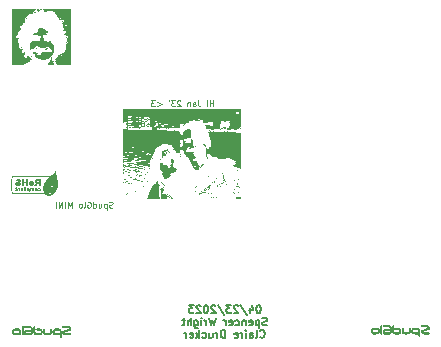
<source format=gbo>
G04 #@! TF.GenerationSoftware,KiCad,Pcbnew,7.0.2-0*
G04 #@! TF.CreationDate,2023-04-23T22:33:31-05:00*
G04 #@! TF.ProjectId,spud_glo_mini,73707564-5f67-46c6-9f5f-6d696e692e6b,rev?*
G04 #@! TF.SameCoordinates,Original*
G04 #@! TF.FileFunction,Legend,Bot*
G04 #@! TF.FilePolarity,Positive*
%FSLAX46Y46*%
G04 Gerber Fmt 4.6, Leading zero omitted, Abs format (unit mm)*
G04 Created by KiCad (PCBNEW 7.0.2-0) date 2023-04-23 22:33:31*
%MOMM*%
%LPD*%
G01*
G04 APERTURE LIST*
%ADD10C,0.125000*%
%ADD11C,0.162500*%
%ADD12R,1.700000X1.700000*%
%ADD13C,1.700000*%
%ADD14C,2.100000*%
%ADD15R,1.800000X4.400000*%
%ADD16O,1.800000X4.000000*%
%ADD17O,4.000000X1.800000*%
%ADD18C,0.650000*%
%ADD19O,1.000000X2.100000*%
%ADD20O,1.000000X1.600000*%
%ADD21C,2.000000*%
%ADD22C,2.200000*%
G04 APERTURE END LIST*
D10*
X160229046Y-109761309D02*
X160229046Y-109261309D01*
X160229046Y-109499404D02*
X159943332Y-109499404D01*
X159943332Y-109761309D02*
X159943332Y-109261309D01*
X159705236Y-109761309D02*
X159705236Y-109261309D01*
X158943332Y-109261309D02*
X158943332Y-109618452D01*
X158943332Y-109618452D02*
X158967141Y-109689880D01*
X158967141Y-109689880D02*
X159014760Y-109737500D01*
X159014760Y-109737500D02*
X159086189Y-109761309D01*
X159086189Y-109761309D02*
X159133808Y-109761309D01*
X158490951Y-109761309D02*
X158490951Y-109499404D01*
X158490951Y-109499404D02*
X158514761Y-109451785D01*
X158514761Y-109451785D02*
X158562380Y-109427976D01*
X158562380Y-109427976D02*
X158657618Y-109427976D01*
X158657618Y-109427976D02*
X158705237Y-109451785D01*
X158490951Y-109737500D02*
X158538570Y-109761309D01*
X158538570Y-109761309D02*
X158657618Y-109761309D01*
X158657618Y-109761309D02*
X158705237Y-109737500D01*
X158705237Y-109737500D02*
X158729046Y-109689880D01*
X158729046Y-109689880D02*
X158729046Y-109642261D01*
X158729046Y-109642261D02*
X158705237Y-109594642D01*
X158705237Y-109594642D02*
X158657618Y-109570833D01*
X158657618Y-109570833D02*
X158538570Y-109570833D01*
X158538570Y-109570833D02*
X158490951Y-109547023D01*
X158252856Y-109427976D02*
X158252856Y-109761309D01*
X158252856Y-109475595D02*
X158229046Y-109451785D01*
X158229046Y-109451785D02*
X158181427Y-109427976D01*
X158181427Y-109427976D02*
X158109999Y-109427976D01*
X158109999Y-109427976D02*
X158062380Y-109451785D01*
X158062380Y-109451785D02*
X158038570Y-109499404D01*
X158038570Y-109499404D02*
X158038570Y-109761309D01*
X157443332Y-109308928D02*
X157419523Y-109285119D01*
X157419523Y-109285119D02*
X157371904Y-109261309D01*
X157371904Y-109261309D02*
X157252856Y-109261309D01*
X157252856Y-109261309D02*
X157205237Y-109285119D01*
X157205237Y-109285119D02*
X157181428Y-109308928D01*
X157181428Y-109308928D02*
X157157618Y-109356547D01*
X157157618Y-109356547D02*
X157157618Y-109404166D01*
X157157618Y-109404166D02*
X157181428Y-109475595D01*
X157181428Y-109475595D02*
X157467142Y-109761309D01*
X157467142Y-109761309D02*
X157157618Y-109761309D01*
X156990952Y-109261309D02*
X156681428Y-109261309D01*
X156681428Y-109261309D02*
X156848095Y-109451785D01*
X156848095Y-109451785D02*
X156776666Y-109451785D01*
X156776666Y-109451785D02*
X156729047Y-109475595D01*
X156729047Y-109475595D02*
X156705238Y-109499404D01*
X156705238Y-109499404D02*
X156681428Y-109547023D01*
X156681428Y-109547023D02*
X156681428Y-109666071D01*
X156681428Y-109666071D02*
X156705238Y-109713690D01*
X156705238Y-109713690D02*
X156729047Y-109737500D01*
X156729047Y-109737500D02*
X156776666Y-109761309D01*
X156776666Y-109761309D02*
X156919523Y-109761309D01*
X156919523Y-109761309D02*
X156967142Y-109737500D01*
X156967142Y-109737500D02*
X156990952Y-109713690D01*
X156443333Y-109261309D02*
X156490952Y-109356547D01*
X155467144Y-109427976D02*
X155848096Y-109570833D01*
X155848096Y-109570833D02*
X155467144Y-109713690D01*
X155276667Y-109261309D02*
X154967143Y-109261309D01*
X154967143Y-109261309D02*
X155133810Y-109451785D01*
X155133810Y-109451785D02*
X155062381Y-109451785D01*
X155062381Y-109451785D02*
X155014762Y-109475595D01*
X155014762Y-109475595D02*
X154990953Y-109499404D01*
X154990953Y-109499404D02*
X154967143Y-109547023D01*
X154967143Y-109547023D02*
X154967143Y-109666071D01*
X154967143Y-109666071D02*
X154990953Y-109713690D01*
X154990953Y-109713690D02*
X155014762Y-109737500D01*
X155014762Y-109737500D02*
X155062381Y-109761309D01*
X155062381Y-109761309D02*
X155205238Y-109761309D01*
X155205238Y-109761309D02*
X155252857Y-109737500D01*
X155252857Y-109737500D02*
X155276667Y-109713690D01*
X151694761Y-118327500D02*
X151623333Y-118351309D01*
X151623333Y-118351309D02*
X151504285Y-118351309D01*
X151504285Y-118351309D02*
X151456666Y-118327500D01*
X151456666Y-118327500D02*
X151432857Y-118303690D01*
X151432857Y-118303690D02*
X151409047Y-118256071D01*
X151409047Y-118256071D02*
X151409047Y-118208452D01*
X151409047Y-118208452D02*
X151432857Y-118160833D01*
X151432857Y-118160833D02*
X151456666Y-118137023D01*
X151456666Y-118137023D02*
X151504285Y-118113214D01*
X151504285Y-118113214D02*
X151599523Y-118089404D01*
X151599523Y-118089404D02*
X151647142Y-118065595D01*
X151647142Y-118065595D02*
X151670952Y-118041785D01*
X151670952Y-118041785D02*
X151694761Y-117994166D01*
X151694761Y-117994166D02*
X151694761Y-117946547D01*
X151694761Y-117946547D02*
X151670952Y-117898928D01*
X151670952Y-117898928D02*
X151647142Y-117875119D01*
X151647142Y-117875119D02*
X151599523Y-117851309D01*
X151599523Y-117851309D02*
X151480476Y-117851309D01*
X151480476Y-117851309D02*
X151409047Y-117875119D01*
X151194762Y-118017976D02*
X151194762Y-118517976D01*
X151194762Y-118041785D02*
X151147143Y-118017976D01*
X151147143Y-118017976D02*
X151051905Y-118017976D01*
X151051905Y-118017976D02*
X151004286Y-118041785D01*
X151004286Y-118041785D02*
X150980476Y-118065595D01*
X150980476Y-118065595D02*
X150956667Y-118113214D01*
X150956667Y-118113214D02*
X150956667Y-118256071D01*
X150956667Y-118256071D02*
X150980476Y-118303690D01*
X150980476Y-118303690D02*
X151004286Y-118327500D01*
X151004286Y-118327500D02*
X151051905Y-118351309D01*
X151051905Y-118351309D02*
X151147143Y-118351309D01*
X151147143Y-118351309D02*
X151194762Y-118327500D01*
X150528095Y-118017976D02*
X150528095Y-118351309D01*
X150742381Y-118017976D02*
X150742381Y-118279880D01*
X150742381Y-118279880D02*
X150718571Y-118327500D01*
X150718571Y-118327500D02*
X150670952Y-118351309D01*
X150670952Y-118351309D02*
X150599524Y-118351309D01*
X150599524Y-118351309D02*
X150551905Y-118327500D01*
X150551905Y-118327500D02*
X150528095Y-118303690D01*
X150075714Y-118351309D02*
X150075714Y-117851309D01*
X150075714Y-118327500D02*
X150123333Y-118351309D01*
X150123333Y-118351309D02*
X150218571Y-118351309D01*
X150218571Y-118351309D02*
X150266190Y-118327500D01*
X150266190Y-118327500D02*
X150290000Y-118303690D01*
X150290000Y-118303690D02*
X150313809Y-118256071D01*
X150313809Y-118256071D02*
X150313809Y-118113214D01*
X150313809Y-118113214D02*
X150290000Y-118065595D01*
X150290000Y-118065595D02*
X150266190Y-118041785D01*
X150266190Y-118041785D02*
X150218571Y-118017976D01*
X150218571Y-118017976D02*
X150123333Y-118017976D01*
X150123333Y-118017976D02*
X150075714Y-118041785D01*
X149575714Y-117875119D02*
X149623333Y-117851309D01*
X149623333Y-117851309D02*
X149694762Y-117851309D01*
X149694762Y-117851309D02*
X149766190Y-117875119D01*
X149766190Y-117875119D02*
X149813809Y-117922738D01*
X149813809Y-117922738D02*
X149837619Y-117970357D01*
X149837619Y-117970357D02*
X149861428Y-118065595D01*
X149861428Y-118065595D02*
X149861428Y-118137023D01*
X149861428Y-118137023D02*
X149837619Y-118232261D01*
X149837619Y-118232261D02*
X149813809Y-118279880D01*
X149813809Y-118279880D02*
X149766190Y-118327500D01*
X149766190Y-118327500D02*
X149694762Y-118351309D01*
X149694762Y-118351309D02*
X149647143Y-118351309D01*
X149647143Y-118351309D02*
X149575714Y-118327500D01*
X149575714Y-118327500D02*
X149551905Y-118303690D01*
X149551905Y-118303690D02*
X149551905Y-118137023D01*
X149551905Y-118137023D02*
X149647143Y-118137023D01*
X149266190Y-118351309D02*
X149313809Y-118327500D01*
X149313809Y-118327500D02*
X149337619Y-118279880D01*
X149337619Y-118279880D02*
X149337619Y-117851309D01*
X149004285Y-118351309D02*
X149051904Y-118327500D01*
X149051904Y-118327500D02*
X149075714Y-118303690D01*
X149075714Y-118303690D02*
X149099523Y-118256071D01*
X149099523Y-118256071D02*
X149099523Y-118113214D01*
X149099523Y-118113214D02*
X149075714Y-118065595D01*
X149075714Y-118065595D02*
X149051904Y-118041785D01*
X149051904Y-118041785D02*
X149004285Y-118017976D01*
X149004285Y-118017976D02*
X148932857Y-118017976D01*
X148932857Y-118017976D02*
X148885238Y-118041785D01*
X148885238Y-118041785D02*
X148861428Y-118065595D01*
X148861428Y-118065595D02*
X148837619Y-118113214D01*
X148837619Y-118113214D02*
X148837619Y-118256071D01*
X148837619Y-118256071D02*
X148861428Y-118303690D01*
X148861428Y-118303690D02*
X148885238Y-118327500D01*
X148885238Y-118327500D02*
X148932857Y-118351309D01*
X148932857Y-118351309D02*
X149004285Y-118351309D01*
X148242381Y-118351309D02*
X148242381Y-117851309D01*
X148242381Y-117851309D02*
X148075714Y-118208452D01*
X148075714Y-118208452D02*
X147909048Y-117851309D01*
X147909048Y-117851309D02*
X147909048Y-118351309D01*
X147670952Y-118351309D02*
X147670952Y-117851309D01*
X147432857Y-118351309D02*
X147432857Y-117851309D01*
X147432857Y-117851309D02*
X147147143Y-118351309D01*
X147147143Y-118351309D02*
X147147143Y-117851309D01*
X146909047Y-118351309D02*
X146909047Y-117851309D01*
D11*
X164078572Y-126607702D02*
X164016667Y-126607702D01*
X164016667Y-126607702D02*
X163954763Y-126638654D01*
X163954763Y-126638654D02*
X163923810Y-126669607D01*
X163923810Y-126669607D02*
X163892858Y-126731511D01*
X163892858Y-126731511D02*
X163861905Y-126855321D01*
X163861905Y-126855321D02*
X163861905Y-127010083D01*
X163861905Y-127010083D02*
X163892858Y-127133892D01*
X163892858Y-127133892D02*
X163923810Y-127195797D01*
X163923810Y-127195797D02*
X163954763Y-127226750D01*
X163954763Y-127226750D02*
X164016667Y-127257702D01*
X164016667Y-127257702D02*
X164078572Y-127257702D01*
X164078572Y-127257702D02*
X164140477Y-127226750D01*
X164140477Y-127226750D02*
X164171429Y-127195797D01*
X164171429Y-127195797D02*
X164202382Y-127133892D01*
X164202382Y-127133892D02*
X164233334Y-127010083D01*
X164233334Y-127010083D02*
X164233334Y-126855321D01*
X164233334Y-126855321D02*
X164202382Y-126731511D01*
X164202382Y-126731511D02*
X164171429Y-126669607D01*
X164171429Y-126669607D02*
X164140477Y-126638654D01*
X164140477Y-126638654D02*
X164078572Y-126607702D01*
X163304762Y-126824369D02*
X163304762Y-127257702D01*
X163459524Y-126576750D02*
X163614286Y-127041035D01*
X163614286Y-127041035D02*
X163211905Y-127041035D01*
X162500000Y-126576750D02*
X163057143Y-127412464D01*
X162314286Y-126669607D02*
X162283334Y-126638654D01*
X162283334Y-126638654D02*
X162221429Y-126607702D01*
X162221429Y-126607702D02*
X162066667Y-126607702D01*
X162066667Y-126607702D02*
X162004762Y-126638654D01*
X162004762Y-126638654D02*
X161973810Y-126669607D01*
X161973810Y-126669607D02*
X161942857Y-126731511D01*
X161942857Y-126731511D02*
X161942857Y-126793416D01*
X161942857Y-126793416D02*
X161973810Y-126886273D01*
X161973810Y-126886273D02*
X162345238Y-127257702D01*
X162345238Y-127257702D02*
X161942857Y-127257702D01*
X161726190Y-126607702D02*
X161323809Y-126607702D01*
X161323809Y-126607702D02*
X161540476Y-126855321D01*
X161540476Y-126855321D02*
X161447619Y-126855321D01*
X161447619Y-126855321D02*
X161385714Y-126886273D01*
X161385714Y-126886273D02*
X161354762Y-126917226D01*
X161354762Y-126917226D02*
X161323809Y-126979130D01*
X161323809Y-126979130D02*
X161323809Y-127133892D01*
X161323809Y-127133892D02*
X161354762Y-127195797D01*
X161354762Y-127195797D02*
X161385714Y-127226750D01*
X161385714Y-127226750D02*
X161447619Y-127257702D01*
X161447619Y-127257702D02*
X161633333Y-127257702D01*
X161633333Y-127257702D02*
X161695238Y-127226750D01*
X161695238Y-127226750D02*
X161726190Y-127195797D01*
X160580952Y-126576750D02*
X161138095Y-127412464D01*
X160395238Y-126669607D02*
X160364286Y-126638654D01*
X160364286Y-126638654D02*
X160302381Y-126607702D01*
X160302381Y-126607702D02*
X160147619Y-126607702D01*
X160147619Y-126607702D02*
X160085714Y-126638654D01*
X160085714Y-126638654D02*
X160054762Y-126669607D01*
X160054762Y-126669607D02*
X160023809Y-126731511D01*
X160023809Y-126731511D02*
X160023809Y-126793416D01*
X160023809Y-126793416D02*
X160054762Y-126886273D01*
X160054762Y-126886273D02*
X160426190Y-127257702D01*
X160426190Y-127257702D02*
X160023809Y-127257702D01*
X159621428Y-126607702D02*
X159559523Y-126607702D01*
X159559523Y-126607702D02*
X159497619Y-126638654D01*
X159497619Y-126638654D02*
X159466666Y-126669607D01*
X159466666Y-126669607D02*
X159435714Y-126731511D01*
X159435714Y-126731511D02*
X159404761Y-126855321D01*
X159404761Y-126855321D02*
X159404761Y-127010083D01*
X159404761Y-127010083D02*
X159435714Y-127133892D01*
X159435714Y-127133892D02*
X159466666Y-127195797D01*
X159466666Y-127195797D02*
X159497619Y-127226750D01*
X159497619Y-127226750D02*
X159559523Y-127257702D01*
X159559523Y-127257702D02*
X159621428Y-127257702D01*
X159621428Y-127257702D02*
X159683333Y-127226750D01*
X159683333Y-127226750D02*
X159714285Y-127195797D01*
X159714285Y-127195797D02*
X159745238Y-127133892D01*
X159745238Y-127133892D02*
X159776190Y-127010083D01*
X159776190Y-127010083D02*
X159776190Y-126855321D01*
X159776190Y-126855321D02*
X159745238Y-126731511D01*
X159745238Y-126731511D02*
X159714285Y-126669607D01*
X159714285Y-126669607D02*
X159683333Y-126638654D01*
X159683333Y-126638654D02*
X159621428Y-126607702D01*
X159157142Y-126669607D02*
X159126190Y-126638654D01*
X159126190Y-126638654D02*
X159064285Y-126607702D01*
X159064285Y-126607702D02*
X158909523Y-126607702D01*
X158909523Y-126607702D02*
X158847618Y-126638654D01*
X158847618Y-126638654D02*
X158816666Y-126669607D01*
X158816666Y-126669607D02*
X158785713Y-126731511D01*
X158785713Y-126731511D02*
X158785713Y-126793416D01*
X158785713Y-126793416D02*
X158816666Y-126886273D01*
X158816666Y-126886273D02*
X159188094Y-127257702D01*
X159188094Y-127257702D02*
X158785713Y-127257702D01*
X158569046Y-126607702D02*
X158166665Y-126607702D01*
X158166665Y-126607702D02*
X158383332Y-126855321D01*
X158383332Y-126855321D02*
X158290475Y-126855321D01*
X158290475Y-126855321D02*
X158228570Y-126886273D01*
X158228570Y-126886273D02*
X158197618Y-126917226D01*
X158197618Y-126917226D02*
X158166665Y-126979130D01*
X158166665Y-126979130D02*
X158166665Y-127133892D01*
X158166665Y-127133892D02*
X158197618Y-127195797D01*
X158197618Y-127195797D02*
X158228570Y-127226750D01*
X158228570Y-127226750D02*
X158290475Y-127257702D01*
X158290475Y-127257702D02*
X158476189Y-127257702D01*
X158476189Y-127257702D02*
X158538094Y-127226750D01*
X158538094Y-127226750D02*
X158569046Y-127195797D01*
X164759523Y-128279750D02*
X164666666Y-128310702D01*
X164666666Y-128310702D02*
X164511904Y-128310702D01*
X164511904Y-128310702D02*
X164449999Y-128279750D01*
X164449999Y-128279750D02*
X164419047Y-128248797D01*
X164419047Y-128248797D02*
X164388094Y-128186892D01*
X164388094Y-128186892D02*
X164388094Y-128124988D01*
X164388094Y-128124988D02*
X164419047Y-128063083D01*
X164419047Y-128063083D02*
X164449999Y-128032130D01*
X164449999Y-128032130D02*
X164511904Y-128001178D01*
X164511904Y-128001178D02*
X164635713Y-127970226D01*
X164635713Y-127970226D02*
X164697618Y-127939273D01*
X164697618Y-127939273D02*
X164728571Y-127908321D01*
X164728571Y-127908321D02*
X164759523Y-127846416D01*
X164759523Y-127846416D02*
X164759523Y-127784511D01*
X164759523Y-127784511D02*
X164728571Y-127722607D01*
X164728571Y-127722607D02*
X164697618Y-127691654D01*
X164697618Y-127691654D02*
X164635713Y-127660702D01*
X164635713Y-127660702D02*
X164480952Y-127660702D01*
X164480952Y-127660702D02*
X164388094Y-127691654D01*
X164109523Y-127877369D02*
X164109523Y-128527369D01*
X164109523Y-127908321D02*
X164047618Y-127877369D01*
X164047618Y-127877369D02*
X163923808Y-127877369D01*
X163923808Y-127877369D02*
X163861904Y-127908321D01*
X163861904Y-127908321D02*
X163830951Y-127939273D01*
X163830951Y-127939273D02*
X163799999Y-128001178D01*
X163799999Y-128001178D02*
X163799999Y-128186892D01*
X163799999Y-128186892D02*
X163830951Y-128248797D01*
X163830951Y-128248797D02*
X163861904Y-128279750D01*
X163861904Y-128279750D02*
X163923808Y-128310702D01*
X163923808Y-128310702D02*
X164047618Y-128310702D01*
X164047618Y-128310702D02*
X164109523Y-128279750D01*
X163273809Y-128279750D02*
X163335713Y-128310702D01*
X163335713Y-128310702D02*
X163459523Y-128310702D01*
X163459523Y-128310702D02*
X163521428Y-128279750D01*
X163521428Y-128279750D02*
X163552380Y-128217845D01*
X163552380Y-128217845D02*
X163552380Y-127970226D01*
X163552380Y-127970226D02*
X163521428Y-127908321D01*
X163521428Y-127908321D02*
X163459523Y-127877369D01*
X163459523Y-127877369D02*
X163335713Y-127877369D01*
X163335713Y-127877369D02*
X163273809Y-127908321D01*
X163273809Y-127908321D02*
X163242856Y-127970226D01*
X163242856Y-127970226D02*
X163242856Y-128032130D01*
X163242856Y-128032130D02*
X163552380Y-128094035D01*
X162964285Y-127877369D02*
X162964285Y-128310702D01*
X162964285Y-127939273D02*
X162933332Y-127908321D01*
X162933332Y-127908321D02*
X162871427Y-127877369D01*
X162871427Y-127877369D02*
X162778570Y-127877369D01*
X162778570Y-127877369D02*
X162716666Y-127908321D01*
X162716666Y-127908321D02*
X162685713Y-127970226D01*
X162685713Y-127970226D02*
X162685713Y-128310702D01*
X162097618Y-128279750D02*
X162159523Y-128310702D01*
X162159523Y-128310702D02*
X162283332Y-128310702D01*
X162283332Y-128310702D02*
X162345237Y-128279750D01*
X162345237Y-128279750D02*
X162376190Y-128248797D01*
X162376190Y-128248797D02*
X162407142Y-128186892D01*
X162407142Y-128186892D02*
X162407142Y-128001178D01*
X162407142Y-128001178D02*
X162376190Y-127939273D01*
X162376190Y-127939273D02*
X162345237Y-127908321D01*
X162345237Y-127908321D02*
X162283332Y-127877369D01*
X162283332Y-127877369D02*
X162159523Y-127877369D01*
X162159523Y-127877369D02*
X162097618Y-127908321D01*
X161571428Y-128279750D02*
X161633332Y-128310702D01*
X161633332Y-128310702D02*
X161757142Y-128310702D01*
X161757142Y-128310702D02*
X161819047Y-128279750D01*
X161819047Y-128279750D02*
X161849999Y-128217845D01*
X161849999Y-128217845D02*
X161849999Y-127970226D01*
X161849999Y-127970226D02*
X161819047Y-127908321D01*
X161819047Y-127908321D02*
X161757142Y-127877369D01*
X161757142Y-127877369D02*
X161633332Y-127877369D01*
X161633332Y-127877369D02*
X161571428Y-127908321D01*
X161571428Y-127908321D02*
X161540475Y-127970226D01*
X161540475Y-127970226D02*
X161540475Y-128032130D01*
X161540475Y-128032130D02*
X161849999Y-128094035D01*
X161261904Y-128310702D02*
X161261904Y-127877369D01*
X161261904Y-128001178D02*
X161230951Y-127939273D01*
X161230951Y-127939273D02*
X161199999Y-127908321D01*
X161199999Y-127908321D02*
X161138094Y-127877369D01*
X161138094Y-127877369D02*
X161076189Y-127877369D01*
X160426189Y-127660702D02*
X160271427Y-128310702D01*
X160271427Y-128310702D02*
X160147618Y-127846416D01*
X160147618Y-127846416D02*
X160023808Y-128310702D01*
X160023808Y-128310702D02*
X159869047Y-127660702D01*
X159621428Y-128310702D02*
X159621428Y-127877369D01*
X159621428Y-128001178D02*
X159590475Y-127939273D01*
X159590475Y-127939273D02*
X159559523Y-127908321D01*
X159559523Y-127908321D02*
X159497618Y-127877369D01*
X159497618Y-127877369D02*
X159435713Y-127877369D01*
X159219047Y-128310702D02*
X159219047Y-127877369D01*
X159219047Y-127660702D02*
X159249999Y-127691654D01*
X159249999Y-127691654D02*
X159219047Y-127722607D01*
X159219047Y-127722607D02*
X159188094Y-127691654D01*
X159188094Y-127691654D02*
X159219047Y-127660702D01*
X159219047Y-127660702D02*
X159219047Y-127722607D01*
X158630951Y-127877369D02*
X158630951Y-128403559D01*
X158630951Y-128403559D02*
X158661904Y-128465464D01*
X158661904Y-128465464D02*
X158692856Y-128496416D01*
X158692856Y-128496416D02*
X158754761Y-128527369D01*
X158754761Y-128527369D02*
X158847618Y-128527369D01*
X158847618Y-128527369D02*
X158909523Y-128496416D01*
X158630951Y-128279750D02*
X158692856Y-128310702D01*
X158692856Y-128310702D02*
X158816665Y-128310702D01*
X158816665Y-128310702D02*
X158878570Y-128279750D01*
X158878570Y-128279750D02*
X158909523Y-128248797D01*
X158909523Y-128248797D02*
X158940475Y-128186892D01*
X158940475Y-128186892D02*
X158940475Y-128001178D01*
X158940475Y-128001178D02*
X158909523Y-127939273D01*
X158909523Y-127939273D02*
X158878570Y-127908321D01*
X158878570Y-127908321D02*
X158816665Y-127877369D01*
X158816665Y-127877369D02*
X158692856Y-127877369D01*
X158692856Y-127877369D02*
X158630951Y-127908321D01*
X158321428Y-128310702D02*
X158321428Y-127660702D01*
X158042856Y-128310702D02*
X158042856Y-127970226D01*
X158042856Y-127970226D02*
X158073809Y-127908321D01*
X158073809Y-127908321D02*
X158135713Y-127877369D01*
X158135713Y-127877369D02*
X158228570Y-127877369D01*
X158228570Y-127877369D02*
X158290475Y-127908321D01*
X158290475Y-127908321D02*
X158321428Y-127939273D01*
X157826190Y-127877369D02*
X157578571Y-127877369D01*
X157733333Y-127660702D02*
X157733333Y-128217845D01*
X157733333Y-128217845D02*
X157702380Y-128279750D01*
X157702380Y-128279750D02*
X157640475Y-128310702D01*
X157640475Y-128310702D02*
X157578571Y-128310702D01*
X164186904Y-129301797D02*
X164217856Y-129332750D01*
X164217856Y-129332750D02*
X164310714Y-129363702D01*
X164310714Y-129363702D02*
X164372618Y-129363702D01*
X164372618Y-129363702D02*
X164465475Y-129332750D01*
X164465475Y-129332750D02*
X164527380Y-129270845D01*
X164527380Y-129270845D02*
X164558333Y-129208940D01*
X164558333Y-129208940D02*
X164589285Y-129085130D01*
X164589285Y-129085130D02*
X164589285Y-128992273D01*
X164589285Y-128992273D02*
X164558333Y-128868464D01*
X164558333Y-128868464D02*
X164527380Y-128806559D01*
X164527380Y-128806559D02*
X164465475Y-128744654D01*
X164465475Y-128744654D02*
X164372618Y-128713702D01*
X164372618Y-128713702D02*
X164310714Y-128713702D01*
X164310714Y-128713702D02*
X164217856Y-128744654D01*
X164217856Y-128744654D02*
X164186904Y-128775607D01*
X163815475Y-129363702D02*
X163877380Y-129332750D01*
X163877380Y-129332750D02*
X163908333Y-129270845D01*
X163908333Y-129270845D02*
X163908333Y-128713702D01*
X163289285Y-129363702D02*
X163289285Y-129023226D01*
X163289285Y-129023226D02*
X163320238Y-128961321D01*
X163320238Y-128961321D02*
X163382142Y-128930369D01*
X163382142Y-128930369D02*
X163505952Y-128930369D01*
X163505952Y-128930369D02*
X163567857Y-128961321D01*
X163289285Y-129332750D02*
X163351190Y-129363702D01*
X163351190Y-129363702D02*
X163505952Y-129363702D01*
X163505952Y-129363702D02*
X163567857Y-129332750D01*
X163567857Y-129332750D02*
X163598809Y-129270845D01*
X163598809Y-129270845D02*
X163598809Y-129208940D01*
X163598809Y-129208940D02*
X163567857Y-129147035D01*
X163567857Y-129147035D02*
X163505952Y-129116083D01*
X163505952Y-129116083D02*
X163351190Y-129116083D01*
X163351190Y-129116083D02*
X163289285Y-129085130D01*
X162979762Y-129363702D02*
X162979762Y-128930369D01*
X162979762Y-128713702D02*
X163010714Y-128744654D01*
X163010714Y-128744654D02*
X162979762Y-128775607D01*
X162979762Y-128775607D02*
X162948809Y-128744654D01*
X162948809Y-128744654D02*
X162979762Y-128713702D01*
X162979762Y-128713702D02*
X162979762Y-128775607D01*
X162670238Y-129363702D02*
X162670238Y-128930369D01*
X162670238Y-129054178D02*
X162639285Y-128992273D01*
X162639285Y-128992273D02*
X162608333Y-128961321D01*
X162608333Y-128961321D02*
X162546428Y-128930369D01*
X162546428Y-128930369D02*
X162484523Y-128930369D01*
X162020238Y-129332750D02*
X162082142Y-129363702D01*
X162082142Y-129363702D02*
X162205952Y-129363702D01*
X162205952Y-129363702D02*
X162267857Y-129332750D01*
X162267857Y-129332750D02*
X162298809Y-129270845D01*
X162298809Y-129270845D02*
X162298809Y-129023226D01*
X162298809Y-129023226D02*
X162267857Y-128961321D01*
X162267857Y-128961321D02*
X162205952Y-128930369D01*
X162205952Y-128930369D02*
X162082142Y-128930369D01*
X162082142Y-128930369D02*
X162020238Y-128961321D01*
X162020238Y-128961321D02*
X161989285Y-129023226D01*
X161989285Y-129023226D02*
X161989285Y-129085130D01*
X161989285Y-129085130D02*
X162298809Y-129147035D01*
X161215476Y-129363702D02*
X161215476Y-128713702D01*
X161215476Y-128713702D02*
X161060714Y-128713702D01*
X161060714Y-128713702D02*
X160967857Y-128744654D01*
X160967857Y-128744654D02*
X160905952Y-128806559D01*
X160905952Y-128806559D02*
X160874999Y-128868464D01*
X160874999Y-128868464D02*
X160844047Y-128992273D01*
X160844047Y-128992273D02*
X160844047Y-129085130D01*
X160844047Y-129085130D02*
X160874999Y-129208940D01*
X160874999Y-129208940D02*
X160905952Y-129270845D01*
X160905952Y-129270845D02*
X160967857Y-129332750D01*
X160967857Y-129332750D02*
X161060714Y-129363702D01*
X161060714Y-129363702D02*
X161215476Y-129363702D01*
X160565476Y-129363702D02*
X160565476Y-128930369D01*
X160565476Y-129054178D02*
X160534523Y-128992273D01*
X160534523Y-128992273D02*
X160503571Y-128961321D01*
X160503571Y-128961321D02*
X160441666Y-128930369D01*
X160441666Y-128930369D02*
X160379761Y-128930369D01*
X159884523Y-128930369D02*
X159884523Y-129363702D01*
X160163095Y-128930369D02*
X160163095Y-129270845D01*
X160163095Y-129270845D02*
X160132142Y-129332750D01*
X160132142Y-129332750D02*
X160070237Y-129363702D01*
X160070237Y-129363702D02*
X159977380Y-129363702D01*
X159977380Y-129363702D02*
X159915476Y-129332750D01*
X159915476Y-129332750D02*
X159884523Y-129301797D01*
X159296428Y-129332750D02*
X159358333Y-129363702D01*
X159358333Y-129363702D02*
X159482142Y-129363702D01*
X159482142Y-129363702D02*
X159544047Y-129332750D01*
X159544047Y-129332750D02*
X159575000Y-129301797D01*
X159575000Y-129301797D02*
X159605952Y-129239892D01*
X159605952Y-129239892D02*
X159605952Y-129054178D01*
X159605952Y-129054178D02*
X159575000Y-128992273D01*
X159575000Y-128992273D02*
X159544047Y-128961321D01*
X159544047Y-128961321D02*
X159482142Y-128930369D01*
X159482142Y-128930369D02*
X159358333Y-128930369D01*
X159358333Y-128930369D02*
X159296428Y-128961321D01*
X159017857Y-129363702D02*
X159017857Y-128713702D01*
X158955952Y-129116083D02*
X158770238Y-129363702D01*
X158770238Y-128930369D02*
X159017857Y-129177988D01*
X158244048Y-129332750D02*
X158305952Y-129363702D01*
X158305952Y-129363702D02*
X158429762Y-129363702D01*
X158429762Y-129363702D02*
X158491667Y-129332750D01*
X158491667Y-129332750D02*
X158522619Y-129270845D01*
X158522619Y-129270845D02*
X158522619Y-129023226D01*
X158522619Y-129023226D02*
X158491667Y-128961321D01*
X158491667Y-128961321D02*
X158429762Y-128930369D01*
X158429762Y-128930369D02*
X158305952Y-128930369D01*
X158305952Y-128930369D02*
X158244048Y-128961321D01*
X158244048Y-128961321D02*
X158213095Y-129023226D01*
X158213095Y-129023226D02*
X158213095Y-129085130D01*
X158213095Y-129085130D02*
X158522619Y-129147035D01*
X157934524Y-129363702D02*
X157934524Y-128930369D01*
X157934524Y-129054178D02*
X157903571Y-128992273D01*
X157903571Y-128992273D02*
X157872619Y-128961321D01*
X157872619Y-128961321D02*
X157810714Y-128930369D01*
X157810714Y-128930369D02*
X157748809Y-128930369D01*
G36*
X174481546Y-128306331D02*
G01*
X174502353Y-128314734D01*
X174504729Y-128316151D01*
X174519687Y-128327622D01*
X174530905Y-128340575D01*
X174540718Y-128355670D01*
X174541790Y-128689364D01*
X174541945Y-128746480D01*
X174542032Y-128805773D01*
X174542019Y-128858088D01*
X174541907Y-128903509D01*
X174541693Y-128942122D01*
X174541379Y-128974011D01*
X174540962Y-128999262D01*
X174540442Y-129017959D01*
X174539820Y-129030187D01*
X174539093Y-129036032D01*
X174532686Y-129049197D01*
X174521224Y-129063159D01*
X174506992Y-129075124D01*
X174492078Y-129083006D01*
X174471210Y-129088035D01*
X174447751Y-129088781D01*
X174425482Y-129084755D01*
X174406011Y-129076265D01*
X174390946Y-129063619D01*
X174388150Y-129060372D01*
X174385198Y-129056892D01*
X174382608Y-129053384D01*
X174380359Y-129049404D01*
X174378425Y-129044507D01*
X174376784Y-129038250D01*
X174375410Y-129030188D01*
X174374281Y-129019876D01*
X174373373Y-129006870D01*
X174372662Y-128990726D01*
X174372123Y-128971000D01*
X174371734Y-128947246D01*
X174371470Y-128919020D01*
X174371307Y-128885879D01*
X174371222Y-128847378D01*
X174371191Y-128803071D01*
X174371189Y-128752516D01*
X174371194Y-128695268D01*
X174371201Y-128652680D01*
X174371238Y-128599973D01*
X174371311Y-128553689D01*
X174371427Y-128513412D01*
X174371591Y-128478727D01*
X174371810Y-128449222D01*
X174372089Y-128424480D01*
X174372435Y-128404087D01*
X174372854Y-128387630D01*
X174373352Y-128374693D01*
X174373935Y-128364862D01*
X174374609Y-128357723D01*
X174375381Y-128352860D01*
X174376255Y-128349860D01*
X174382928Y-128337953D01*
X174397316Y-128323096D01*
X174415755Y-128312119D01*
X174436863Y-128305409D01*
X174459255Y-128303352D01*
X174481546Y-128306331D01*
G37*
G36*
X174352207Y-128814276D02*
G01*
X174351395Y-128830187D01*
X174348250Y-128861138D01*
X174342845Y-128888135D01*
X174334701Y-128913249D01*
X174323335Y-128938551D01*
X174309859Y-128962490D01*
X174284823Y-128996145D01*
X174254957Y-129024912D01*
X174220012Y-129048981D01*
X174179740Y-129068543D01*
X174133892Y-129083788D01*
X174132737Y-129084078D01*
X174125804Y-129085272D01*
X174115721Y-129086261D01*
X174101921Y-129087064D01*
X174083832Y-129087695D01*
X174060885Y-129088171D01*
X174032511Y-129088508D01*
X173998139Y-129088723D01*
X173957200Y-129088832D01*
X173798383Y-129089051D01*
X173757973Y-129075044D01*
X173744564Y-129070102D01*
X173724815Y-129061971D01*
X173706488Y-129053545D01*
X173692285Y-129046019D01*
X173684824Y-129041387D01*
X173653162Y-129016736D01*
X173625701Y-128986812D01*
X173602946Y-128952353D01*
X173585402Y-128914098D01*
X173573576Y-128872785D01*
X173572092Y-128864318D01*
X173569717Y-128842276D01*
X173568422Y-128816607D01*
X173568288Y-128800000D01*
X173741280Y-128800000D01*
X173741426Y-128816322D01*
X173742148Y-128829240D01*
X173743825Y-128839129D01*
X173746834Y-128848132D01*
X173751550Y-128858390D01*
X173754810Y-128864493D01*
X173768053Y-128881929D01*
X173786169Y-128896386D01*
X173810247Y-128908800D01*
X173812583Y-128909761D01*
X173817562Y-128911479D01*
X173823376Y-128912861D01*
X173830813Y-128913952D01*
X173840661Y-128914796D01*
X173853706Y-128915438D01*
X173870738Y-128915921D01*
X173892544Y-128916289D01*
X173919913Y-128916589D01*
X173953631Y-128916862D01*
X173955132Y-128916873D01*
X173988356Y-128917105D01*
X174015301Y-128917231D01*
X174036790Y-128917212D01*
X174053648Y-128917008D01*
X174066700Y-128916581D01*
X174076770Y-128915892D01*
X174084682Y-128914901D01*
X174091260Y-128913568D01*
X174097329Y-128911856D01*
X174103714Y-128909724D01*
X174103849Y-128909677D01*
X174129876Y-128897849D01*
X174150001Y-128882248D01*
X174164504Y-128862492D01*
X174173667Y-128838198D01*
X174177772Y-128808983D01*
X174177519Y-128783962D01*
X174172357Y-128756068D01*
X174161673Y-128732641D01*
X174145364Y-128713533D01*
X174123329Y-128698594D01*
X174095469Y-128687678D01*
X174091527Y-128686619D01*
X174084680Y-128685220D01*
X174076399Y-128684143D01*
X174065869Y-128683362D01*
X174052275Y-128682850D01*
X174034803Y-128682580D01*
X174012639Y-128682527D01*
X173984967Y-128682663D01*
X173950973Y-128682962D01*
X173928293Y-128683194D01*
X173899344Y-128683541D01*
X173876178Y-128683926D01*
X173857976Y-128684402D01*
X173843923Y-128685021D01*
X173833202Y-128685833D01*
X173824997Y-128686892D01*
X173818490Y-128688248D01*
X173812865Y-128689953D01*
X173807305Y-128692059D01*
X173805672Y-128692724D01*
X173782443Y-128705140D01*
X173764684Y-128721273D01*
X173751321Y-128742078D01*
X173747172Y-128751033D01*
X173744040Y-128760029D01*
X173742261Y-128769768D01*
X173741464Y-128782382D01*
X173741280Y-128800000D01*
X173568288Y-128800000D01*
X173568203Y-128789448D01*
X173569054Y-128762936D01*
X173570969Y-128739209D01*
X173573944Y-128720404D01*
X173578326Y-128704397D01*
X173584772Y-128685499D01*
X173591705Y-128668520D01*
X173610185Y-128634230D01*
X173634100Y-128602295D01*
X173662653Y-128575055D01*
X173696257Y-128552180D01*
X173735324Y-128533343D01*
X173780265Y-128518215D01*
X173819250Y-128507349D01*
X173959032Y-128507349D01*
X173989533Y-128507365D01*
X174019934Y-128507445D01*
X174044679Y-128507625D01*
X174064570Y-128507939D01*
X174080412Y-128508421D01*
X174093009Y-128509106D01*
X174103167Y-128510028D01*
X174111689Y-128511223D01*
X174119380Y-128512724D01*
X174127045Y-128514567D01*
X174137528Y-128517361D01*
X174181769Y-128532186D01*
X174220232Y-128550639D01*
X174253436Y-128573121D01*
X174281900Y-128600032D01*
X174306144Y-128631774D01*
X174326686Y-128668748D01*
X174337477Y-128695146D01*
X174347001Y-128731086D01*
X174351842Y-128770406D01*
X174352163Y-128808983D01*
X174352207Y-128814276D01*
G37*
G36*
X176263150Y-128508338D02*
G01*
X176265345Y-128508564D01*
X176288558Y-128514347D01*
X176309165Y-128525534D01*
X176325358Y-128541172D01*
X176326453Y-128542623D01*
X176331115Y-128549331D01*
X176334917Y-128556272D01*
X176337947Y-128564213D01*
X176340292Y-128573921D01*
X176342039Y-128586163D01*
X176343277Y-128601706D01*
X176344093Y-128621318D01*
X176344575Y-128645765D01*
X176344810Y-128675816D01*
X176344885Y-128712237D01*
X176344895Y-128724300D01*
X176344961Y-128755605D01*
X176345111Y-128780818D01*
X176345382Y-128800719D01*
X176345814Y-128816089D01*
X176346444Y-128827710D01*
X176347311Y-128836363D01*
X176348451Y-128842829D01*
X176349904Y-128847889D01*
X176351707Y-128852326D01*
X176356226Y-128860716D01*
X176370136Y-128878436D01*
X176388224Y-128894338D01*
X176408519Y-128906540D01*
X176428676Y-128915990D01*
X176564148Y-128917083D01*
X176578377Y-128917196D01*
X176613186Y-128917428D01*
X176641860Y-128917455D01*
X176665138Y-128917169D01*
X176683755Y-128916464D01*
X176698450Y-128915235D01*
X176709960Y-128913373D01*
X176719021Y-128910774D01*
X176726371Y-128907329D01*
X176732746Y-128902933D01*
X176738885Y-128897478D01*
X176745524Y-128890859D01*
X176760837Y-128872388D01*
X176772840Y-128850275D01*
X176781821Y-128823306D01*
X176782573Y-128820174D01*
X176784039Y-128811903D01*
X176785190Y-128801394D01*
X176786056Y-128787832D01*
X176786673Y-128770400D01*
X176787073Y-128748281D01*
X176787288Y-128720658D01*
X176787353Y-128686715D01*
X176787353Y-128684853D01*
X176787398Y-128651139D01*
X176787602Y-128623720D01*
X176788074Y-128601794D01*
X176788923Y-128584557D01*
X176790258Y-128571208D01*
X176792190Y-128560943D01*
X176794827Y-128552961D01*
X176798279Y-128546458D01*
X176802654Y-128540633D01*
X176808063Y-128534681D01*
X176816358Y-128527086D01*
X176835790Y-128515608D01*
X176857318Y-128509582D01*
X176879650Y-128508826D01*
X176901496Y-128513159D01*
X176921564Y-128522398D01*
X176938564Y-128536362D01*
X176951203Y-128554867D01*
X176951525Y-128555537D01*
X176953388Y-128559764D01*
X176954896Y-128564348D01*
X176956085Y-128570044D01*
X176956994Y-128577605D01*
X176957660Y-128587783D01*
X176958121Y-128601333D01*
X176958413Y-128619007D01*
X176958576Y-128641558D01*
X176958646Y-128669741D01*
X176958661Y-128704309D01*
X176958660Y-128712239D01*
X176958636Y-128745477D01*
X176958543Y-128772609D01*
X176958338Y-128794483D01*
X176957978Y-128811951D01*
X176957419Y-128825861D01*
X176956618Y-128837065D01*
X176955532Y-128846412D01*
X176954118Y-128854752D01*
X176952332Y-128862936D01*
X176950132Y-128871813D01*
X176939660Y-128906177D01*
X176921744Y-128946840D01*
X176898820Y-128982918D01*
X176870575Y-129014976D01*
X176860853Y-129024191D01*
X176836199Y-129044703D01*
X176811680Y-129060333D01*
X176785254Y-129072258D01*
X176754879Y-129081654D01*
X176752986Y-129082134D01*
X176746041Y-129083707D01*
X176738552Y-129085002D01*
X176729785Y-129086048D01*
X176719008Y-129086873D01*
X176705488Y-129087505D01*
X176688493Y-129087974D01*
X176667291Y-129088307D01*
X176641148Y-129088533D01*
X176609332Y-129088680D01*
X176571112Y-129088777D01*
X176536112Y-129088821D01*
X176500318Y-129088750D01*
X176470256Y-129088467D01*
X176445163Y-129087888D01*
X176424276Y-129086928D01*
X176406829Y-129085504D01*
X176392060Y-129083533D01*
X176379204Y-129080931D01*
X176367497Y-129077614D01*
X176356176Y-129073498D01*
X176344476Y-129068499D01*
X176331633Y-129062535D01*
X176299936Y-129045507D01*
X176264106Y-129019901D01*
X176234037Y-128990136D01*
X176209598Y-128956051D01*
X176190661Y-128917489D01*
X176177095Y-128874292D01*
X176175916Y-128869195D01*
X176174297Y-128861091D01*
X176173000Y-128852434D01*
X176171991Y-128842401D01*
X176171235Y-128830169D01*
X176170698Y-128814914D01*
X176170343Y-128795813D01*
X176170138Y-128772044D01*
X176170046Y-128742784D01*
X176170033Y-128707208D01*
X176170056Y-128679711D01*
X176170138Y-128649392D01*
X176170308Y-128624916D01*
X176170599Y-128605549D01*
X176171043Y-128590558D01*
X176171671Y-128579207D01*
X176172516Y-128570764D01*
X176173610Y-128564492D01*
X176174986Y-128559659D01*
X176176675Y-128555529D01*
X176181197Y-128546926D01*
X176190374Y-128535242D01*
X176203141Y-128525450D01*
X176221224Y-128516020D01*
X176225970Y-128513901D01*
X176238386Y-128509394D01*
X176249557Y-128507763D01*
X176263150Y-128508338D01*
G37*
G36*
X177347128Y-128507839D02*
G01*
X177386931Y-128508235D01*
X177410760Y-128508504D01*
X177445950Y-128508978D01*
X177475299Y-128509571D01*
X177499620Y-128510390D01*
X177519730Y-128511546D01*
X177536443Y-128513146D01*
X177550575Y-128515301D01*
X177562940Y-128518118D01*
X177574353Y-128521707D01*
X177585631Y-128526177D01*
X177597587Y-128531637D01*
X177611036Y-128538196D01*
X177620211Y-128542858D01*
X177634678Y-128551147D01*
X177647610Y-128560278D01*
X177661065Y-128571777D01*
X177677102Y-128587172D01*
X177687604Y-128597852D01*
X177706866Y-128619728D01*
X177721852Y-128640943D01*
X177733876Y-128663496D01*
X177744251Y-128689385D01*
X177744754Y-128690809D01*
X177748736Y-128702300D01*
X177752165Y-128712984D01*
X177755084Y-128723473D01*
X177757532Y-128734378D01*
X177759552Y-128746310D01*
X177761185Y-128759879D01*
X177762471Y-128775698D01*
X177763452Y-128794377D01*
X177764169Y-128816526D01*
X177764663Y-128842759D01*
X177764976Y-128873684D01*
X177765148Y-128909914D01*
X177765221Y-128952060D01*
X177765237Y-129000732D01*
X177765220Y-129031373D01*
X177765112Y-129079210D01*
X177764898Y-129120303D01*
X177764574Y-129154903D01*
X177764137Y-129183260D01*
X177763581Y-129205623D01*
X177762903Y-129222243D01*
X177762099Y-129233371D01*
X177761163Y-129239255D01*
X177752813Y-129256918D01*
X177737976Y-129273687D01*
X177718146Y-129286836D01*
X177708976Y-129290778D01*
X177685892Y-129295909D01*
X177662676Y-129295059D01*
X177640714Y-129288562D01*
X177621393Y-129276749D01*
X177606101Y-129259955D01*
X177602223Y-129253918D01*
X177598808Y-129247292D01*
X177596494Y-129239939D01*
X177594939Y-129230256D01*
X177593799Y-129216643D01*
X177592732Y-129197498D01*
X177592703Y-129196907D01*
X177592236Y-129183675D01*
X177591798Y-129164275D01*
X177591400Y-129139620D01*
X177591050Y-129110626D01*
X177590759Y-129078206D01*
X177590536Y-129043272D01*
X177590390Y-129006741D01*
X177590332Y-128969524D01*
X177590322Y-128949183D01*
X177590265Y-128909340D01*
X177590118Y-128875690D01*
X177589834Y-128847585D01*
X177589365Y-128824376D01*
X177588662Y-128805414D01*
X177587679Y-128790050D01*
X177586368Y-128777635D01*
X177584680Y-128767521D01*
X177582568Y-128759058D01*
X177579984Y-128751597D01*
X177576880Y-128744489D01*
X177573208Y-128737087D01*
X177568876Y-128730082D01*
X177559492Y-128718286D01*
X177548885Y-128707574D01*
X177542202Y-128701870D01*
X177535148Y-128696615D01*
X177527729Y-128692376D01*
X177519192Y-128689053D01*
X177508784Y-128686543D01*
X177495752Y-128684748D01*
X177479346Y-128683565D01*
X177458812Y-128682895D01*
X177433398Y-128682636D01*
X177402352Y-128682688D01*
X177364921Y-128682951D01*
X177235252Y-128684010D01*
X177212739Y-128694406D01*
X177207795Y-128696798D01*
X177185875Y-128711035D01*
X177169576Y-128728870D01*
X177158657Y-128750756D01*
X177152877Y-128777145D01*
X177151995Y-128808491D01*
X177153114Y-128823254D01*
X177158461Y-128849823D01*
X177168273Y-128871254D01*
X177183020Y-128888169D01*
X177203171Y-128901192D01*
X177229195Y-128910946D01*
X177234714Y-128912427D01*
X177242132Y-128914020D01*
X177250591Y-128915266D01*
X177260961Y-128916206D01*
X177274114Y-128916882D01*
X177290921Y-128917335D01*
X177312252Y-128917607D01*
X177338979Y-128917740D01*
X177371973Y-128917775D01*
X177490872Y-128917775D01*
X177510099Y-128926870D01*
X177518651Y-128931489D01*
X177536820Y-128946552D01*
X177549545Y-128965838D01*
X177556471Y-128988690D01*
X177557243Y-129014449D01*
X177554172Y-129031541D01*
X177545301Y-129053256D01*
X177531859Y-129071223D01*
X177514697Y-129084048D01*
X177509278Y-129085295D01*
X177497373Y-129086472D01*
X177480122Y-129087456D01*
X177458459Y-129088249D01*
X177433318Y-129088848D01*
X177405632Y-129089254D01*
X177376335Y-129089467D01*
X177346360Y-129089486D01*
X177316642Y-129089311D01*
X177288113Y-129088941D01*
X177261708Y-129088376D01*
X177238359Y-129087617D01*
X177219002Y-129086662D01*
X177204569Y-129085511D01*
X177195994Y-129084164D01*
X177188167Y-129081952D01*
X177146092Y-129066798D01*
X177107451Y-129047300D01*
X177073329Y-129024080D01*
X177044814Y-128997759D01*
X177039079Y-128991123D01*
X177022656Y-128968259D01*
X177007337Y-128941682D01*
X176994474Y-128913904D01*
X176985420Y-128887439D01*
X176983862Y-128880730D01*
X176980835Y-128861132D01*
X176978653Y-128837448D01*
X176977396Y-128811780D01*
X176977144Y-128786230D01*
X176977975Y-128762901D01*
X176979971Y-128743893D01*
X176986230Y-128713864D01*
X177000414Y-128672173D01*
X177020274Y-128634802D01*
X177045768Y-128601803D01*
X177076851Y-128573228D01*
X177113482Y-128549131D01*
X177155616Y-128529564D01*
X177160414Y-128527724D01*
X177174149Y-128522645D01*
X177186786Y-128518456D01*
X177199146Y-128515079D01*
X177212054Y-128512441D01*
X177226334Y-128510463D01*
X177242808Y-128509071D01*
X177262301Y-128508188D01*
X177285636Y-128507740D01*
X177313637Y-128507648D01*
X177347128Y-128507839D01*
G37*
G36*
X175459780Y-128304040D02*
G01*
X175472346Y-128305283D01*
X175483026Y-128308783D01*
X175495434Y-128315519D01*
X175510391Y-128326469D01*
X175525611Y-128344678D01*
X175536446Y-128362237D01*
X175538231Y-128596287D01*
X175538555Y-128638410D01*
X175538885Y-128679079D01*
X175539204Y-128713658D01*
X175539532Y-128742699D01*
X175539890Y-128766755D01*
X175540300Y-128786378D01*
X175540783Y-128802120D01*
X175541360Y-128814533D01*
X175542053Y-128824170D01*
X175542883Y-128831582D01*
X175543871Y-128837323D01*
X175545038Y-128841944D01*
X175546406Y-128845998D01*
X175547995Y-128850037D01*
X175550437Y-128855391D01*
X175561506Y-128872690D01*
X175576231Y-128889210D01*
X175592647Y-128902950D01*
X175608789Y-128911911D01*
X175611820Y-128912956D01*
X175617511Y-128914344D01*
X175624994Y-128915444D01*
X175635032Y-128916288D01*
X175648389Y-128916907D01*
X175665828Y-128917334D01*
X175688113Y-128917600D01*
X175716009Y-128917736D01*
X175750278Y-128917775D01*
X175765101Y-128917771D01*
X175796151Y-128917719D01*
X175821241Y-128917573D01*
X175841204Y-128917292D01*
X175856873Y-128916838D01*
X175869080Y-128916168D01*
X175878659Y-128915244D01*
X175886442Y-128914025D01*
X175893261Y-128912470D01*
X175899950Y-128910540D01*
X175915526Y-128904905D01*
X175936444Y-128893220D01*
X175952760Y-128877545D01*
X175965833Y-128856771D01*
X175967318Y-128853790D01*
X175972812Y-128841612D01*
X175975945Y-128831076D01*
X175977367Y-128819258D01*
X175977728Y-128803238D01*
X175975220Y-128772878D01*
X175967230Y-128745901D01*
X175953804Y-128723470D01*
X175934994Y-128705669D01*
X175910850Y-128692585D01*
X175910661Y-128692510D01*
X175904905Y-128690310D01*
X175899255Y-128688519D01*
X175892906Y-128687083D01*
X175885054Y-128685946D01*
X175874892Y-128685053D01*
X175861617Y-128684348D01*
X175844424Y-128683776D01*
X175822508Y-128683281D01*
X175795065Y-128682810D01*
X175761288Y-128682305D01*
X175730869Y-128681851D01*
X175702790Y-128681375D01*
X175680399Y-128680885D01*
X175662929Y-128680330D01*
X175649612Y-128679659D01*
X175639681Y-128678821D01*
X175632370Y-128677764D01*
X175626912Y-128676438D01*
X175622539Y-128674790D01*
X175618485Y-128672770D01*
X175603315Y-128663205D01*
X175586796Y-128646984D01*
X175576272Y-128627344D01*
X175571294Y-128603625D01*
X175570987Y-128590700D01*
X175575044Y-128566880D01*
X175584654Y-128545447D01*
X175599150Y-128527667D01*
X175617870Y-128514807D01*
X175618463Y-128514521D01*
X175622697Y-128512649D01*
X175627275Y-128511133D01*
X175632953Y-128509938D01*
X175640484Y-128509025D01*
X175650624Y-128508356D01*
X175664128Y-128507894D01*
X175681750Y-128507601D01*
X175704246Y-128507439D01*
X175732370Y-128507371D01*
X175766876Y-128507358D01*
X175782495Y-128507360D01*
X175814157Y-128507391D01*
X175839894Y-128507493D01*
X175860554Y-128507713D01*
X175876984Y-128508098D01*
X175890034Y-128508692D01*
X175900551Y-128509542D01*
X175909383Y-128510693D01*
X175917380Y-128512192D01*
X175925388Y-128514085D01*
X175934256Y-128516417D01*
X175962527Y-128525108D01*
X176005363Y-128543360D01*
X176042962Y-128566309D01*
X176075229Y-128593881D01*
X176102069Y-128626002D01*
X176123384Y-128662597D01*
X176124956Y-128665915D01*
X176134165Y-128686858D01*
X176140910Y-128705985D01*
X176145539Y-128725079D01*
X176148401Y-128745924D01*
X176149843Y-128770303D01*
X176150213Y-128800000D01*
X176150128Y-128813837D01*
X176149372Y-128839624D01*
X176147528Y-128860927D01*
X176144222Y-128879551D01*
X176139081Y-128897302D01*
X176131731Y-128915985D01*
X176121800Y-128937404D01*
X176116716Y-128947408D01*
X176094346Y-128982682D01*
X176067299Y-129012989D01*
X176035243Y-129038607D01*
X175997846Y-129059813D01*
X175954775Y-129076885D01*
X175918321Y-129088845D01*
X175757648Y-129088964D01*
X175722908Y-129088978D01*
X175690388Y-129088943D01*
X175663631Y-129088830D01*
X175641916Y-129088609D01*
X175624517Y-129088252D01*
X175610713Y-129087732D01*
X175599779Y-129087020D01*
X175590992Y-129086088D01*
X175583629Y-129084908D01*
X175576966Y-129083452D01*
X175570279Y-129081693D01*
X175559951Y-129078627D01*
X175519442Y-129062194D01*
X175482922Y-129040000D01*
X175450644Y-129012331D01*
X175422861Y-128979476D01*
X175399826Y-128941722D01*
X175381792Y-128899357D01*
X175369010Y-128852668D01*
X175368514Y-128850136D01*
X175367407Y-128843150D01*
X175366466Y-128834706D01*
X175365678Y-128824237D01*
X175365031Y-128811174D01*
X175364512Y-128794950D01*
X175364108Y-128774996D01*
X175363806Y-128750744D01*
X175363595Y-128721626D01*
X175363460Y-128687075D01*
X175363391Y-128646522D01*
X175363374Y-128599399D01*
X175363434Y-128549373D01*
X175363617Y-128502874D01*
X175363919Y-128462606D01*
X175364338Y-128428722D01*
X175364872Y-128401372D01*
X175365518Y-128380707D01*
X175366274Y-128366877D01*
X175367137Y-128360033D01*
X175374670Y-128343228D01*
X175388484Y-128327225D01*
X175406880Y-128314834D01*
X175428687Y-128306821D01*
X175452735Y-128303955D01*
X175459780Y-128304040D01*
G37*
G36*
X174867274Y-128304683D02*
G01*
X175118883Y-128305705D01*
X175149219Y-128315845D01*
X175166353Y-128322095D01*
X175208245Y-128342350D01*
X175245788Y-128368115D01*
X175278671Y-128399153D01*
X175306584Y-128435231D01*
X175311828Y-128443343D01*
X175320480Y-128457715D01*
X175327711Y-128471660D01*
X175333637Y-128485936D01*
X175338378Y-128501298D01*
X175342050Y-128518502D01*
X175344772Y-128538304D01*
X175346660Y-128561460D01*
X175347833Y-128588725D01*
X175348409Y-128620856D01*
X175348505Y-128658609D01*
X175348238Y-128702740D01*
X175348190Y-128708356D01*
X175347863Y-128743290D01*
X175347522Y-128771995D01*
X175347125Y-128795262D01*
X175346628Y-128813887D01*
X175345990Y-128828662D01*
X175345168Y-128840380D01*
X175344120Y-128849835D01*
X175342805Y-128857819D01*
X175341179Y-128865127D01*
X175339202Y-128872551D01*
X175338193Y-128876084D01*
X175322862Y-128918711D01*
X175302761Y-128958422D01*
X175278611Y-128993973D01*
X175251135Y-129024122D01*
X175236945Y-129036792D01*
X175220516Y-129049304D01*
X175203457Y-129059341D01*
X175183634Y-129068127D01*
X175158910Y-129076884D01*
X175122452Y-129088845D01*
X174935083Y-129088916D01*
X174747715Y-129088987D01*
X174718174Y-129078705D01*
X174698636Y-129071278D01*
X174671057Y-129057686D01*
X174646602Y-129040909D01*
X174622803Y-129019412D01*
X174608713Y-129004160D01*
X174590823Y-128979637D01*
X174577640Y-128953296D01*
X174568744Y-128923976D01*
X174563714Y-128890514D01*
X174562131Y-128851750D01*
X174562138Y-128848295D01*
X174562945Y-128819135D01*
X174565357Y-128794974D01*
X174569749Y-128773969D01*
X174576493Y-128754276D01*
X174585962Y-128734050D01*
X174590682Y-128725312D01*
X174609396Y-128696826D01*
X174631268Y-128672905D01*
X174657255Y-128652770D01*
X174688316Y-128635644D01*
X174725408Y-128620748D01*
X174727236Y-128620120D01*
X174732634Y-128618410D01*
X174738292Y-128616989D01*
X174744897Y-128615823D01*
X174753138Y-128614880D01*
X174763701Y-128614126D01*
X174777276Y-128613530D01*
X174794549Y-128613058D01*
X174816208Y-128612678D01*
X174842942Y-128612356D01*
X174875437Y-128612061D01*
X174914383Y-128611760D01*
X174927149Y-128611666D01*
X174963974Y-128611412D01*
X174994519Y-128611253D01*
X175019435Y-128611209D01*
X175039378Y-128611301D01*
X175055000Y-128611550D01*
X175066955Y-128611975D01*
X175075898Y-128612600D01*
X175082481Y-128613443D01*
X175087359Y-128614526D01*
X175091185Y-128615869D01*
X175094613Y-128617495D01*
X175110150Y-128627814D01*
X175125061Y-128644105D01*
X175135320Y-128663275D01*
X175140902Y-128684161D01*
X175141783Y-128705600D01*
X175137940Y-128726428D01*
X175129348Y-128745481D01*
X175115985Y-128761597D01*
X175097824Y-128773612D01*
X175093762Y-128775469D01*
X175089270Y-128777261D01*
X175084316Y-128778696D01*
X175078157Y-128779815D01*
X175070052Y-128780657D01*
X175059259Y-128781262D01*
X175045036Y-128781669D01*
X175026643Y-128781919D01*
X175003337Y-128782051D01*
X174974376Y-128782105D01*
X174939019Y-128782121D01*
X174927602Y-128782125D01*
X174894045Y-128782162D01*
X174866640Y-128782264D01*
X174844627Y-128782466D01*
X174827250Y-128782803D01*
X174813748Y-128783311D01*
X174803365Y-128784025D01*
X174795342Y-128784981D01*
X174788920Y-128786214D01*
X174783341Y-128787760D01*
X174777847Y-128789654D01*
X174768903Y-128793477D01*
X174756265Y-128800581D01*
X174747162Y-128807716D01*
X174746171Y-128808762D01*
X174741269Y-128814900D01*
X174738365Y-128821657D01*
X174736821Y-128831207D01*
X174736000Y-128845721D01*
X174735738Y-128858406D01*
X174736476Y-128869771D01*
X174738795Y-128878511D01*
X174743121Y-128887103D01*
X174744876Y-128889919D01*
X174753034Y-128900512D01*
X174761360Y-128908517D01*
X174762390Y-128909267D01*
X174765011Y-128910908D01*
X174768247Y-128912258D01*
X174772750Y-128913345D01*
X174779172Y-128914197D01*
X174788167Y-128914844D01*
X174800385Y-128915312D01*
X174816480Y-128915632D01*
X174837103Y-128915832D01*
X174862908Y-128915939D01*
X174894545Y-128915982D01*
X174932668Y-128915990D01*
X174957811Y-128915989D01*
X174991693Y-128915967D01*
X175019547Y-128915894D01*
X175042050Y-128915738D01*
X175059878Y-128915468D01*
X175073708Y-128915053D01*
X175084216Y-128914460D01*
X175092080Y-128913660D01*
X175097977Y-128912620D01*
X175102582Y-128911310D01*
X175106573Y-128909697D01*
X175110626Y-128907752D01*
X175111136Y-128907498D01*
X175131134Y-128893784D01*
X175148813Y-128874325D01*
X175163012Y-128850393D01*
X175172417Y-128830336D01*
X175172417Y-128555529D01*
X175161357Y-128535900D01*
X175158497Y-128531211D01*
X175146424Y-128515688D01*
X175132806Y-128502832D01*
X175126581Y-128498039D01*
X175120793Y-128493803D01*
X175115035Y-128490181D01*
X175108757Y-128487121D01*
X175101408Y-128484570D01*
X175092434Y-128482474D01*
X175081287Y-128480780D01*
X175067413Y-128479435D01*
X175050261Y-128478386D01*
X175029281Y-128477579D01*
X175003920Y-128476962D01*
X174973627Y-128476482D01*
X174937852Y-128476084D01*
X174896041Y-128475716D01*
X174847645Y-128475325D01*
X174835655Y-128475229D01*
X174789787Y-128474873D01*
X174750387Y-128474547D01*
X174716914Y-128474196D01*
X174688830Y-128473763D01*
X174665593Y-128473191D01*
X174646664Y-128472423D01*
X174631502Y-128471403D01*
X174619567Y-128470075D01*
X174610321Y-128468381D01*
X174603221Y-128466265D01*
X174597729Y-128463671D01*
X174593304Y-128460541D01*
X174589406Y-128456820D01*
X174585495Y-128452450D01*
X174581031Y-128447375D01*
X174574140Y-128438944D01*
X174565332Y-128422893D01*
X174561222Y-128404653D01*
X174561192Y-128382199D01*
X174562240Y-128372646D01*
X174568903Y-128348847D01*
X174581130Y-128329435D01*
X174599026Y-128314221D01*
X174615665Y-128303663D01*
X174867274Y-128304683D01*
G37*
G36*
X178356386Y-128312985D02*
G01*
X178380178Y-128320536D01*
X178422865Y-128338581D01*
X178459945Y-128360913D01*
X178491608Y-128387708D01*
X178518047Y-128419143D01*
X178539454Y-128455395D01*
X178556022Y-128496642D01*
X178557387Y-128500905D01*
X178561132Y-128513843D01*
X178563617Y-128525711D01*
X178565108Y-128538559D01*
X178565869Y-128554439D01*
X178566162Y-128575403D01*
X178566199Y-128581647D01*
X178566203Y-128599395D01*
X178565832Y-128611970D01*
X178564844Y-128620899D01*
X178562996Y-128627709D01*
X178560046Y-128633929D01*
X178555752Y-128641085D01*
X178551215Y-128647855D01*
X178543099Y-128658115D01*
X178536123Y-128664937D01*
X178534602Y-128665726D01*
X178526729Y-128668911D01*
X178512864Y-128674077D01*
X178493529Y-128681042D01*
X178469245Y-128689625D01*
X178440533Y-128699644D01*
X178407916Y-128710918D01*
X178371915Y-128723266D01*
X178333052Y-128736505D01*
X178291848Y-128750454D01*
X178248825Y-128764932D01*
X178225785Y-128772663D01*
X178183996Y-128786695D01*
X178144453Y-128799983D01*
X178107660Y-128812357D01*
X178074120Y-128823648D01*
X178044333Y-128833686D01*
X178018803Y-128842304D01*
X177998032Y-128849330D01*
X177982522Y-128854596D01*
X177972775Y-128857932D01*
X177969294Y-128859169D01*
X177968861Y-128862233D01*
X177972411Y-128868855D01*
X177979245Y-128877305D01*
X177988148Y-128886111D01*
X177997902Y-128893800D01*
X177999376Y-128894800D01*
X178006250Y-128899340D01*
X178012845Y-128903239D01*
X178019731Y-128906546D01*
X178027480Y-128909309D01*
X178036660Y-128911577D01*
X178047845Y-128913399D01*
X178061602Y-128914825D01*
X178078504Y-128915902D01*
X178099121Y-128916680D01*
X178124022Y-128917208D01*
X178153780Y-128917534D01*
X178188963Y-128917708D01*
X178230144Y-128917779D01*
X178277892Y-128917795D01*
X178324581Y-128917854D01*
X178369175Y-128918037D01*
X178408050Y-128918339D01*
X178440970Y-128918756D01*
X178467699Y-128919286D01*
X178488001Y-128919923D01*
X178501638Y-128920665D01*
X178508374Y-128921506D01*
X178513022Y-128923130D01*
X178525070Y-128929085D01*
X178536657Y-128936654D01*
X178545846Y-128944929D01*
X178558689Y-128963102D01*
X178566240Y-128983924D01*
X178568581Y-129006096D01*
X178565796Y-129028323D01*
X178557963Y-129049306D01*
X178545166Y-129067749D01*
X178527485Y-129082354D01*
X178525767Y-129083322D01*
X178522999Y-129084490D01*
X178519285Y-129085489D01*
X178514108Y-129086331D01*
X178506952Y-129087029D01*
X178497302Y-129087597D01*
X178484641Y-129088049D01*
X178468454Y-129088398D01*
X178448224Y-129088656D01*
X178423436Y-129088839D01*
X178393574Y-129088958D01*
X178358121Y-129089027D01*
X178316563Y-129089060D01*
X178268383Y-129089069D01*
X178225546Y-129089079D01*
X178180907Y-129089075D01*
X178142338Y-129089003D01*
X178109259Y-129088807D01*
X178081092Y-129088431D01*
X178057258Y-129087820D01*
X178037177Y-129086917D01*
X178020270Y-129085668D01*
X178005958Y-129084016D01*
X177993663Y-129081905D01*
X177982805Y-129079281D01*
X177972804Y-129076086D01*
X177963083Y-129072267D01*
X177953061Y-129067766D01*
X177942160Y-129062528D01*
X177929800Y-129056498D01*
X177917224Y-129050226D01*
X177902289Y-129041863D01*
X177889580Y-129033069D01*
X177876795Y-129022193D01*
X177861631Y-129007583D01*
X177856388Y-129002266D01*
X177831762Y-128973573D01*
X177812684Y-128943714D01*
X177798559Y-128911382D01*
X177788795Y-128875272D01*
X177782796Y-128834074D01*
X177782452Y-128830487D01*
X177780880Y-128810973D01*
X177780451Y-128796665D01*
X177781172Y-128785967D01*
X177783049Y-128777286D01*
X177792163Y-128756530D01*
X177806590Y-128737957D01*
X177824666Y-128724480D01*
X177825816Y-128723930D01*
X177833830Y-128720724D01*
X177847903Y-128715530D01*
X177867482Y-128708537D01*
X177892015Y-128699936D01*
X177920949Y-128689917D01*
X177953733Y-128678672D01*
X177989813Y-128666391D01*
X178028638Y-128653263D01*
X178069656Y-128639481D01*
X178112314Y-128625234D01*
X178155106Y-128610940D01*
X178198713Y-128596273D01*
X178238647Y-128582733D01*
X178274520Y-128570455D01*
X178305941Y-128559576D01*
X178332522Y-128550230D01*
X178353873Y-128542554D01*
X178369606Y-128536684D01*
X178379331Y-128532756D01*
X178382660Y-128530904D01*
X178381971Y-128528480D01*
X178376687Y-128521394D01*
X178367395Y-128512594D01*
X178355539Y-128503370D01*
X178342559Y-128495013D01*
X178341586Y-128494455D01*
X178334828Y-128490667D01*
X178328383Y-128487415D01*
X178321677Y-128484657D01*
X178314138Y-128482353D01*
X178305192Y-128480462D01*
X178294266Y-128478941D01*
X178280787Y-128477750D01*
X178264182Y-128476848D01*
X178243878Y-128476194D01*
X178219301Y-128475746D01*
X178189879Y-128475463D01*
X178155039Y-128475304D01*
X178114207Y-128475227D01*
X178066810Y-128475193D01*
X178032480Y-128475178D01*
X177990435Y-128475149D01*
X177954576Y-128475061D01*
X177924346Y-128474860D01*
X177899192Y-128474494D01*
X177878559Y-128473909D01*
X177861893Y-128473053D01*
X177848638Y-128471870D01*
X177838240Y-128470309D01*
X177830145Y-128468316D01*
X177823798Y-128465837D01*
X177818644Y-128462819D01*
X177814130Y-128459209D01*
X177809699Y-128454954D01*
X177804798Y-128450000D01*
X177803604Y-128448787D01*
X177791265Y-128432446D01*
X177784359Y-128413813D01*
X177782201Y-128391098D01*
X177782206Y-128389929D01*
X177785438Y-128364606D01*
X177794273Y-128342330D01*
X177808188Y-128324049D01*
X177826658Y-128310711D01*
X177828300Y-128309909D01*
X177831391Y-128308687D01*
X177835289Y-128307643D01*
X177840522Y-128306764D01*
X177847618Y-128306034D01*
X177857103Y-128305441D01*
X177869506Y-128304970D01*
X177885354Y-128304608D01*
X177905174Y-128304339D01*
X177929495Y-128304151D01*
X177958843Y-128304029D01*
X177993747Y-128303959D01*
X178034733Y-128303928D01*
X178082329Y-128303921D01*
X178324758Y-128303921D01*
X178356386Y-128312985D01*
G37*
G36*
X144111546Y-128376331D02*
G01*
X144132353Y-128384734D01*
X144134729Y-128386151D01*
X144149687Y-128397622D01*
X144160905Y-128410575D01*
X144170718Y-128425670D01*
X144171790Y-128759364D01*
X144171945Y-128816480D01*
X144172032Y-128875773D01*
X144172019Y-128928088D01*
X144171907Y-128973509D01*
X144171693Y-129012122D01*
X144171379Y-129044011D01*
X144170962Y-129069262D01*
X144170442Y-129087959D01*
X144169820Y-129100187D01*
X144169093Y-129106032D01*
X144162686Y-129119197D01*
X144151224Y-129133159D01*
X144136992Y-129145124D01*
X144122078Y-129153006D01*
X144101210Y-129158035D01*
X144077751Y-129158781D01*
X144055482Y-129154755D01*
X144036011Y-129146265D01*
X144020946Y-129133619D01*
X144018150Y-129130372D01*
X144015198Y-129126892D01*
X144012608Y-129123384D01*
X144010359Y-129119404D01*
X144008425Y-129114507D01*
X144006784Y-129108250D01*
X144005410Y-129100188D01*
X144004281Y-129089876D01*
X144003373Y-129076870D01*
X144002662Y-129060726D01*
X144002123Y-129041000D01*
X144001734Y-129017246D01*
X144001470Y-128989020D01*
X144001307Y-128955879D01*
X144001222Y-128917378D01*
X144001191Y-128873071D01*
X144001189Y-128822516D01*
X144001194Y-128765268D01*
X144001201Y-128722680D01*
X144001238Y-128669973D01*
X144001311Y-128623689D01*
X144001427Y-128583412D01*
X144001591Y-128548727D01*
X144001810Y-128519222D01*
X144002089Y-128494480D01*
X144002435Y-128474087D01*
X144002854Y-128457630D01*
X144003352Y-128444693D01*
X144003935Y-128434862D01*
X144004609Y-128427723D01*
X144005381Y-128422860D01*
X144006255Y-128419860D01*
X144012928Y-128407953D01*
X144027316Y-128393096D01*
X144045755Y-128382119D01*
X144066863Y-128375409D01*
X144089255Y-128373352D01*
X144111546Y-128376331D01*
G37*
G36*
X143982207Y-128884276D02*
G01*
X143981395Y-128900187D01*
X143978250Y-128931138D01*
X143972845Y-128958135D01*
X143964701Y-128983249D01*
X143953335Y-129008551D01*
X143939859Y-129032490D01*
X143914823Y-129066145D01*
X143884957Y-129094912D01*
X143850012Y-129118981D01*
X143809740Y-129138543D01*
X143763892Y-129153788D01*
X143762737Y-129154078D01*
X143755804Y-129155272D01*
X143745721Y-129156261D01*
X143731921Y-129157064D01*
X143713832Y-129157695D01*
X143690885Y-129158171D01*
X143662511Y-129158508D01*
X143628139Y-129158723D01*
X143587200Y-129158832D01*
X143428383Y-129159051D01*
X143387973Y-129145044D01*
X143374564Y-129140102D01*
X143354815Y-129131971D01*
X143336488Y-129123545D01*
X143322285Y-129116019D01*
X143314824Y-129111387D01*
X143283162Y-129086736D01*
X143255701Y-129056812D01*
X143232946Y-129022353D01*
X143215402Y-128984098D01*
X143203576Y-128942785D01*
X143202092Y-128934318D01*
X143199717Y-128912276D01*
X143198422Y-128886607D01*
X143198288Y-128870000D01*
X143371280Y-128870000D01*
X143371426Y-128886322D01*
X143372148Y-128899240D01*
X143373825Y-128909129D01*
X143376834Y-128918132D01*
X143381550Y-128928390D01*
X143384810Y-128934493D01*
X143398053Y-128951929D01*
X143416169Y-128966386D01*
X143440247Y-128978800D01*
X143442583Y-128979761D01*
X143447562Y-128981479D01*
X143453376Y-128982861D01*
X143460813Y-128983952D01*
X143470661Y-128984796D01*
X143483706Y-128985438D01*
X143500738Y-128985921D01*
X143522544Y-128986289D01*
X143549913Y-128986589D01*
X143583631Y-128986862D01*
X143585132Y-128986873D01*
X143618356Y-128987105D01*
X143645301Y-128987231D01*
X143666790Y-128987212D01*
X143683648Y-128987008D01*
X143696700Y-128986581D01*
X143706770Y-128985892D01*
X143714682Y-128984901D01*
X143721260Y-128983568D01*
X143727329Y-128981856D01*
X143733714Y-128979724D01*
X143733849Y-128979677D01*
X143759876Y-128967849D01*
X143780001Y-128952248D01*
X143794504Y-128932492D01*
X143803667Y-128908198D01*
X143807772Y-128878983D01*
X143807519Y-128853962D01*
X143802357Y-128826068D01*
X143791673Y-128802641D01*
X143775364Y-128783533D01*
X143753329Y-128768594D01*
X143725469Y-128757678D01*
X143721527Y-128756619D01*
X143714680Y-128755220D01*
X143706399Y-128754143D01*
X143695869Y-128753362D01*
X143682275Y-128752850D01*
X143664803Y-128752580D01*
X143642639Y-128752527D01*
X143614967Y-128752663D01*
X143580973Y-128752962D01*
X143558293Y-128753194D01*
X143529344Y-128753541D01*
X143506178Y-128753926D01*
X143487976Y-128754402D01*
X143473923Y-128755021D01*
X143463202Y-128755833D01*
X143454997Y-128756892D01*
X143448490Y-128758248D01*
X143442865Y-128759953D01*
X143437305Y-128762059D01*
X143435672Y-128762724D01*
X143412443Y-128775140D01*
X143394684Y-128791273D01*
X143381321Y-128812078D01*
X143377172Y-128821033D01*
X143374040Y-128830029D01*
X143372261Y-128839768D01*
X143371464Y-128852382D01*
X143371280Y-128870000D01*
X143198288Y-128870000D01*
X143198203Y-128859448D01*
X143199054Y-128832936D01*
X143200969Y-128809209D01*
X143203944Y-128790404D01*
X143208326Y-128774397D01*
X143214772Y-128755499D01*
X143221705Y-128738520D01*
X143240185Y-128704230D01*
X143264100Y-128672295D01*
X143292653Y-128645055D01*
X143326257Y-128622180D01*
X143365324Y-128603343D01*
X143410265Y-128588215D01*
X143449250Y-128577349D01*
X143589032Y-128577349D01*
X143619533Y-128577365D01*
X143649934Y-128577445D01*
X143674679Y-128577625D01*
X143694570Y-128577939D01*
X143710412Y-128578421D01*
X143723009Y-128579106D01*
X143733167Y-128580028D01*
X143741689Y-128581223D01*
X143749380Y-128582724D01*
X143757045Y-128584567D01*
X143767528Y-128587361D01*
X143811769Y-128602186D01*
X143850232Y-128620639D01*
X143883436Y-128643121D01*
X143911900Y-128670032D01*
X143936144Y-128701774D01*
X143956686Y-128738748D01*
X143967477Y-128765146D01*
X143977001Y-128801086D01*
X143981842Y-128840406D01*
X143982163Y-128878983D01*
X143982207Y-128884276D01*
G37*
G36*
X145893150Y-128578338D02*
G01*
X145895345Y-128578564D01*
X145918558Y-128584347D01*
X145939165Y-128595534D01*
X145955358Y-128611172D01*
X145956453Y-128612623D01*
X145961115Y-128619331D01*
X145964917Y-128626272D01*
X145967947Y-128634213D01*
X145970292Y-128643921D01*
X145972039Y-128656163D01*
X145973277Y-128671706D01*
X145974093Y-128691318D01*
X145974575Y-128715765D01*
X145974810Y-128745816D01*
X145974885Y-128782237D01*
X145974895Y-128794300D01*
X145974961Y-128825605D01*
X145975111Y-128850818D01*
X145975382Y-128870719D01*
X145975814Y-128886089D01*
X145976444Y-128897710D01*
X145977311Y-128906363D01*
X145978451Y-128912829D01*
X145979904Y-128917889D01*
X145981707Y-128922326D01*
X145986226Y-128930716D01*
X146000136Y-128948436D01*
X146018224Y-128964338D01*
X146038519Y-128976540D01*
X146058676Y-128985990D01*
X146194148Y-128987083D01*
X146208377Y-128987196D01*
X146243186Y-128987428D01*
X146271860Y-128987455D01*
X146295138Y-128987169D01*
X146313755Y-128986464D01*
X146328450Y-128985235D01*
X146339960Y-128983373D01*
X146349021Y-128980774D01*
X146356371Y-128977329D01*
X146362746Y-128972933D01*
X146368885Y-128967478D01*
X146375524Y-128960859D01*
X146390837Y-128942388D01*
X146402840Y-128920275D01*
X146411821Y-128893306D01*
X146412573Y-128890174D01*
X146414039Y-128881903D01*
X146415190Y-128871394D01*
X146416056Y-128857832D01*
X146416673Y-128840400D01*
X146417073Y-128818281D01*
X146417288Y-128790658D01*
X146417353Y-128756715D01*
X146417353Y-128754853D01*
X146417398Y-128721139D01*
X146417602Y-128693720D01*
X146418074Y-128671794D01*
X146418923Y-128654557D01*
X146420258Y-128641208D01*
X146422190Y-128630943D01*
X146424827Y-128622961D01*
X146428279Y-128616458D01*
X146432654Y-128610633D01*
X146438063Y-128604681D01*
X146446358Y-128597086D01*
X146465790Y-128585608D01*
X146487318Y-128579582D01*
X146509650Y-128578826D01*
X146531496Y-128583159D01*
X146551564Y-128592398D01*
X146568564Y-128606362D01*
X146581203Y-128624867D01*
X146581525Y-128625537D01*
X146583388Y-128629764D01*
X146584896Y-128634348D01*
X146586085Y-128640044D01*
X146586994Y-128647605D01*
X146587660Y-128657783D01*
X146588121Y-128671333D01*
X146588413Y-128689007D01*
X146588576Y-128711558D01*
X146588646Y-128739741D01*
X146588661Y-128774309D01*
X146588660Y-128782239D01*
X146588636Y-128815477D01*
X146588543Y-128842609D01*
X146588338Y-128864483D01*
X146587978Y-128881951D01*
X146587419Y-128895861D01*
X146586618Y-128907065D01*
X146585532Y-128916412D01*
X146584118Y-128924752D01*
X146582332Y-128932936D01*
X146580132Y-128941813D01*
X146569660Y-128976177D01*
X146551744Y-129016840D01*
X146528820Y-129052918D01*
X146500575Y-129084976D01*
X146490853Y-129094191D01*
X146466199Y-129114703D01*
X146441680Y-129130333D01*
X146415254Y-129142258D01*
X146384879Y-129151654D01*
X146382986Y-129152134D01*
X146376041Y-129153707D01*
X146368552Y-129155002D01*
X146359785Y-129156048D01*
X146349008Y-129156873D01*
X146335488Y-129157505D01*
X146318493Y-129157974D01*
X146297291Y-129158307D01*
X146271148Y-129158533D01*
X146239332Y-129158680D01*
X146201112Y-129158777D01*
X146166112Y-129158821D01*
X146130318Y-129158750D01*
X146100256Y-129158467D01*
X146075163Y-129157888D01*
X146054276Y-129156928D01*
X146036829Y-129155504D01*
X146022060Y-129153533D01*
X146009204Y-129150931D01*
X145997497Y-129147614D01*
X145986176Y-129143498D01*
X145974476Y-129138499D01*
X145961633Y-129132535D01*
X145929936Y-129115507D01*
X145894106Y-129089901D01*
X145864037Y-129060136D01*
X145839598Y-129026051D01*
X145820661Y-128987489D01*
X145807095Y-128944292D01*
X145805916Y-128939195D01*
X145804297Y-128931091D01*
X145803000Y-128922434D01*
X145801991Y-128912401D01*
X145801235Y-128900169D01*
X145800698Y-128884914D01*
X145800343Y-128865813D01*
X145800138Y-128842044D01*
X145800046Y-128812784D01*
X145800033Y-128777208D01*
X145800056Y-128749711D01*
X145800138Y-128719392D01*
X145800308Y-128694916D01*
X145800599Y-128675549D01*
X145801043Y-128660558D01*
X145801671Y-128649207D01*
X145802516Y-128640764D01*
X145803610Y-128634492D01*
X145804986Y-128629659D01*
X145806675Y-128625529D01*
X145811197Y-128616926D01*
X145820374Y-128605242D01*
X145833141Y-128595450D01*
X145851224Y-128586020D01*
X145855970Y-128583901D01*
X145868386Y-128579394D01*
X145879557Y-128577763D01*
X145893150Y-128578338D01*
G37*
G36*
X146977128Y-128577839D02*
G01*
X147016931Y-128578235D01*
X147040760Y-128578504D01*
X147075950Y-128578978D01*
X147105299Y-128579571D01*
X147129620Y-128580390D01*
X147149730Y-128581546D01*
X147166443Y-128583146D01*
X147180575Y-128585301D01*
X147192940Y-128588118D01*
X147204353Y-128591707D01*
X147215631Y-128596177D01*
X147227587Y-128601637D01*
X147241036Y-128608196D01*
X147250211Y-128612858D01*
X147264678Y-128621147D01*
X147277610Y-128630278D01*
X147291065Y-128641777D01*
X147307102Y-128657172D01*
X147317604Y-128667852D01*
X147336866Y-128689728D01*
X147351852Y-128710943D01*
X147363876Y-128733496D01*
X147374251Y-128759385D01*
X147374754Y-128760809D01*
X147378736Y-128772300D01*
X147382165Y-128782984D01*
X147385084Y-128793473D01*
X147387532Y-128804378D01*
X147389552Y-128816310D01*
X147391185Y-128829879D01*
X147392471Y-128845698D01*
X147393452Y-128864377D01*
X147394169Y-128886526D01*
X147394663Y-128912759D01*
X147394976Y-128943684D01*
X147395148Y-128979914D01*
X147395221Y-129022060D01*
X147395237Y-129070732D01*
X147395220Y-129101373D01*
X147395112Y-129149210D01*
X147394898Y-129190303D01*
X147394574Y-129224903D01*
X147394137Y-129253260D01*
X147393581Y-129275623D01*
X147392903Y-129292243D01*
X147392099Y-129303371D01*
X147391163Y-129309255D01*
X147382813Y-129326918D01*
X147367976Y-129343687D01*
X147348146Y-129356836D01*
X147338976Y-129360778D01*
X147315892Y-129365909D01*
X147292676Y-129365059D01*
X147270714Y-129358562D01*
X147251393Y-129346749D01*
X147236101Y-129329955D01*
X147232223Y-129323918D01*
X147228808Y-129317292D01*
X147226494Y-129309939D01*
X147224939Y-129300256D01*
X147223799Y-129286643D01*
X147222732Y-129267498D01*
X147222703Y-129266907D01*
X147222236Y-129253675D01*
X147221798Y-129234275D01*
X147221400Y-129209620D01*
X147221050Y-129180626D01*
X147220759Y-129148206D01*
X147220536Y-129113272D01*
X147220390Y-129076741D01*
X147220332Y-129039524D01*
X147220322Y-129019183D01*
X147220265Y-128979340D01*
X147220118Y-128945690D01*
X147219834Y-128917585D01*
X147219365Y-128894376D01*
X147218662Y-128875414D01*
X147217679Y-128860050D01*
X147216368Y-128847635D01*
X147214680Y-128837521D01*
X147212568Y-128829058D01*
X147209984Y-128821597D01*
X147206880Y-128814489D01*
X147203208Y-128807087D01*
X147198876Y-128800082D01*
X147189492Y-128788286D01*
X147178885Y-128777574D01*
X147172202Y-128771870D01*
X147165148Y-128766615D01*
X147157729Y-128762376D01*
X147149192Y-128759053D01*
X147138784Y-128756543D01*
X147125752Y-128754748D01*
X147109346Y-128753565D01*
X147088812Y-128752895D01*
X147063398Y-128752636D01*
X147032352Y-128752688D01*
X146994921Y-128752951D01*
X146865252Y-128754010D01*
X146842739Y-128764406D01*
X146837795Y-128766798D01*
X146815875Y-128781035D01*
X146799576Y-128798870D01*
X146788657Y-128820756D01*
X146782877Y-128847145D01*
X146781995Y-128878491D01*
X146783114Y-128893254D01*
X146788461Y-128919823D01*
X146798273Y-128941254D01*
X146813020Y-128958169D01*
X146833171Y-128971192D01*
X146859195Y-128980946D01*
X146864714Y-128982427D01*
X146872132Y-128984020D01*
X146880591Y-128985266D01*
X146890961Y-128986206D01*
X146904114Y-128986882D01*
X146920921Y-128987335D01*
X146942252Y-128987607D01*
X146968979Y-128987740D01*
X147001973Y-128987775D01*
X147120872Y-128987775D01*
X147140099Y-128996870D01*
X147148651Y-129001489D01*
X147166820Y-129016552D01*
X147179545Y-129035838D01*
X147186471Y-129058690D01*
X147187243Y-129084449D01*
X147184172Y-129101541D01*
X147175301Y-129123256D01*
X147161859Y-129141223D01*
X147144697Y-129154048D01*
X147139278Y-129155295D01*
X147127373Y-129156472D01*
X147110122Y-129157456D01*
X147088459Y-129158249D01*
X147063318Y-129158848D01*
X147035632Y-129159254D01*
X147006335Y-129159467D01*
X146976360Y-129159486D01*
X146946642Y-129159311D01*
X146918113Y-129158941D01*
X146891708Y-129158376D01*
X146868359Y-129157617D01*
X146849002Y-129156662D01*
X146834569Y-129155511D01*
X146825994Y-129154164D01*
X146818167Y-129151952D01*
X146776092Y-129136798D01*
X146737451Y-129117300D01*
X146703329Y-129094080D01*
X146674814Y-129067759D01*
X146669079Y-129061123D01*
X146652656Y-129038259D01*
X146637337Y-129011682D01*
X146624474Y-128983904D01*
X146615420Y-128957439D01*
X146613862Y-128950730D01*
X146610835Y-128931132D01*
X146608653Y-128907448D01*
X146607396Y-128881780D01*
X146607144Y-128856230D01*
X146607975Y-128832901D01*
X146609971Y-128813893D01*
X146616230Y-128783864D01*
X146630414Y-128742173D01*
X146650274Y-128704802D01*
X146675768Y-128671803D01*
X146706851Y-128643228D01*
X146743482Y-128619131D01*
X146785616Y-128599564D01*
X146790414Y-128597724D01*
X146804149Y-128592645D01*
X146816786Y-128588456D01*
X146829146Y-128585079D01*
X146842054Y-128582441D01*
X146856334Y-128580463D01*
X146872808Y-128579071D01*
X146892301Y-128578188D01*
X146915636Y-128577740D01*
X146943637Y-128577648D01*
X146977128Y-128577839D01*
G37*
G36*
X145089780Y-128374040D02*
G01*
X145102346Y-128375283D01*
X145113026Y-128378783D01*
X145125434Y-128385519D01*
X145140391Y-128396469D01*
X145155611Y-128414678D01*
X145166446Y-128432237D01*
X145168231Y-128666287D01*
X145168555Y-128708410D01*
X145168885Y-128749079D01*
X145169204Y-128783658D01*
X145169532Y-128812699D01*
X145169890Y-128836755D01*
X145170300Y-128856378D01*
X145170783Y-128872120D01*
X145171360Y-128884533D01*
X145172053Y-128894170D01*
X145172883Y-128901582D01*
X145173871Y-128907323D01*
X145175038Y-128911944D01*
X145176406Y-128915998D01*
X145177995Y-128920037D01*
X145180437Y-128925391D01*
X145191506Y-128942690D01*
X145206231Y-128959210D01*
X145222647Y-128972950D01*
X145238789Y-128981911D01*
X145241820Y-128982956D01*
X145247511Y-128984344D01*
X145254994Y-128985444D01*
X145265032Y-128986288D01*
X145278389Y-128986907D01*
X145295828Y-128987334D01*
X145318113Y-128987600D01*
X145346009Y-128987736D01*
X145380278Y-128987775D01*
X145395101Y-128987771D01*
X145426151Y-128987719D01*
X145451241Y-128987573D01*
X145471204Y-128987292D01*
X145486873Y-128986838D01*
X145499080Y-128986168D01*
X145508659Y-128985244D01*
X145516442Y-128984025D01*
X145523261Y-128982470D01*
X145529950Y-128980540D01*
X145545526Y-128974905D01*
X145566444Y-128963220D01*
X145582760Y-128947545D01*
X145595833Y-128926771D01*
X145597318Y-128923790D01*
X145602812Y-128911612D01*
X145605945Y-128901076D01*
X145607367Y-128889258D01*
X145607728Y-128873238D01*
X145605220Y-128842878D01*
X145597230Y-128815901D01*
X145583804Y-128793470D01*
X145564994Y-128775669D01*
X145540850Y-128762585D01*
X145540661Y-128762510D01*
X145534905Y-128760310D01*
X145529255Y-128758519D01*
X145522906Y-128757083D01*
X145515054Y-128755946D01*
X145504892Y-128755053D01*
X145491617Y-128754348D01*
X145474424Y-128753776D01*
X145452508Y-128753281D01*
X145425065Y-128752810D01*
X145391288Y-128752305D01*
X145360869Y-128751851D01*
X145332790Y-128751375D01*
X145310399Y-128750885D01*
X145292929Y-128750330D01*
X145279612Y-128749659D01*
X145269681Y-128748821D01*
X145262370Y-128747764D01*
X145256912Y-128746438D01*
X145252539Y-128744790D01*
X145248485Y-128742770D01*
X145233315Y-128733205D01*
X145216796Y-128716984D01*
X145206272Y-128697344D01*
X145201294Y-128673625D01*
X145200987Y-128660700D01*
X145205044Y-128636880D01*
X145214654Y-128615447D01*
X145229150Y-128597667D01*
X145247870Y-128584807D01*
X145248463Y-128584521D01*
X145252697Y-128582649D01*
X145257275Y-128581133D01*
X145262953Y-128579938D01*
X145270484Y-128579025D01*
X145280624Y-128578356D01*
X145294128Y-128577894D01*
X145311750Y-128577601D01*
X145334246Y-128577439D01*
X145362370Y-128577371D01*
X145396876Y-128577358D01*
X145412495Y-128577360D01*
X145444157Y-128577391D01*
X145469894Y-128577493D01*
X145490554Y-128577713D01*
X145506984Y-128578098D01*
X145520034Y-128578692D01*
X145530551Y-128579542D01*
X145539383Y-128580693D01*
X145547380Y-128582192D01*
X145555388Y-128584085D01*
X145564256Y-128586417D01*
X145592527Y-128595108D01*
X145635363Y-128613360D01*
X145672962Y-128636309D01*
X145705229Y-128663881D01*
X145732069Y-128696002D01*
X145753384Y-128732597D01*
X145754956Y-128735915D01*
X145764165Y-128756858D01*
X145770910Y-128775985D01*
X145775539Y-128795079D01*
X145778401Y-128815924D01*
X145779843Y-128840303D01*
X145780213Y-128870000D01*
X145780128Y-128883837D01*
X145779372Y-128909624D01*
X145777528Y-128930927D01*
X145774222Y-128949551D01*
X145769081Y-128967302D01*
X145761731Y-128985985D01*
X145751800Y-129007404D01*
X145746716Y-129017408D01*
X145724346Y-129052682D01*
X145697299Y-129082989D01*
X145665243Y-129108607D01*
X145627846Y-129129813D01*
X145584775Y-129146885D01*
X145548321Y-129158845D01*
X145387648Y-129158964D01*
X145352908Y-129158978D01*
X145320388Y-129158943D01*
X145293631Y-129158830D01*
X145271916Y-129158609D01*
X145254517Y-129158252D01*
X145240713Y-129157732D01*
X145229779Y-129157020D01*
X145220992Y-129156088D01*
X145213629Y-129154908D01*
X145206966Y-129153452D01*
X145200279Y-129151693D01*
X145189951Y-129148627D01*
X145149442Y-129132194D01*
X145112922Y-129110000D01*
X145080644Y-129082331D01*
X145052861Y-129049476D01*
X145029826Y-129011722D01*
X145011792Y-128969357D01*
X144999010Y-128922668D01*
X144998514Y-128920136D01*
X144997407Y-128913150D01*
X144996466Y-128904706D01*
X144995678Y-128894237D01*
X144995031Y-128881174D01*
X144994512Y-128864950D01*
X144994108Y-128844996D01*
X144993806Y-128820744D01*
X144993595Y-128791626D01*
X144993460Y-128757075D01*
X144993391Y-128716522D01*
X144993374Y-128669399D01*
X144993434Y-128619373D01*
X144993617Y-128572874D01*
X144993919Y-128532606D01*
X144994338Y-128498722D01*
X144994872Y-128471372D01*
X144995518Y-128450707D01*
X144996274Y-128436877D01*
X144997137Y-128430033D01*
X145004670Y-128413228D01*
X145018484Y-128397225D01*
X145036880Y-128384834D01*
X145058687Y-128376821D01*
X145082735Y-128373955D01*
X145089780Y-128374040D01*
G37*
G36*
X144497274Y-128374683D02*
G01*
X144748883Y-128375705D01*
X144779219Y-128385845D01*
X144796353Y-128392095D01*
X144838245Y-128412350D01*
X144875788Y-128438115D01*
X144908671Y-128469153D01*
X144936584Y-128505231D01*
X144941828Y-128513343D01*
X144950480Y-128527715D01*
X144957711Y-128541660D01*
X144963637Y-128555936D01*
X144968378Y-128571298D01*
X144972050Y-128588502D01*
X144974772Y-128608304D01*
X144976660Y-128631460D01*
X144977833Y-128658725D01*
X144978409Y-128690856D01*
X144978505Y-128728609D01*
X144978238Y-128772740D01*
X144978190Y-128778356D01*
X144977863Y-128813290D01*
X144977522Y-128841995D01*
X144977125Y-128865262D01*
X144976628Y-128883887D01*
X144975990Y-128898662D01*
X144975168Y-128910380D01*
X144974120Y-128919835D01*
X144972805Y-128927819D01*
X144971179Y-128935127D01*
X144969202Y-128942551D01*
X144968193Y-128946084D01*
X144952862Y-128988711D01*
X144932761Y-129028422D01*
X144908611Y-129063973D01*
X144881135Y-129094122D01*
X144866945Y-129106792D01*
X144850516Y-129119304D01*
X144833457Y-129129341D01*
X144813634Y-129138127D01*
X144788910Y-129146884D01*
X144752452Y-129158845D01*
X144565083Y-129158916D01*
X144377715Y-129158987D01*
X144348174Y-129148705D01*
X144328636Y-129141278D01*
X144301057Y-129127686D01*
X144276602Y-129110909D01*
X144252803Y-129089412D01*
X144238713Y-129074160D01*
X144220823Y-129049637D01*
X144207640Y-129023296D01*
X144198744Y-128993976D01*
X144193714Y-128960514D01*
X144192131Y-128921750D01*
X144192138Y-128918295D01*
X144192945Y-128889135D01*
X144195357Y-128864974D01*
X144199749Y-128843969D01*
X144206493Y-128824276D01*
X144215962Y-128804050D01*
X144220682Y-128795312D01*
X144239396Y-128766826D01*
X144261268Y-128742905D01*
X144287255Y-128722770D01*
X144318316Y-128705644D01*
X144355408Y-128690748D01*
X144357236Y-128690120D01*
X144362634Y-128688410D01*
X144368292Y-128686989D01*
X144374897Y-128685823D01*
X144383138Y-128684880D01*
X144393701Y-128684126D01*
X144407276Y-128683530D01*
X144424549Y-128683058D01*
X144446208Y-128682678D01*
X144472942Y-128682356D01*
X144505437Y-128682061D01*
X144544383Y-128681760D01*
X144557149Y-128681666D01*
X144593974Y-128681412D01*
X144624519Y-128681253D01*
X144649435Y-128681209D01*
X144669378Y-128681301D01*
X144685000Y-128681550D01*
X144696955Y-128681975D01*
X144705898Y-128682600D01*
X144712481Y-128683443D01*
X144717359Y-128684526D01*
X144721185Y-128685869D01*
X144724613Y-128687495D01*
X144740150Y-128697814D01*
X144755061Y-128714105D01*
X144765320Y-128733275D01*
X144770902Y-128754161D01*
X144771783Y-128775600D01*
X144767940Y-128796428D01*
X144759348Y-128815481D01*
X144745985Y-128831597D01*
X144727824Y-128843612D01*
X144723762Y-128845469D01*
X144719270Y-128847261D01*
X144714316Y-128848696D01*
X144708157Y-128849815D01*
X144700052Y-128850657D01*
X144689259Y-128851262D01*
X144675036Y-128851669D01*
X144656643Y-128851919D01*
X144633337Y-128852051D01*
X144604376Y-128852105D01*
X144569019Y-128852121D01*
X144557602Y-128852125D01*
X144524045Y-128852162D01*
X144496640Y-128852264D01*
X144474627Y-128852466D01*
X144457250Y-128852803D01*
X144443748Y-128853311D01*
X144433365Y-128854025D01*
X144425342Y-128854981D01*
X144418920Y-128856214D01*
X144413341Y-128857760D01*
X144407847Y-128859654D01*
X144398903Y-128863477D01*
X144386265Y-128870581D01*
X144377162Y-128877716D01*
X144376171Y-128878762D01*
X144371269Y-128884900D01*
X144368365Y-128891657D01*
X144366821Y-128901207D01*
X144366000Y-128915721D01*
X144365738Y-128928406D01*
X144366476Y-128939771D01*
X144368795Y-128948511D01*
X144373121Y-128957103D01*
X144374876Y-128959919D01*
X144383034Y-128970512D01*
X144391360Y-128978517D01*
X144392390Y-128979267D01*
X144395011Y-128980908D01*
X144398247Y-128982258D01*
X144402750Y-128983345D01*
X144409172Y-128984197D01*
X144418167Y-128984844D01*
X144430385Y-128985312D01*
X144446480Y-128985632D01*
X144467103Y-128985832D01*
X144492908Y-128985939D01*
X144524545Y-128985982D01*
X144562668Y-128985990D01*
X144587811Y-128985989D01*
X144621693Y-128985967D01*
X144649547Y-128985894D01*
X144672050Y-128985738D01*
X144689878Y-128985468D01*
X144703708Y-128985053D01*
X144714216Y-128984460D01*
X144722080Y-128983660D01*
X144727977Y-128982620D01*
X144732582Y-128981310D01*
X144736573Y-128979697D01*
X144740626Y-128977752D01*
X144741136Y-128977498D01*
X144761134Y-128963784D01*
X144778813Y-128944325D01*
X144793012Y-128920393D01*
X144802417Y-128900336D01*
X144802417Y-128625529D01*
X144791357Y-128605900D01*
X144788497Y-128601211D01*
X144776424Y-128585688D01*
X144762806Y-128572832D01*
X144756581Y-128568039D01*
X144750793Y-128563803D01*
X144745035Y-128560181D01*
X144738757Y-128557121D01*
X144731408Y-128554570D01*
X144722434Y-128552474D01*
X144711287Y-128550780D01*
X144697413Y-128549435D01*
X144680261Y-128548386D01*
X144659281Y-128547579D01*
X144633920Y-128546962D01*
X144603627Y-128546482D01*
X144567852Y-128546084D01*
X144526041Y-128545716D01*
X144477645Y-128545325D01*
X144465655Y-128545229D01*
X144419787Y-128544873D01*
X144380387Y-128544547D01*
X144346914Y-128544196D01*
X144318830Y-128543763D01*
X144295593Y-128543191D01*
X144276664Y-128542423D01*
X144261502Y-128541403D01*
X144249567Y-128540075D01*
X144240321Y-128538381D01*
X144233221Y-128536265D01*
X144227729Y-128533671D01*
X144223304Y-128530541D01*
X144219406Y-128526820D01*
X144215495Y-128522450D01*
X144211031Y-128517375D01*
X144204140Y-128508944D01*
X144195332Y-128492893D01*
X144191222Y-128474653D01*
X144191192Y-128452199D01*
X144192240Y-128442646D01*
X144198903Y-128418847D01*
X144211130Y-128399435D01*
X144229026Y-128384221D01*
X144245665Y-128373663D01*
X144497274Y-128374683D01*
G37*
G36*
X147986386Y-128382985D02*
G01*
X148010178Y-128390536D01*
X148052865Y-128408581D01*
X148089945Y-128430913D01*
X148121608Y-128457708D01*
X148148047Y-128489143D01*
X148169454Y-128525395D01*
X148186022Y-128566642D01*
X148187387Y-128570905D01*
X148191132Y-128583843D01*
X148193617Y-128595711D01*
X148195108Y-128608559D01*
X148195869Y-128624439D01*
X148196162Y-128645403D01*
X148196199Y-128651647D01*
X148196203Y-128669395D01*
X148195832Y-128681970D01*
X148194844Y-128690899D01*
X148192996Y-128697709D01*
X148190046Y-128703929D01*
X148185752Y-128711085D01*
X148181215Y-128717855D01*
X148173099Y-128728115D01*
X148166123Y-128734937D01*
X148164602Y-128735726D01*
X148156729Y-128738911D01*
X148142864Y-128744077D01*
X148123529Y-128751042D01*
X148099245Y-128759625D01*
X148070533Y-128769644D01*
X148037916Y-128780918D01*
X148001915Y-128793266D01*
X147963052Y-128806505D01*
X147921848Y-128820454D01*
X147878825Y-128834932D01*
X147855785Y-128842663D01*
X147813996Y-128856695D01*
X147774453Y-128869983D01*
X147737660Y-128882357D01*
X147704120Y-128893648D01*
X147674333Y-128903686D01*
X147648803Y-128912304D01*
X147628032Y-128919330D01*
X147612522Y-128924596D01*
X147602775Y-128927932D01*
X147599294Y-128929169D01*
X147598861Y-128932233D01*
X147602411Y-128938855D01*
X147609245Y-128947305D01*
X147618148Y-128956111D01*
X147627902Y-128963800D01*
X147629376Y-128964800D01*
X147636250Y-128969340D01*
X147642845Y-128973239D01*
X147649731Y-128976546D01*
X147657480Y-128979309D01*
X147666660Y-128981577D01*
X147677845Y-128983399D01*
X147691602Y-128984825D01*
X147708504Y-128985902D01*
X147729121Y-128986680D01*
X147754022Y-128987208D01*
X147783780Y-128987534D01*
X147818963Y-128987708D01*
X147860144Y-128987779D01*
X147907892Y-128987795D01*
X147954581Y-128987854D01*
X147999175Y-128988037D01*
X148038050Y-128988339D01*
X148070970Y-128988756D01*
X148097699Y-128989286D01*
X148118001Y-128989923D01*
X148131638Y-128990665D01*
X148138374Y-128991506D01*
X148143022Y-128993130D01*
X148155070Y-128999085D01*
X148166657Y-129006654D01*
X148175846Y-129014929D01*
X148188689Y-129033102D01*
X148196240Y-129053924D01*
X148198581Y-129076096D01*
X148195796Y-129098323D01*
X148187963Y-129119306D01*
X148175166Y-129137749D01*
X148157485Y-129152354D01*
X148155767Y-129153322D01*
X148152999Y-129154490D01*
X148149285Y-129155489D01*
X148144108Y-129156331D01*
X148136952Y-129157029D01*
X148127302Y-129157597D01*
X148114641Y-129158049D01*
X148098454Y-129158398D01*
X148078224Y-129158656D01*
X148053436Y-129158839D01*
X148023574Y-129158958D01*
X147988121Y-129159027D01*
X147946563Y-129159060D01*
X147898383Y-129159069D01*
X147855546Y-129159079D01*
X147810907Y-129159075D01*
X147772338Y-129159003D01*
X147739259Y-129158807D01*
X147711092Y-129158431D01*
X147687258Y-129157820D01*
X147667177Y-129156917D01*
X147650270Y-129155668D01*
X147635958Y-129154016D01*
X147623663Y-129151905D01*
X147612805Y-129149281D01*
X147602804Y-129146086D01*
X147593083Y-129142267D01*
X147583061Y-129137766D01*
X147572160Y-129132528D01*
X147559800Y-129126498D01*
X147547224Y-129120226D01*
X147532289Y-129111863D01*
X147519580Y-129103069D01*
X147506795Y-129092193D01*
X147491631Y-129077583D01*
X147486388Y-129072266D01*
X147461762Y-129043573D01*
X147442684Y-129013714D01*
X147428559Y-128981382D01*
X147418795Y-128945272D01*
X147412796Y-128904074D01*
X147412452Y-128900487D01*
X147410880Y-128880973D01*
X147410451Y-128866665D01*
X147411172Y-128855967D01*
X147413049Y-128847286D01*
X147422163Y-128826530D01*
X147436590Y-128807957D01*
X147454666Y-128794480D01*
X147455816Y-128793930D01*
X147463830Y-128790724D01*
X147477903Y-128785530D01*
X147497482Y-128778537D01*
X147522015Y-128769936D01*
X147550949Y-128759917D01*
X147583733Y-128748672D01*
X147619813Y-128736391D01*
X147658638Y-128723263D01*
X147699656Y-128709481D01*
X147742314Y-128695234D01*
X147785106Y-128680940D01*
X147828713Y-128666273D01*
X147868647Y-128652733D01*
X147904520Y-128640455D01*
X147935941Y-128629576D01*
X147962522Y-128620230D01*
X147983873Y-128612554D01*
X147999606Y-128606684D01*
X148009331Y-128602756D01*
X148012660Y-128600904D01*
X148011971Y-128598480D01*
X148006687Y-128591394D01*
X147997395Y-128582594D01*
X147985539Y-128573370D01*
X147972559Y-128565013D01*
X147971586Y-128564455D01*
X147964828Y-128560667D01*
X147958383Y-128557415D01*
X147951677Y-128554657D01*
X147944138Y-128552353D01*
X147935192Y-128550462D01*
X147924266Y-128548941D01*
X147910787Y-128547750D01*
X147894182Y-128546848D01*
X147873878Y-128546194D01*
X147849301Y-128545746D01*
X147819879Y-128545463D01*
X147785039Y-128545304D01*
X147744207Y-128545227D01*
X147696810Y-128545193D01*
X147662480Y-128545178D01*
X147620435Y-128545149D01*
X147584576Y-128545061D01*
X147554346Y-128544860D01*
X147529192Y-128544494D01*
X147508559Y-128543909D01*
X147491893Y-128543053D01*
X147478638Y-128541870D01*
X147468240Y-128540309D01*
X147460145Y-128538316D01*
X147453798Y-128535837D01*
X147448644Y-128532819D01*
X147444130Y-128529209D01*
X147439699Y-128524954D01*
X147434798Y-128520000D01*
X147433604Y-128518787D01*
X147421265Y-128502446D01*
X147414359Y-128483813D01*
X147412201Y-128461098D01*
X147412206Y-128459929D01*
X147415438Y-128434606D01*
X147424273Y-128412330D01*
X147438188Y-128394049D01*
X147456658Y-128380711D01*
X147458300Y-128379909D01*
X147461391Y-128378687D01*
X147465289Y-128377643D01*
X147470522Y-128376764D01*
X147477618Y-128376034D01*
X147487103Y-128375441D01*
X147499506Y-128374970D01*
X147515354Y-128374608D01*
X147535174Y-128374339D01*
X147559495Y-128374151D01*
X147588843Y-128374029D01*
X147623747Y-128373959D01*
X147664733Y-128373928D01*
X147712329Y-128373921D01*
X147954758Y-128373921D01*
X147986386Y-128382985D01*
G37*
G36*
X162590000Y-117485699D02*
G01*
X162590000Y-117490247D01*
X162590000Y-117531227D01*
X162568296Y-117530927D01*
X162560669Y-117530942D01*
X162545019Y-117532646D01*
X162540057Y-117537133D01*
X162542354Y-117540258D01*
X162545685Y-117544790D01*
X162555146Y-117551372D01*
X162561801Y-117556002D01*
X162590000Y-117573348D01*
X162590000Y-117605569D01*
X162590000Y-117637790D01*
X162476176Y-117637268D01*
X162443989Y-117637063D01*
X162413067Y-117636630D01*
X162390616Y-117635887D01*
X162375175Y-117634712D01*
X162365284Y-117632986D01*
X162359483Y-117630589D01*
X162356312Y-117627399D01*
X162354292Y-117624311D01*
X162351617Y-117621283D01*
X162353391Y-117628025D01*
X162354011Y-117630968D01*
X162352622Y-117634154D01*
X162346951Y-117636130D01*
X162335292Y-117637133D01*
X162315937Y-117637396D01*
X162287182Y-117637157D01*
X162283829Y-117637112D01*
X162258325Y-117636412D01*
X162237929Y-117635242D01*
X162224641Y-117633752D01*
X162220463Y-117632095D01*
X162219719Y-117626047D01*
X162211280Y-117617638D01*
X162197366Y-117609455D01*
X162180684Y-117603449D01*
X162176955Y-117602521D01*
X162162540Y-117598934D01*
X162153889Y-117596779D01*
X162148461Y-117594773D01*
X162132787Y-117584984D01*
X162115951Y-117570505D01*
X162104610Y-117557674D01*
X162490983Y-117557674D01*
X162495556Y-117559707D01*
X162498497Y-117559306D01*
X162499260Y-117556002D01*
X162498445Y-117555337D01*
X162491852Y-117556002D01*
X162490983Y-117557674D01*
X162104610Y-117557674D01*
X162101686Y-117554366D01*
X162095762Y-117547498D01*
X162080767Y-117536996D01*
X162065677Y-117533731D01*
X162053608Y-117538718D01*
X162048825Y-117541124D01*
X162043567Y-117537656D01*
X162043622Y-117528948D01*
X162043871Y-117528220D01*
X162041652Y-117521644D01*
X162029491Y-117517318D01*
X162023098Y-117516002D01*
X162014186Y-117512913D01*
X162014790Y-117507809D01*
X162024114Y-117497802D01*
X162036426Y-117489665D01*
X162057623Y-117484689D01*
X162068246Y-117484618D01*
X162080234Y-117488175D01*
X162089707Y-117498171D01*
X162100877Y-117510194D01*
X162115921Y-117521000D01*
X162116204Y-117521147D01*
X162127967Y-117527816D01*
X162134445Y-117532557D01*
X162139866Y-117537079D01*
X162153055Y-117544365D01*
X162168955Y-117551115D01*
X162183458Y-117555647D01*
X162192457Y-117556283D01*
X162192660Y-117556204D01*
X162199470Y-117551372D01*
X162478889Y-117551372D01*
X162481667Y-117554150D01*
X162484445Y-117551372D01*
X162506667Y-117551372D01*
X162509445Y-117554150D01*
X162512223Y-117551372D01*
X162509445Y-117548593D01*
X162506667Y-117551372D01*
X162484445Y-117551372D01*
X162481667Y-117548593D01*
X162478889Y-117551372D01*
X162199470Y-117551372D01*
X162200469Y-117550663D01*
X162197707Y-117545043D01*
X162184853Y-117540348D01*
X162178520Y-117537480D01*
X162448334Y-117537480D01*
X162449474Y-117539143D01*
X162454217Y-117543037D01*
X162454772Y-117542892D01*
X162455694Y-117540258D01*
X162495556Y-117540258D01*
X162498334Y-117543037D01*
X162501112Y-117540258D01*
X162498334Y-117537480D01*
X162495556Y-117540258D01*
X162455694Y-117540258D01*
X162456667Y-117537480D01*
X162456441Y-117535957D01*
X162450784Y-117531923D01*
X162448774Y-117532359D01*
X162448334Y-117537480D01*
X162178520Y-117537480D01*
X162171661Y-117534374D01*
X162159410Y-117522754D01*
X162159175Y-117522399D01*
X162151925Y-117513655D01*
X162147177Y-117511780D01*
X162143607Y-117511197D01*
X162133540Y-117505255D01*
X162119905Y-117494973D01*
X162113605Y-117490247D01*
X162328889Y-117490247D01*
X162331667Y-117493026D01*
X162334445Y-117490247D01*
X162331667Y-117487469D01*
X162328889Y-117490247D01*
X162113605Y-117490247D01*
X162110105Y-117487622D01*
X162096317Y-117479835D01*
X162087463Y-117478273D01*
X162085584Y-117478896D01*
X162077533Y-117477914D01*
X162076112Y-117470920D01*
X162077915Y-117468020D01*
X162195556Y-117468020D01*
X162198334Y-117470799D01*
X162201112Y-117468020D01*
X162198334Y-117465242D01*
X162195556Y-117468020D01*
X162077915Y-117468020D01*
X162082260Y-117461032D01*
X162083814Y-117459645D01*
X162095526Y-117453032D01*
X162111514Y-117447265D01*
X162128169Y-117443255D01*
X162141880Y-117441915D01*
X162149040Y-117444157D01*
X162151185Y-117446112D01*
X162159829Y-117446415D01*
X162163454Y-117445680D01*
X162170706Y-117448814D01*
X162177522Y-117453710D01*
X162185954Y-117452620D01*
X162190000Y-117445671D01*
X162192307Y-117440747D01*
X162201892Y-117431006D01*
X162216389Y-117420330D01*
X162225480Y-117414705D01*
X162240191Y-117407671D01*
X162254652Y-117405314D01*
X162274455Y-117406280D01*
X162287073Y-117407909D01*
X162307852Y-117412434D01*
X162323354Y-117418020D01*
X162340424Y-117424652D01*
X162358901Y-117428572D01*
X162359191Y-117428599D01*
X162374033Y-117431038D01*
X162384234Y-117434549D01*
X162388173Y-117435801D01*
X162395838Y-117431445D01*
X162396995Y-117429753D01*
X162402319Y-117427479D01*
X162410932Y-117433511D01*
X162419480Y-117439498D01*
X162430035Y-117443015D01*
X162432409Y-117442776D01*
X162441550Y-117438334D01*
X162447869Y-117431105D01*
X162447736Y-117424821D01*
X162448350Y-117423441D01*
X162456204Y-117424613D01*
X162463633Y-117427332D01*
X162470971Y-117432572D01*
X162473402Y-117434781D01*
X162484570Y-117437252D01*
X162499613Y-117435893D01*
X162513977Y-117430885D01*
X162527792Y-117426469D01*
X162550729Y-117426568D01*
X162574723Y-117433431D01*
X162581104Y-117436553D01*
X162586130Y-117441222D01*
X162588784Y-117449245D01*
X162589822Y-117463209D01*
X162589860Y-117468020D01*
X162590000Y-117485699D01*
G37*
G36*
X161846884Y-117626550D02*
G01*
X161851112Y-117631945D01*
X161850950Y-117633273D01*
X161845556Y-117637502D01*
X161844228Y-117637340D01*
X161840000Y-117631945D01*
X161840162Y-117630617D01*
X161845556Y-117626388D01*
X161846884Y-117626550D01*
G37*
G36*
X160235834Y-117633822D02*
G01*
X160236776Y-117635751D01*
X160228889Y-117636624D01*
X160221247Y-117635850D01*
X160221945Y-117633822D01*
X160224460Y-117633088D01*
X160235834Y-117633822D01*
G37*
G36*
X159865329Y-117617473D02*
G01*
X159863832Y-117626388D01*
X159861171Y-117632875D01*
X159855824Y-117637502D01*
X159853934Y-117634934D01*
X159856667Y-117626388D01*
X159860791Y-117619513D01*
X159864676Y-117615275D01*
X159865329Y-117617473D01*
G37*
G36*
X159824902Y-117626547D02*
G01*
X159828889Y-117631945D01*
X159827829Y-117634601D01*
X159820228Y-117637502D01*
X159816260Y-117636702D01*
X159815000Y-117631945D01*
X159816138Y-117630427D01*
X159823662Y-117626388D01*
X159824902Y-117626547D01*
G37*
G36*
X158671119Y-117626644D02*
G01*
X158676112Y-117631945D01*
X158676980Y-117634097D01*
X158673662Y-117637502D01*
X158672049Y-117637288D01*
X158667778Y-117631945D01*
X158667842Y-117630687D01*
X158670228Y-117626388D01*
X158671119Y-117626644D01*
G37*
G36*
X157075471Y-117620300D02*
G01*
X157080613Y-117625538D01*
X157084445Y-117633088D01*
X157083672Y-117636113D01*
X157078837Y-117636642D01*
X157072597Y-117631649D01*
X157068526Y-117623326D01*
X157068002Y-117620332D01*
X157068854Y-117615927D01*
X157075471Y-117620300D01*
G37*
G36*
X156190000Y-117187403D02*
G01*
X156188459Y-117193881D01*
X156181620Y-117198517D01*
X156179652Y-117198585D01*
X156176100Y-117201126D01*
X156180040Y-117209409D01*
X156185119Y-117215396D01*
X156189810Y-117215967D01*
X156195249Y-117214055D01*
X156206667Y-117215424D01*
X156212445Y-117217145D01*
X156216408Y-117219959D01*
X156210834Y-117223352D01*
X156203304Y-117228549D01*
X156201618Y-117234614D01*
X156208056Y-117237418D01*
X156212815Y-117240858D01*
X156214213Y-117245749D01*
X156215802Y-117251310D01*
X156214823Y-117261224D01*
X156210155Y-117265052D01*
X156203448Y-117258928D01*
X156200049Y-117256280D01*
X156194487Y-117261750D01*
X156194229Y-117262420D01*
X156192316Y-117267392D01*
X156192805Y-117276356D01*
X156191916Y-117279962D01*
X156183384Y-117281954D01*
X156180638Y-117282007D01*
X156174720Y-117283337D01*
X156178728Y-117287208D01*
X156182578Y-117290496D01*
X156183557Y-117295723D01*
X156179999Y-117296122D01*
X156172118Y-117290972D01*
X156166309Y-117286950D01*
X156158183Y-117286540D01*
X156156128Y-117288391D01*
X156156413Y-117290204D01*
X156157034Y-117294157D01*
X156159612Y-117295760D01*
X156165716Y-117299556D01*
X156179861Y-117302851D01*
X156190671Y-117302413D01*
X156198244Y-117298684D01*
X156199492Y-117296985D01*
X156206103Y-117292982D01*
X156210302Y-117295916D01*
X156216311Y-117306170D01*
X156221270Y-117319791D01*
X156223036Y-117330699D01*
X156223334Y-117332538D01*
X156223474Y-117337620D01*
X156225602Y-117340570D01*
X156232466Y-117334653D01*
X156233238Y-117333924D01*
X156246691Y-117328609D01*
X156263433Y-117331144D01*
X156279746Y-117341027D01*
X156281920Y-117342893D01*
X156290333Y-117346419D01*
X156300749Y-117341983D01*
X156308900Y-117338270D01*
X156316559Y-117340215D01*
X156324617Y-117344855D01*
X156338939Y-117347397D01*
X156353971Y-117347052D01*
X156364435Y-117343462D01*
X156365485Y-117342661D01*
X156372056Y-117342185D01*
X156378926Y-117351397D01*
X156381689Y-117356220D01*
X156388773Y-117364239D01*
X156393133Y-117361566D01*
X156394332Y-117348291D01*
X156396013Y-117334731D01*
X156401074Y-117324675D01*
X156405546Y-117321129D01*
X156404670Y-117324459D01*
X156403461Y-117327643D01*
X156406490Y-117332513D01*
X156416286Y-117332570D01*
X156430386Y-117327521D01*
X156437470Y-117323544D01*
X156540000Y-117323544D01*
X156542778Y-117326323D01*
X156545556Y-117323544D01*
X156542778Y-117320766D01*
X156540000Y-117323544D01*
X156437470Y-117323544D01*
X156439896Y-117322182D01*
X156442553Y-117317115D01*
X156437550Y-117310014D01*
X156435304Y-117307287D01*
X156431846Y-117298938D01*
X156435514Y-117296350D01*
X156444247Y-117301992D01*
X156445087Y-117302820D01*
X156452266Y-117307414D01*
X156457576Y-117303117D01*
X156457816Y-117302758D01*
X156462723Y-117299270D01*
X156468247Y-117305647D01*
X156472128Y-117311198D01*
X156476746Y-117311198D01*
X156484399Y-117302869D01*
X156485755Y-117301317D01*
X156490000Y-117301317D01*
X156492778Y-117304096D01*
X156495556Y-117301317D01*
X156492778Y-117298539D01*
X156490000Y-117301317D01*
X156485755Y-117301317D01*
X156490394Y-117296006D01*
X156495099Y-117293998D01*
X156498515Y-117299928D01*
X156499289Y-117301317D01*
X156501437Y-117305169D01*
X156507856Y-117309652D01*
X156510324Y-117308151D01*
X156509912Y-117300531D01*
X156509400Y-117299163D01*
X156508798Y-117294408D01*
X156514630Y-117298231D01*
X156520118Y-117301368D01*
X156528784Y-117301382D01*
X156531156Y-117300261D01*
X156533194Y-117302293D01*
X156533165Y-117304842D01*
X156538960Y-117307585D01*
X156549962Y-117305480D01*
X156554475Y-117304345D01*
X156560796Y-117307284D01*
X156558697Y-117316229D01*
X156556780Y-117319719D01*
X156555598Y-117323544D01*
X156553880Y-117329101D01*
X156551103Y-117332447D01*
X156541366Y-117334224D01*
X156533575Y-117335663D01*
X156525812Y-117343936D01*
X156522295Y-117349162D01*
X156512082Y-117356006D01*
X156500375Y-117359660D01*
X156492101Y-117358060D01*
X156485366Y-117357334D01*
X156473103Y-117359729D01*
X156458584Y-117361330D01*
X156444355Y-117354747D01*
X156435838Y-117349448D01*
X156421908Y-117344801D01*
X156410098Y-117344716D01*
X156402613Y-117348533D01*
X156401660Y-117355588D01*
X156409445Y-117365220D01*
X156413743Y-117370293D01*
X156417778Y-117382571D01*
X156419532Y-117389018D01*
X156428889Y-117393004D01*
X156435362Y-117394539D01*
X156440000Y-117401445D01*
X156442452Y-117406930D01*
X156452500Y-117406936D01*
X156453361Y-117406777D01*
X156464256Y-117408820D01*
X156477311Y-117415771D01*
X156489451Y-117425268D01*
X156497601Y-117434946D01*
X156498687Y-117442442D01*
X156498670Y-117442471D01*
X156499925Y-117449695D01*
X156507592Y-117459354D01*
X156508245Y-117459969D01*
X156514958Y-117467638D01*
X156514986Y-117470799D01*
X156514485Y-117472829D01*
X156520883Y-117478760D01*
X156522607Y-117480071D01*
X156528227Y-117487016D01*
X156524723Y-117493763D01*
X156518594Y-117497869D01*
X156511112Y-117494137D01*
X156507285Y-117491054D01*
X156497921Y-117487469D01*
X156495345Y-117486925D01*
X156484672Y-117480669D01*
X156467523Y-117467087D01*
X156443361Y-117445768D01*
X156441601Y-117444212D01*
X156430733Y-117438004D01*
X156420278Y-117440211D01*
X156411747Y-117447640D01*
X156410729Y-117459036D01*
X156420023Y-117471265D01*
X156423413Y-117474208D01*
X156427130Y-117479770D01*
X156422246Y-117483273D01*
X156420811Y-117483603D01*
X156410404Y-117480935D01*
X156397780Y-117472570D01*
X156381667Y-117458661D01*
X156379967Y-117472463D01*
X156379878Y-117473114D01*
X156379758Y-117474000D01*
X156376042Y-117482984D01*
X156367467Y-117483441D01*
X156361285Y-117480862D01*
X156356667Y-117475310D01*
X156354651Y-117473938D01*
X156347980Y-117478694D01*
X156343418Y-117485151D01*
X156342776Y-117493022D01*
X156343306Y-117496470D01*
X156337575Y-117501995D01*
X156333370Y-117504485D01*
X156328889Y-117512298D01*
X156326142Y-117516423D01*
X156315065Y-117516625D01*
X156306645Y-117513376D01*
X156304865Y-117508116D01*
X156305429Y-117505030D01*
X156298791Y-117505973D01*
X156293261Y-117507958D01*
X156286768Y-117509696D01*
X156286744Y-117509697D01*
X156285119Y-117514651D01*
X156284445Y-117526366D01*
X156284445Y-117526574D01*
X156282774Y-117538208D01*
X156278837Y-117543037D01*
X156277325Y-117543971D01*
X156274927Y-117552589D01*
X156274670Y-117567551D01*
X156275302Y-117574646D01*
X156277774Y-117586778D01*
X156280987Y-117591168D01*
X156281097Y-117591152D01*
X156285192Y-117595547D01*
X156288274Y-117606940D01*
X156290819Y-117618053D01*
X156291263Y-117619993D01*
X156297675Y-117629878D01*
X156306198Y-117629457D01*
X156309127Y-117625886D01*
X156306799Y-117615521D01*
X156304334Y-117607439D01*
X156309562Y-117598507D01*
X156312598Y-117596218D01*
X156316786Y-117596304D01*
X156317778Y-117605805D01*
X156317066Y-117616311D01*
X156314406Y-117628712D01*
X156313074Y-117630543D01*
X156309373Y-117632400D01*
X156302455Y-117633899D01*
X156291334Y-117635078D01*
X156275022Y-117635974D01*
X156252533Y-117636623D01*
X156222881Y-117637063D01*
X156185078Y-117637332D01*
X156138137Y-117637465D01*
X156081073Y-117637502D01*
X156056570Y-117637492D01*
X156001724Y-117637366D01*
X155956847Y-117637079D01*
X155921118Y-117636604D01*
X155893719Y-117635917D01*
X155873830Y-117634994D01*
X155860631Y-117633809D01*
X155853303Y-117632338D01*
X155851027Y-117630556D01*
X155850462Y-117627283D01*
X155846860Y-117629471D01*
X155842740Y-117632136D01*
X155830905Y-117634485D01*
X155816399Y-117634754D01*
X155803757Y-117632972D01*
X155797512Y-117629167D01*
X155797320Y-117625352D01*
X155800971Y-117615321D01*
X155806190Y-117610149D01*
X155813102Y-117613932D01*
X155815731Y-117616127D01*
X155826153Y-117620291D01*
X155835774Y-117619712D01*
X155837075Y-117618053D01*
X156256667Y-117618053D01*
X156259445Y-117620831D01*
X156262223Y-117618053D01*
X156259445Y-117615275D01*
X156256667Y-117618053D01*
X155837075Y-117618053D01*
X155840000Y-117614323D01*
X155838010Y-117608072D01*
X155830900Y-117597757D01*
X155829125Y-117595727D01*
X155824851Y-117587258D01*
X155829007Y-117579014D01*
X155831292Y-117575966D01*
X155832215Y-117569249D01*
X155824218Y-117561924D01*
X155814842Y-117552207D01*
X155812595Y-117542516D01*
X155818575Y-117536288D01*
X155822015Y-117531864D01*
X155818187Y-117521574D01*
X155816572Y-117518704D01*
X155810522Y-117512583D01*
X155803534Y-117515548D01*
X155795401Y-117519092D01*
X155781699Y-117519456D01*
X155781538Y-117519425D01*
X155772368Y-117518800D01*
X155768544Y-117523602D01*
X155767778Y-117536663D01*
X155767778Y-117537109D01*
X155767255Y-117549433D01*
X155764818Y-117552441D01*
X155759121Y-117547873D01*
X155755456Y-117542839D01*
X155753364Y-117528912D01*
X155759200Y-117514866D01*
X155771829Y-117504570D01*
X155774647Y-117503223D01*
X155781938Y-117497507D01*
X155779735Y-117491648D01*
X155775902Y-117485199D01*
X155773488Y-117472970D01*
X156318651Y-117472970D01*
X156319977Y-117480407D01*
X156321874Y-117480321D01*
X156322895Y-117473114D01*
X156322006Y-117467652D01*
X156319539Y-117469757D01*
X156318651Y-117472970D01*
X155773488Y-117472970D01*
X155773334Y-117472190D01*
X155770919Y-117458416D01*
X155764858Y-117442739D01*
X155759939Y-117432393D01*
X155759818Y-117427363D01*
X155765460Y-117426344D01*
X155765874Y-117426340D01*
X155771873Y-117423300D01*
X155771198Y-117413032D01*
X155770416Y-117403500D01*
X155776391Y-117396444D01*
X155781815Y-117391900D01*
X155779324Y-117382703D01*
X155776686Y-117375784D01*
X155777233Y-117368729D01*
X155778083Y-117367370D01*
X155774260Y-117365220D01*
X155772118Y-117364906D01*
X155767778Y-117359663D01*
X155767852Y-117358227D01*
X155771119Y-117353963D01*
X155776910Y-117357161D01*
X155782017Y-117366321D01*
X155785893Y-117378536D01*
X155795782Y-117366321D01*
X155803867Y-117358008D01*
X155810706Y-117354106D01*
X155811998Y-117352996D01*
X155812466Y-117344148D01*
X155809872Y-117328801D01*
X155808454Y-117323544D01*
X155817778Y-117323544D01*
X155818384Y-117327376D01*
X155823159Y-117331879D01*
X155825458Y-117330699D01*
X155825343Y-117323544D01*
X155823544Y-117319554D01*
X155819962Y-117315209D01*
X155818967Y-117316130D01*
X155817778Y-117323544D01*
X155808454Y-117323544D01*
X155806923Y-117317865D01*
X155801737Y-117307557D01*
X155795331Y-117305765D01*
X155790692Y-117305707D01*
X155787885Y-117299799D01*
X155787856Y-117295760D01*
X155795556Y-117295760D01*
X155798334Y-117298539D01*
X155801112Y-117295760D01*
X155798334Y-117292982D01*
X155795556Y-117295760D01*
X155787856Y-117295760D01*
X155787816Y-117290204D01*
X156023334Y-117290204D01*
X156026112Y-117292982D01*
X156028889Y-117290204D01*
X156026112Y-117287425D01*
X156023334Y-117290204D01*
X155787816Y-117290204D01*
X155787781Y-117285226D01*
X155788050Y-117279987D01*
X155788861Y-117266679D01*
X155789451Y-117260350D01*
X155791800Y-117260706D01*
X155799400Y-117265907D01*
X155802383Y-117268285D01*
X155806456Y-117270570D01*
X155803907Y-117265198D01*
X155801827Y-117262420D01*
X156151112Y-117262420D01*
X156153889Y-117265198D01*
X156156667Y-117262420D01*
X156153889Y-117259641D01*
X156151112Y-117262420D01*
X155801827Y-117262420D01*
X155799643Y-117259503D01*
X155789184Y-117249765D01*
X155785132Y-117245749D01*
X155967778Y-117245749D01*
X155970556Y-117248528D01*
X155973334Y-117245749D01*
X155970556Y-117242971D01*
X155967778Y-117245749D01*
X155785132Y-117245749D01*
X155783780Y-117244409D01*
X155783116Y-117234691D01*
X155793273Y-117224055D01*
X155814360Y-117212336D01*
X155825498Y-117207057D01*
X155843617Y-117198023D01*
X155856667Y-117190967D01*
X155863648Y-117186876D01*
X155879933Y-117177429D01*
X155898011Y-117167023D01*
X155908246Y-117161091D01*
X155928540Y-117149049D01*
X155945233Y-117138819D01*
X155960200Y-117129590D01*
X155972191Y-117123127D01*
X155979072Y-117121263D01*
X155983085Y-117123067D01*
X155983794Y-117128138D01*
X155979658Y-117138227D01*
X155976255Y-117145074D01*
X155977897Y-117146341D01*
X155981045Y-117145802D01*
X155986466Y-117151316D01*
X155987116Y-117155833D01*
X155981821Y-117159619D01*
X155973371Y-117162059D01*
X155970039Y-117170255D01*
X155975567Y-117181245D01*
X155981003Y-117188662D01*
X155984445Y-117197740D01*
X155985528Y-117201383D01*
X155993098Y-117207743D01*
X155997115Y-117210528D01*
X155998827Y-117218683D01*
X155997779Y-117222411D01*
X155999783Y-117226747D01*
X156006565Y-117224824D01*
X156015839Y-117217700D01*
X156025322Y-117206429D01*
X156029380Y-117200916D01*
X156037485Y-117192799D01*
X156042280Y-117192153D01*
X156043128Y-117194316D01*
X156040091Y-117201239D01*
X156034856Y-117209828D01*
X156036080Y-117220915D01*
X156043120Y-117228441D01*
X156048881Y-117229018D01*
X156050315Y-117222090D01*
X156051028Y-117212891D01*
X156055979Y-117199430D01*
X156059985Y-117189927D01*
X156060071Y-117184625D01*
X156163612Y-117184625D01*
X156163818Y-117194077D01*
X156165383Y-117198015D01*
X156169630Y-117194812D01*
X156170672Y-117193497D01*
X156173157Y-117184655D01*
X156172332Y-117175164D01*
X156168473Y-117170733D01*
X156165277Y-117174179D01*
X156163612Y-117184625D01*
X156060071Y-117184625D01*
X156060091Y-117183418D01*
X156058371Y-117179476D01*
X156061842Y-117171312D01*
X156070789Y-117164109D01*
X156082123Y-117161009D01*
X156092879Y-117159141D01*
X156101541Y-117153368D01*
X156102497Y-117152173D01*
X156113456Y-117147477D01*
X156132853Y-117145913D01*
X156141505Y-117145723D01*
X156155712Y-117144097D01*
X156162811Y-117141324D01*
X156163867Y-117140644D01*
X156171327Y-117142911D01*
X156182256Y-117150907D01*
X156198334Y-117165266D01*
X156182903Y-117159744D01*
X156173682Y-117156777D01*
X156170202Y-117157878D01*
X156173376Y-117165256D01*
X156178070Y-117171956D01*
X156184640Y-117176290D01*
X156187755Y-117178372D01*
X156189317Y-117184655D01*
X156190000Y-117187403D01*
G37*
G36*
X155772943Y-117622221D02*
G01*
X155771684Y-117632718D01*
X155767778Y-117637502D01*
X155764247Y-117636698D01*
X155763161Y-117631037D01*
X155767778Y-117618053D01*
X155770298Y-117612686D01*
X155772268Y-117612337D01*
X155772943Y-117622221D01*
G37*
G36*
X155740763Y-117565366D02*
G01*
X155744166Y-117571441D01*
X155745556Y-117584018D01*
X155746482Y-117601369D01*
X155749028Y-117620137D01*
X155749855Y-117624785D01*
X155749646Y-117634721D01*
X155744292Y-117637502D01*
X155742852Y-117637337D01*
X155738720Y-117633146D01*
X155736420Y-117621818D01*
X155735469Y-117601383D01*
X155735864Y-117583589D01*
X155737565Y-117570329D01*
X155740205Y-117565264D01*
X155740763Y-117565366D01*
G37*
G36*
X155562139Y-116184354D02*
G01*
X155565328Y-116189793D01*
X155567155Y-116204451D01*
X155566810Y-116228475D01*
X155564283Y-116262373D01*
X155559563Y-116306655D01*
X155558750Y-116313509D01*
X155552586Y-116360559D01*
X155546469Y-116398753D01*
X155540533Y-116427341D01*
X155534911Y-116445574D01*
X155531767Y-116456265D01*
X155529586Y-116472264D01*
X155529438Y-116473358D01*
X155527912Y-116484670D01*
X155523567Y-116497928D01*
X155520999Y-116504372D01*
X155521219Y-116511067D01*
X155522374Y-116515507D01*
X155523951Y-116529158D01*
X155525487Y-116549564D01*
X155526769Y-116574311D01*
X155527670Y-116592084D01*
X155529645Y-116619680D01*
X155532015Y-116643665D01*
X155534445Y-116660289D01*
X155535723Y-116668419D01*
X155537190Y-116692236D01*
X155536156Y-116715338D01*
X155535050Y-116726846D01*
X155535354Y-116738954D01*
X155538569Y-116740968D01*
X155538664Y-116740913D01*
X155542875Y-116744287D01*
X155547870Y-116757755D01*
X155553300Y-116780385D01*
X155559696Y-116811358D01*
X155568495Y-116853373D01*
X155575432Y-116885598D01*
X155580657Y-116908728D01*
X155584321Y-116923457D01*
X155585987Y-116929245D01*
X155587918Y-116933079D01*
X155588906Y-116927774D01*
X155589402Y-116912343D01*
X155589354Y-116904508D01*
X155587692Y-116882750D01*
X155584427Y-116864713D01*
X155583464Y-116861011D01*
X155579410Y-116840831D01*
X155576580Y-116819960D01*
X155576123Y-116815304D01*
X155573664Y-116794161D01*
X155571048Y-116775903D01*
X155567994Y-116752698D01*
X155565780Y-116723383D01*
X155565034Y-116694600D01*
X155565834Y-116669833D01*
X155568259Y-116652564D01*
X155572481Y-116640613D01*
X155578066Y-116632737D01*
X155582585Y-116633280D01*
X155584445Y-116643168D01*
X155585628Y-116649474D01*
X155590000Y-116651175D01*
X155594678Y-116645017D01*
X155594226Y-116633838D01*
X155586812Y-116623778D01*
X155583087Y-116620548D01*
X155581000Y-116613610D01*
X155585166Y-116601801D01*
X155589350Y-116593372D01*
X155592966Y-116590598D01*
X155596297Y-116596470D01*
X155597786Y-116600162D01*
X155600032Y-116603284D01*
X155600755Y-116595607D01*
X155603388Y-116583411D01*
X155609479Y-116568577D01*
X155615264Y-116554501D01*
X155617778Y-116542183D01*
X155618798Y-116536325D01*
X155623708Y-116531704D01*
X155626660Y-116533909D01*
X155626059Y-116542985D01*
X155625770Y-116543944D01*
X155622900Y-116557871D01*
X155620801Y-116574936D01*
X155620731Y-116575771D01*
X155618350Y-116594497D01*
X155615071Y-116610888D01*
X155614663Y-116612481D01*
X155613734Y-116623084D01*
X155618665Y-116626169D01*
X155622312Y-116628460D01*
X155624549Y-116636634D01*
X155625521Y-116652426D01*
X155625458Y-116677570D01*
X155625025Y-116701100D01*
X155624379Y-116722462D01*
X155623398Y-116735921D01*
X155621837Y-116743276D01*
X155619451Y-116746323D01*
X155615993Y-116746859D01*
X155613635Y-116746802D01*
X155599613Y-116747784D01*
X155593944Y-116752578D01*
X155594309Y-116762901D01*
X155594572Y-116773208D01*
X155590049Y-116781729D01*
X155587251Y-116784427D01*
X155586865Y-116792294D01*
X155591877Y-116794857D01*
X155600334Y-116788901D01*
X155610523Y-116773925D01*
X155614050Y-116768135D01*
X155617835Y-116767253D01*
X155623118Y-116775798D01*
X155625355Y-116782722D01*
X155626750Y-116796721D01*
X155626339Y-116812694D01*
X155624419Y-116827374D01*
X155621292Y-116837493D01*
X155617256Y-116839782D01*
X155614263Y-116840073D01*
X155612223Y-116847518D01*
X155613601Y-116854003D01*
X155620556Y-116861563D01*
X155624389Y-116864039D01*
X155628889Y-116873668D01*
X155627473Y-116880037D01*
X155620556Y-116890910D01*
X155616665Y-116895433D01*
X155614061Y-116901285D01*
X155612918Y-116910215D01*
X155613166Y-116924216D01*
X155614733Y-116945281D01*
X155617547Y-116975404D01*
X155618534Y-116987040D01*
X155619669Y-117010156D01*
X155619497Y-117028646D01*
X155617995Y-117039307D01*
X155615155Y-117046209D01*
X155612782Y-117046941D01*
X155610094Y-117037371D01*
X155608042Y-117027443D01*
X155604747Y-117009020D01*
X155601353Y-116988013D01*
X155598389Y-116970638D01*
X155595280Y-116956221D01*
X155592968Y-116949579D01*
X155592277Y-116948928D01*
X155588176Y-116948785D01*
X155587540Y-116958737D01*
X155590345Y-116979024D01*
X155592720Y-116993084D01*
X155597617Y-117025443D01*
X155602554Y-117061849D01*
X155606395Y-117092938D01*
X155607243Y-117099797D01*
X155611395Y-117136782D01*
X155614721Y-117170298D01*
X155616934Y-117197841D01*
X155617744Y-117216904D01*
X155617748Y-117218115D01*
X155618493Y-117236162D01*
X155620280Y-117248197D01*
X155622741Y-117251673D01*
X155623132Y-117251455D01*
X155627064Y-117252756D01*
X155630532Y-117261644D01*
X155633847Y-117279293D01*
X155637318Y-117306874D01*
X155637950Y-117311968D01*
X155642889Y-117340059D01*
X155650339Y-117372635D01*
X155659112Y-117404861D01*
X155668020Y-117431901D01*
X155672225Y-117446733D01*
X155673009Y-117450887D01*
X155677050Y-117472298D01*
X155681369Y-117503983D01*
X155684824Y-117539084D01*
X155687053Y-117574895D01*
X155687629Y-117586529D01*
X155689170Y-117608047D01*
X155690287Y-117618053D01*
X155690961Y-117624095D01*
X155692721Y-117631852D01*
X155692643Y-117632082D01*
X155686016Y-117633122D01*
X155668974Y-117634050D01*
X155641439Y-117634866D01*
X155603334Y-117635570D01*
X155554582Y-117636163D01*
X155495105Y-117636647D01*
X155424827Y-117637022D01*
X155343670Y-117637289D01*
X155251557Y-117637449D01*
X155148410Y-117637502D01*
X154600608Y-117637502D01*
X154604112Y-117618053D01*
X154623334Y-117618053D01*
X154626112Y-117620831D01*
X154628889Y-117618053D01*
X154626112Y-117615275D01*
X154623334Y-117618053D01*
X154604112Y-117618053D01*
X154604362Y-117616664D01*
X154604940Y-117613618D01*
X154608503Y-117599070D01*
X154611946Y-117590269D01*
X154613386Y-117587573D01*
X154618025Y-117575824D01*
X154623320Y-117559707D01*
X154625607Y-117552697D01*
X154632164Y-117536481D01*
X154638210Y-117525929D01*
X154642210Y-117519893D01*
X154645628Y-117509259D01*
X154645790Y-117507205D01*
X154648662Y-117494162D01*
X154654445Y-117474326D01*
X154662078Y-117450743D01*
X155657540Y-117450743D01*
X155658866Y-117458180D01*
X155660763Y-117458094D01*
X155661784Y-117450887D01*
X155660894Y-117445425D01*
X155658428Y-117447530D01*
X155657540Y-117450743D01*
X154662078Y-117450743D01*
X154662259Y-117450185D01*
X154671227Y-117424229D01*
X154680472Y-117398947D01*
X154689114Y-117376829D01*
X154696276Y-117360363D01*
X154701081Y-117352040D01*
X154702772Y-117349336D01*
X154702861Y-117339537D01*
X154702210Y-117335864D01*
X154706073Y-117331879D01*
X154709143Y-117330661D01*
X154712223Y-117322815D01*
X154713306Y-117316233D01*
X154717577Y-117300385D01*
X154724270Y-117278784D01*
X154732503Y-117254058D01*
X154741395Y-117228834D01*
X154750066Y-117205740D01*
X154757633Y-117187403D01*
X154762675Y-117176040D01*
X154771098Y-117156520D01*
X154778161Y-117138991D01*
X154786125Y-117117944D01*
X154790147Y-117107580D01*
X154797704Y-117089249D01*
X154874050Y-117089249D01*
X154874969Y-117105441D01*
X154875835Y-117108256D01*
X154876943Y-117104957D01*
X154877376Y-117092938D01*
X154877214Y-117084784D01*
X154876343Y-117077802D01*
X154874969Y-117080435D01*
X154874050Y-117089249D01*
X154797704Y-117089249D01*
X154798873Y-117086414D01*
X154808112Y-117065154D01*
X154817131Y-117044066D01*
X154827608Y-117018106D01*
X154837267Y-116992916D01*
X154839088Y-116988043D01*
X154846757Y-116968361D01*
X154853139Y-116953256D01*
X154857003Y-116945670D01*
X154859965Y-116940411D01*
X154866114Y-116927003D01*
X154873318Y-116909551D01*
X154879222Y-116895390D01*
X154889532Y-116872119D01*
X154901929Y-116845147D01*
X154914871Y-116817878D01*
X154926420Y-116793613D01*
X154936710Y-116771291D01*
X154944318Y-116754016D01*
X154948133Y-116744251D01*
X154951637Y-116736389D01*
X154957042Y-116731748D01*
X154960291Y-116728931D01*
X154962223Y-116719093D01*
X154964733Y-116707020D01*
X154971863Y-116692698D01*
X154977480Y-116683680D01*
X154986937Y-116666426D01*
X154996628Y-116647007D01*
X155004430Y-116631782D01*
X155011921Y-116619690D01*
X155016646Y-116615056D01*
X155017109Y-116614946D01*
X155023044Y-116609376D01*
X155032727Y-116597061D01*
X155044306Y-116580326D01*
X155057552Y-116561470D01*
X155075655Y-116538245D01*
X155092425Y-116519039D01*
X155104909Y-116505465D01*
X155114299Y-116494252D01*
X155117954Y-116488477D01*
X155121962Y-116480780D01*
X155128360Y-116473358D01*
X155145556Y-116473358D01*
X155148334Y-116476137D01*
X155151112Y-116473358D01*
X155148334Y-116470580D01*
X155145556Y-116473358D01*
X155128360Y-116473358D01*
X155131934Y-116469212D01*
X155144950Y-116456888D01*
X155158092Y-116446836D01*
X155158298Y-116446702D01*
X155168600Y-116440518D01*
X155172681Y-116440562D01*
X155173483Y-116446836D01*
X155174600Y-116450613D01*
X155179652Y-116448304D01*
X155189723Y-116437275D01*
X155194494Y-116431323D01*
X155201868Y-116420934D01*
X155203925Y-116415974D01*
X155205510Y-116411816D01*
X155212686Y-116403436D01*
X155219583Y-116394029D01*
X155223334Y-116382320D01*
X155225372Y-116375733D01*
X155234482Y-116368938D01*
X155242648Y-116363439D01*
X155249065Y-116348842D01*
X155249206Y-116348165D01*
X155253681Y-116336485D01*
X155259491Y-116331661D01*
X155264104Y-116329573D01*
X155269388Y-116320547D01*
X155272226Y-116314073D01*
X155278369Y-116309434D01*
X155282161Y-116310509D01*
X155284093Y-116316519D01*
X155278889Y-116323325D01*
X155275985Y-116326659D01*
X155273334Y-116337118D01*
X155272806Y-116340179D01*
X155266713Y-116351867D01*
X155255991Y-116364823D01*
X155250427Y-116370513D01*
X155241780Y-116380448D01*
X155240508Y-116383921D01*
X155245676Y-116381279D01*
X155256349Y-116372870D01*
X155271590Y-116359040D01*
X155272547Y-116358124D01*
X155287203Y-116343068D01*
X155293247Y-116334176D01*
X155290976Y-116331016D01*
X155289107Y-116330878D01*
X155284903Y-116329941D01*
X155291389Y-116327830D01*
X155296509Y-116325345D01*
X155301112Y-116317689D01*
X155301527Y-116314747D01*
X155307526Y-116306125D01*
X155310836Y-116304765D01*
X155309608Y-116309170D01*
X155309014Y-116310194D01*
X155309425Y-116313836D01*
X155318471Y-116312117D01*
X155327099Y-116309290D01*
X155331686Y-116307354D01*
X155331956Y-116306831D01*
X155336275Y-116300278D01*
X155344186Y-116288821D01*
X155347727Y-116283366D01*
X155355047Y-116266978D01*
X155356056Y-116254049D01*
X155350374Y-116247137D01*
X155347176Y-116243875D01*
X155347452Y-116234855D01*
X155352390Y-116224797D01*
X155360452Y-116218129D01*
X155369500Y-116216297D01*
X155371458Y-116221191D01*
X155365143Y-116233420D01*
X155360034Y-116243770D01*
X155361921Y-116250901D01*
X155365460Y-116252304D01*
X155374632Y-116249942D01*
X155378905Y-116241035D01*
X155379034Y-116240137D01*
X155384523Y-116232362D01*
X155395604Y-116223304D01*
X155397021Y-116222333D01*
X155408866Y-116211967D01*
X155415454Y-116202318D01*
X155420959Y-116193528D01*
X155431984Y-116183688D01*
X155436238Y-116180232D01*
X155443537Y-116171640D01*
X155541143Y-116171640D01*
X155541877Y-116183017D01*
X155543806Y-116183960D01*
X155544679Y-116176071D01*
X155543904Y-116168427D01*
X155541877Y-116169125D01*
X155541143Y-116171640D01*
X155443537Y-116171640D01*
X155447461Y-116167021D01*
X155457557Y-116150475D01*
X155461347Y-116143255D01*
X155471259Y-116126746D01*
X155479884Y-116115159D01*
X155486603Y-116106983D01*
X155490000Y-116100510D01*
X155490357Y-116098869D01*
X155496869Y-116091556D01*
X155507953Y-116084829D01*
X155518839Y-116081783D01*
X155523663Y-116082113D01*
X155530352Y-116086176D01*
X155534312Y-116096704D01*
X155536759Y-116116020D01*
X155537001Y-116118479D01*
X155540830Y-116138633D01*
X155547203Y-116158773D01*
X155554759Y-116175235D01*
X155555436Y-116176071D01*
X155562139Y-116184354D01*
G37*
G36*
X159969462Y-117604677D02*
G01*
X159970285Y-117608312D01*
X159964490Y-117618053D01*
X159960566Y-117623178D01*
X159951107Y-117630537D01*
X159943269Y-117631319D01*
X159940000Y-117624721D01*
X159941341Y-117618529D01*
X159950141Y-117608391D01*
X159963462Y-117604161D01*
X159969462Y-117604677D01*
G37*
G36*
X159632230Y-117621087D02*
G01*
X159637223Y-117626388D01*
X159638091Y-117628541D01*
X159634773Y-117631945D01*
X159633160Y-117631731D01*
X159628889Y-117626388D01*
X159628953Y-117625131D01*
X159631339Y-117620831D01*
X159632230Y-117621087D01*
G37*
G36*
X160238694Y-117594207D02*
G01*
X160239504Y-117600354D01*
X160236403Y-117614253D01*
X160232960Y-117621599D01*
X160228327Y-117622492D01*
X160226418Y-117618433D01*
X160226562Y-117607965D01*
X160229872Y-117597686D01*
X160235093Y-117593048D01*
X160238694Y-117594207D01*
G37*
G36*
X160178362Y-117594702D02*
G01*
X160188612Y-117602772D01*
X160195647Y-117611760D01*
X160193209Y-117615972D01*
X160180697Y-117615786D01*
X160178278Y-117615872D01*
X160170413Y-117621063D01*
X160167651Y-117623562D01*
X160158429Y-117623989D01*
X160154710Y-117622789D01*
X160142324Y-117620831D01*
X160137174Y-117617865D01*
X160134445Y-117606851D01*
X160134700Y-117601617D01*
X160138552Y-117594769D01*
X160149723Y-117593744D01*
X160161224Y-117593775D01*
X160170556Y-117592443D01*
X160170759Y-117592374D01*
X160178362Y-117594702D01*
G37*
G36*
X159976112Y-117618822D02*
G01*
X159980101Y-117620621D01*
X159984445Y-117624204D01*
X159983524Y-117625199D01*
X159976112Y-117626388D01*
X159972281Y-117625782D01*
X159967778Y-117621006D01*
X159968958Y-117618706D01*
X159976112Y-117618822D01*
G37*
G36*
X157051112Y-117615275D02*
G01*
X157057986Y-117619400D01*
X157062223Y-117623285D01*
X157060025Y-117623938D01*
X157051112Y-117622442D01*
X157044627Y-117619779D01*
X157040000Y-117614431D01*
X157042568Y-117612541D01*
X157051112Y-117615275D01*
G37*
G36*
X160028649Y-117598476D02*
G01*
X160039127Y-117600825D01*
X160053949Y-117600064D01*
X160070556Y-117596999D01*
X160056849Y-117608277D01*
X160048168Y-117613817D01*
X160037972Y-117616654D01*
X160031797Y-117614608D01*
X160032654Y-117607746D01*
X160032816Y-117607457D01*
X160031625Y-117606398D01*
X160024405Y-117611864D01*
X160017196Y-117617780D01*
X160012144Y-117618907D01*
X160008751Y-117612692D01*
X160008559Y-117612163D01*
X160009354Y-117602054D01*
X160017269Y-117596622D01*
X160028649Y-117598476D01*
G37*
G36*
X159880217Y-117609879D02*
G01*
X159884445Y-117615275D01*
X159884284Y-117616603D01*
X159878889Y-117620831D01*
X159877561Y-117620670D01*
X159873334Y-117615275D01*
X159873495Y-117613946D01*
X159878889Y-117609718D01*
X159880217Y-117609879D01*
G37*
G36*
X160215926Y-117611570D02*
G01*
X160216796Y-117613242D01*
X160212223Y-117615275D01*
X160209282Y-117614874D01*
X160208519Y-117611570D01*
X160209333Y-117610905D01*
X160215926Y-117611570D01*
G37*
G36*
X160096884Y-117598766D02*
G01*
X160101112Y-117604161D01*
X160100950Y-117605489D01*
X160095556Y-117609718D01*
X160094228Y-117609556D01*
X160090000Y-117604161D01*
X160090162Y-117602833D01*
X160095556Y-117598604D01*
X160096884Y-117598766D01*
G37*
G36*
X156631873Y-117521143D02*
G01*
X156633221Y-117522708D01*
X156640384Y-117523351D01*
X156643556Y-117523810D01*
X156645556Y-117531595D01*
X156647205Y-117538882D01*
X156654107Y-117542293D01*
X156669167Y-117543213D01*
X156673947Y-117543402D01*
X156691222Y-117546304D01*
X156703562Y-117551549D01*
X156713877Y-117558126D01*
X156720365Y-117558333D01*
X156719962Y-117549983D01*
X156718736Y-117545942D01*
X156718593Y-117543253D01*
X156723190Y-117549983D01*
X156731497Y-117558092D01*
X156742036Y-117559865D01*
X156749963Y-117554043D01*
X156751770Y-117541647D01*
X156751677Y-117540826D01*
X156754769Y-117537503D01*
X156764088Y-117541612D01*
X156778318Y-117552609D01*
X156782155Y-117556104D01*
X156791724Y-117566277D01*
X156795556Y-117572835D01*
X156797467Y-117577311D01*
X156805278Y-117585312D01*
X156810966Y-117590952D01*
X156807376Y-117592871D01*
X156803087Y-117594111D01*
X156805495Y-117599994D01*
X156806857Y-117601909D01*
X156805760Y-117606003D01*
X156795064Y-117607531D01*
X156783694Y-117606508D01*
X156778889Y-117603168D01*
X156776474Y-117601344D01*
X156768115Y-117603981D01*
X156761329Y-117606654D01*
X156753899Y-117604176D01*
X156747199Y-117600363D01*
X156734514Y-117598604D01*
X156721822Y-117596491D01*
X156710239Y-117590269D01*
X156704141Y-117585613D01*
X156693503Y-117581934D01*
X156689678Y-117581412D01*
X156681576Y-117576230D01*
X156679979Y-117574392D01*
X156671198Y-117572062D01*
X156668386Y-117572050D01*
X156656718Y-117568898D01*
X156641490Y-117562501D01*
X156634125Y-117558631D01*
X156621470Y-117548501D01*
X156616423Y-117536320D01*
X156616192Y-117530703D01*
X156619334Y-117520856D01*
X156625422Y-117516824D01*
X156631873Y-117521143D01*
G37*
G36*
X160701112Y-117601383D02*
G01*
X160698334Y-117604161D01*
X160695556Y-117601383D01*
X160698334Y-117598604D01*
X160701112Y-117601383D01*
G37*
G36*
X160193099Y-117593298D02*
G01*
X160198334Y-117598604D01*
X160199369Y-117600572D01*
X160198990Y-117604161D01*
X160198013Y-117603911D01*
X160192778Y-117598604D01*
X160191743Y-117596637D01*
X160192123Y-117593048D01*
X160193099Y-117593298D01*
G37*
G36*
X160405083Y-117571480D02*
G01*
X160411260Y-117576937D01*
X160411701Y-117584078D01*
X160405278Y-117588200D01*
X160398858Y-117588860D01*
X160385658Y-117590228D01*
X160377289Y-117591721D01*
X160369605Y-117594925D01*
X160366565Y-117596550D01*
X160359901Y-117593775D01*
X160356667Y-117585347D01*
X160360270Y-117580872D01*
X160373334Y-117580749D01*
X160385179Y-117580874D01*
X160390000Y-117577008D01*
X160392088Y-117573408D01*
X160401112Y-117570821D01*
X160405083Y-117571480D01*
G37*
G36*
X155761770Y-117559709D02*
G01*
X155768045Y-117564597D01*
X155771368Y-117575691D01*
X155770308Y-117588274D01*
X155767812Y-117594302D01*
X155762639Y-117598405D01*
X155758415Y-117593015D01*
X155756667Y-117579156D01*
X155756710Y-117576609D01*
X155758349Y-117564594D01*
X155761628Y-117559707D01*
X155761770Y-117559709D01*
G37*
G36*
X160442722Y-117581843D02*
G01*
X160443273Y-117584757D01*
X160437551Y-117587491D01*
X160434746Y-117587382D01*
X160429135Y-117584757D01*
X160434061Y-117579393D01*
X160436064Y-117578638D01*
X160442722Y-117581843D01*
G37*
G36*
X159914560Y-117576814D02*
G01*
X159915000Y-117581934D01*
X159913860Y-117583597D01*
X159909117Y-117587491D01*
X159908563Y-117587346D01*
X159906667Y-117581934D01*
X159906893Y-117580411D01*
X159912551Y-117576377D01*
X159914560Y-117576814D01*
G37*
G36*
X157070194Y-117551575D02*
G01*
X157075023Y-117563122D01*
X157071120Y-117577407D01*
X157064105Y-117583662D01*
X157058660Y-117581721D01*
X157058892Y-117573037D01*
X157059658Y-117569291D01*
X157056493Y-117565264D01*
X157053465Y-117563415D01*
X157051112Y-117554670D01*
X157053222Y-117547360D01*
X157061925Y-117546906D01*
X157070194Y-117551575D01*
G37*
G36*
X156320104Y-117572212D02*
G01*
X156323334Y-117578693D01*
X156322191Y-117583017D01*
X156314538Y-117587491D01*
X156308467Y-117584283D01*
X156309400Y-117577625D01*
X156316737Y-117572094D01*
X156320104Y-117572212D01*
G37*
G36*
X160238447Y-117563526D02*
G01*
X160241243Y-117571509D01*
X160239525Y-117573305D01*
X160235017Y-117572530D01*
X160224767Y-117575731D01*
X160220802Y-117577617D01*
X160214226Y-117577460D01*
X160214464Y-117571192D01*
X160221953Y-117561088D01*
X160228504Y-117555011D01*
X160233472Y-117554690D01*
X160238447Y-117563526D01*
G37*
G36*
X160158485Y-117523882D02*
G01*
X160160867Y-117524409D01*
X160178677Y-117530428D01*
X160186241Y-117538348D01*
X160184291Y-117548880D01*
X160181972Y-117557675D01*
X160188575Y-117564865D01*
X160190779Y-117566207D01*
X160195203Y-117571030D01*
X160190000Y-117576129D01*
X160183837Y-117578627D01*
X160179871Y-117573453D01*
X160178518Y-117569786D01*
X160172926Y-117565264D01*
X160171076Y-117564756D01*
X160169167Y-117558521D01*
X160167242Y-117552940D01*
X160158398Y-117546237D01*
X160150453Y-117540739D01*
X160143550Y-117530406D01*
X160142777Y-117524819D01*
X160146634Y-117522139D01*
X160158485Y-117523882D01*
G37*
G36*
X160167778Y-117576049D02*
G01*
X160167565Y-117577662D01*
X160162223Y-117581934D01*
X160160965Y-117581870D01*
X160156667Y-117579484D01*
X160156923Y-117578592D01*
X160162223Y-117573599D01*
X160164375Y-117572731D01*
X160167778Y-117576049D01*
G37*
G36*
X162070702Y-117557754D02*
G01*
X162074302Y-117559939D01*
X162075752Y-117565846D01*
X162069561Y-117570493D01*
X162060522Y-117567267D01*
X162058397Y-117562720D01*
X162062157Y-117557716D01*
X162070702Y-117557754D01*
G37*
G36*
X160051112Y-117562485D02*
G01*
X160048334Y-117565264D01*
X160045556Y-117562485D01*
X160048334Y-117559707D01*
X160051112Y-117562485D01*
G37*
G36*
X161969840Y-117544331D02*
G01*
X161969942Y-117550968D01*
X161967214Y-117555206D01*
X161960064Y-117559275D01*
X161953692Y-117558611D01*
X161952498Y-117552761D01*
X161954728Y-117549229D01*
X161964052Y-117544022D01*
X161969840Y-117544331D01*
G37*
G36*
X156316235Y-117531640D02*
G01*
X156317778Y-117543211D01*
X156316777Y-117554635D01*
X156312129Y-117559199D01*
X156302312Y-117555010D01*
X156298027Y-117547085D01*
X156301013Y-117537056D01*
X156309874Y-117529749D01*
X156311035Y-117529372D01*
X156316235Y-117531640D01*
G37*
G36*
X155795556Y-117556929D02*
G01*
X155792778Y-117559707D01*
X155790000Y-117556929D01*
X155792778Y-117554150D01*
X155795556Y-117556929D01*
G37*
G36*
X155738991Y-117536206D02*
G01*
X155742723Y-117545910D01*
X155742408Y-117554749D01*
X155739833Y-117557477D01*
X155734377Y-117556364D01*
X155730413Y-117548492D01*
X155729930Y-117536732D01*
X155731911Y-117523588D01*
X155738991Y-117536206D01*
G37*
G36*
X159959966Y-117532766D02*
G01*
X159960170Y-117538437D01*
X159953676Y-117546658D01*
X159952594Y-117547441D01*
X159941612Y-117553543D01*
X159937730Y-117551139D01*
X159941011Y-117540258D01*
X159945817Y-117531575D01*
X159952986Y-117526761D01*
X159959966Y-117532766D01*
G37*
G36*
X157027084Y-117536802D02*
G01*
X157032156Y-117540723D01*
X157029950Y-117542868D01*
X157026814Y-117543800D01*
X157026566Y-117549983D01*
X157026406Y-117552104D01*
X157020280Y-117547337D01*
X157018703Y-117545776D01*
X157013328Y-117536983D01*
X157016597Y-117533255D01*
X157027084Y-117536802D01*
G37*
G36*
X155784445Y-117551372D02*
G01*
X155781667Y-117554150D01*
X155778889Y-117551372D01*
X155781667Y-117548593D01*
X155784445Y-117551372D01*
G37*
G36*
X159719346Y-117537639D02*
G01*
X159723334Y-117543037D01*
X159722274Y-117545692D01*
X159714673Y-117548593D01*
X159710704Y-117547794D01*
X159709445Y-117543037D01*
X159710582Y-117541519D01*
X159718106Y-117537480D01*
X159719346Y-117537639D01*
G37*
G36*
X158617778Y-117535442D02*
G01*
X158617737Y-117536334D01*
X158614075Y-117544889D01*
X158613305Y-117545550D01*
X158607500Y-117545722D01*
X158606960Y-117543349D01*
X158611204Y-117536276D01*
X158614960Y-117533376D01*
X158617778Y-117535442D01*
G37*
G36*
X160240000Y-117540258D02*
G01*
X160237223Y-117543037D01*
X160234445Y-117540258D01*
X160237223Y-117537480D01*
X160240000Y-117540258D01*
G37*
G36*
X160312223Y-117534702D02*
G01*
X160309445Y-117537480D01*
X160306667Y-117534702D01*
X160309445Y-117531923D01*
X160312223Y-117534702D01*
G37*
G36*
X160199228Y-117507613D02*
G01*
X160204323Y-117517268D01*
X160207883Y-117527998D01*
X160207751Y-117534543D01*
X160201441Y-117536840D01*
X160195270Y-117531192D01*
X160192520Y-117518958D01*
X160193152Y-117508937D01*
X160195298Y-117504183D01*
X160199228Y-117507613D01*
G37*
G36*
X159237786Y-117526622D02*
G01*
X159242778Y-117531923D01*
X159243646Y-117534076D01*
X159240328Y-117537480D01*
X159238716Y-117537266D01*
X159234445Y-117531923D01*
X159234509Y-117530666D01*
X159236895Y-117526366D01*
X159237786Y-117526622D01*
G37*
G36*
X160272412Y-117522758D02*
G01*
X160283261Y-117524753D01*
X160286333Y-117527756D01*
X160283860Y-117529774D01*
X160273609Y-117531788D01*
X160261667Y-117530719D01*
X160254130Y-117526755D01*
X160253865Y-117526043D01*
X160258177Y-117523205D01*
X160269907Y-117522588D01*
X160272412Y-117522758D01*
G37*
G36*
X160118681Y-117516295D02*
G01*
X160123334Y-117520810D01*
X160121250Y-117524039D01*
X160112223Y-117526366D01*
X160105765Y-117525324D01*
X160101112Y-117520810D01*
X160103195Y-117517580D01*
X160112223Y-117515253D01*
X160118681Y-117516295D01*
G37*
G36*
X160084445Y-117520810D02*
G01*
X160084044Y-117523751D01*
X160080741Y-117524514D01*
X160080076Y-117523700D01*
X160080741Y-117517105D01*
X160082412Y-117516236D01*
X160084445Y-117520810D01*
G37*
G36*
X156689322Y-117485110D02*
G01*
X156691642Y-117482870D01*
X156691973Y-117474582D01*
X156691534Y-117473640D01*
X156694098Y-117474124D01*
X156702299Y-117480839D01*
X156702335Y-117480872D01*
X156712305Y-117493967D01*
X156712861Y-117495804D01*
X156716389Y-117507466D01*
X156716195Y-117514134D01*
X156713886Y-117517876D01*
X156706924Y-117512707D01*
X156698629Y-117506136D01*
X156692143Y-117505494D01*
X156688219Y-117513864D01*
X156687251Y-117517104D01*
X156684887Y-117519105D01*
X156681577Y-117510968D01*
X156681387Y-117510382D01*
X156676757Y-117502346D01*
X156670462Y-117504217D01*
X156666488Y-117506703D01*
X156656326Y-117508502D01*
X156653612Y-117507607D01*
X156642688Y-117500366D01*
X156638430Y-117495804D01*
X156684445Y-117495804D01*
X156687223Y-117498583D01*
X156690000Y-117495804D01*
X156687223Y-117493026D01*
X156684445Y-117495804D01*
X156638430Y-117495804D01*
X156633042Y-117490031D01*
X156630626Y-117484691D01*
X156673334Y-117484691D01*
X156676112Y-117487469D01*
X156678889Y-117484691D01*
X156676112Y-117481912D01*
X156673334Y-117484691D01*
X156630626Y-117484691D01*
X156628889Y-117480850D01*
X156626743Y-117479226D01*
X156620733Y-117485018D01*
X156618955Y-117487305D01*
X156613661Y-117491938D01*
X156611613Y-117487469D01*
X156610055Y-117472632D01*
X156607617Y-117443802D01*
X156607341Y-117440956D01*
X156603785Y-117433469D01*
X156593991Y-117433879D01*
X156591533Y-117434280D01*
X156579271Y-117430552D01*
X156569518Y-117419467D01*
X156565261Y-117404117D01*
X156562335Y-117398708D01*
X156551112Y-117395782D01*
X156542173Y-117397299D01*
X156538294Y-117401776D01*
X156535802Y-117406531D01*
X156527728Y-117406721D01*
X156518062Y-117402897D01*
X156510858Y-117395924D01*
X156508946Y-117392257D01*
X156508982Y-117387755D01*
X156517626Y-117389017D01*
X156522656Y-117390021D01*
X156539500Y-117388742D01*
X156551863Y-117380993D01*
X156556667Y-117368398D01*
X156557092Y-117361359D01*
X156560253Y-117357132D01*
X156568913Y-117356307D01*
X156585834Y-117357891D01*
X156594150Y-117359005D01*
X156616287Y-117365170D01*
X156630008Y-117375885D01*
X156637076Y-117392335D01*
X156642174Y-117403342D01*
X156652668Y-117412800D01*
X156660157Y-117418322D01*
X156663149Y-117426548D01*
X156662743Y-117430152D01*
X156665129Y-117430847D01*
X156670626Y-117430952D01*
X156679851Y-117437161D01*
X156684348Y-117442043D01*
X156688271Y-117452435D01*
X156686824Y-117468192D01*
X156685618Y-117475487D01*
X156685573Y-117484674D01*
X156685719Y-117484691D01*
X156689322Y-117485110D01*
G37*
G36*
X160289951Y-117495759D02*
G01*
X160296721Y-117500693D01*
X160306044Y-117504139D01*
X160308558Y-117504507D01*
X160310188Y-117508493D01*
X160308925Y-117509449D01*
X160299428Y-117511068D01*
X160284554Y-117510659D01*
X160277277Y-117509926D01*
X160267305Y-117508066D01*
X160265860Y-117504632D01*
X160271151Y-117497925D01*
X160275432Y-117493497D01*
X160282146Y-117490543D01*
X160289951Y-117495759D01*
G37*
G36*
X159987611Y-117466619D02*
G01*
X159989487Y-117472413D01*
X159983056Y-117478671D01*
X159978970Y-117481504D01*
X159983056Y-117485154D01*
X159987429Y-117490212D01*
X159990000Y-117501824D01*
X159988413Y-117510878D01*
X159982979Y-117515005D01*
X159976360Y-117510764D01*
X159971402Y-117498643D01*
X159969975Y-117483026D01*
X159973501Y-117469988D01*
X159982262Y-117465242D01*
X159987611Y-117466619D01*
G37*
G36*
X156640000Y-117512474D02*
G01*
X156637223Y-117515253D01*
X156634445Y-117512474D01*
X156637223Y-117509696D01*
X156640000Y-117512474D01*
G37*
G36*
X155732256Y-117488970D02*
G01*
X155736560Y-117497278D01*
X155735822Y-117508275D01*
X155734305Y-117510878D01*
X155728307Y-117512115D01*
X155726220Y-117509978D01*
X155723585Y-117501208D01*
X155724330Y-117491837D01*
X155728426Y-117487469D01*
X155732256Y-117488970D01*
G37*
G36*
X160256667Y-117506918D02*
G01*
X160253889Y-117509696D01*
X160251112Y-117506918D01*
X160253889Y-117504139D01*
X160256667Y-117506918D01*
G37*
G36*
X160507007Y-117488019D02*
G01*
X160508798Y-117491594D01*
X160509510Y-117498477D01*
X160508987Y-117498988D01*
X160501211Y-117500849D01*
X160487952Y-117501499D01*
X160473350Y-117501040D01*
X160461547Y-117499571D01*
X160456685Y-117497193D01*
X160459272Y-117494621D01*
X160467444Y-117492797D01*
X160474723Y-117493965D01*
X160479159Y-117492727D01*
X160489318Y-117487834D01*
X160492722Y-117486089D01*
X160501691Y-117483621D01*
X160507007Y-117488019D01*
G37*
G36*
X160037389Y-117465773D02*
G01*
X160067866Y-117467681D01*
X160089863Y-117470150D01*
X160102066Y-117473052D01*
X160110080Y-117474291D01*
X160122982Y-117470987D01*
X160127715Y-117469049D01*
X160136293Y-117470391D01*
X160139009Y-117478968D01*
X160134677Y-117492592D01*
X160130631Y-117498330D01*
X160120339Y-117504048D01*
X160110380Y-117500444D01*
X160103974Y-117497553D01*
X160091437Y-117495122D01*
X160089400Y-117494851D01*
X160073167Y-117490800D01*
X160055693Y-117484251D01*
X160046566Y-117480523D01*
X160032225Y-117477962D01*
X160017253Y-117481263D01*
X160015393Y-117481898D01*
X160003380Y-117485293D01*
X159997490Y-117485699D01*
X159997084Y-117481863D01*
X160002514Y-117474551D01*
X160011594Y-117467883D01*
X160020663Y-117465111D01*
X160037389Y-117465773D01*
G37*
G36*
X160379945Y-117488096D02*
G01*
X160384445Y-117493026D01*
X160383505Y-117495582D01*
X160376112Y-117498583D01*
X160372278Y-117497956D01*
X160367778Y-117493026D01*
X160368718Y-117490469D01*
X160376112Y-117487469D01*
X160379945Y-117488096D01*
G37*
G36*
X160269418Y-117426523D02*
G01*
X160283198Y-117433832D01*
X160286616Y-117437419D01*
X160289639Y-117443667D01*
X160284445Y-117448741D01*
X160276359Y-117450442D01*
X160266877Y-117442970D01*
X160263811Y-117439663D01*
X160253635Y-117434872D01*
X160243779Y-117440678D01*
X160233678Y-117457324D01*
X160229986Y-117465632D01*
X160228399Y-117472016D01*
X160232223Y-117470337D01*
X160238383Y-117467941D01*
X160243295Y-117472146D01*
X160244097Y-117480939D01*
X160239536Y-117490807D01*
X160236833Y-117493890D01*
X160232031Y-117495861D01*
X160227983Y-117487957D01*
X160223982Y-117480937D01*
X160216846Y-117476355D01*
X160212844Y-117475186D01*
X160216667Y-117469687D01*
X160219656Y-117466171D01*
X160223603Y-117455852D01*
X160220896Y-117448276D01*
X160212223Y-117446962D01*
X160205766Y-117450091D01*
X160201112Y-117457555D01*
X160200593Y-117460790D01*
X160195556Y-117465242D01*
X160194389Y-117464986D01*
X160190901Y-117458665D01*
X160190199Y-117447350D01*
X160192150Y-117435724D01*
X160196617Y-117428467D01*
X160199857Y-117427359D01*
X160205505Y-117431193D01*
X160205781Y-117431943D01*
X160210155Y-117434941D01*
X160219722Y-117430422D01*
X160231063Y-117425784D01*
X160250374Y-117423751D01*
X160269418Y-117426523D01*
G37*
G36*
X159897400Y-117486273D02*
G01*
X159898097Y-117493410D01*
X159896642Y-117495541D01*
X159891831Y-117497948D01*
X159890000Y-117489919D01*
X159890815Y-117485954D01*
X159895647Y-117484747D01*
X159897400Y-117486273D01*
G37*
G36*
X159853667Y-117477296D02*
G01*
X159856667Y-117484691D01*
X159856040Y-117488525D01*
X159851112Y-117493026D01*
X159848556Y-117492085D01*
X159845556Y-117484691D01*
X159846183Y-117480856D01*
X159851112Y-117476355D01*
X159853667Y-117477296D01*
G37*
G36*
X160580408Y-117477155D02*
G01*
X160581667Y-117481912D01*
X160580530Y-117483430D01*
X160573006Y-117487469D01*
X160571766Y-117487310D01*
X160567778Y-117481912D01*
X160568838Y-117479257D01*
X160576439Y-117476355D01*
X160580408Y-117477155D01*
G37*
G36*
X159953233Y-117462758D02*
G01*
X159953497Y-117463538D01*
X159951135Y-117471545D01*
X159938550Y-117479210D01*
X159931377Y-117482245D01*
X159918240Y-117486290D01*
X159907971Y-117485256D01*
X159895556Y-117479134D01*
X159881667Y-117471192D01*
X159895556Y-117470338D01*
X159905370Y-117469969D01*
X159913916Y-117470242D01*
X159919867Y-117468638D01*
X159930430Y-117462565D01*
X159941628Y-117455728D01*
X159948699Y-117455464D01*
X159953233Y-117462758D01*
G37*
G36*
X154528889Y-117481912D02*
G01*
X154528488Y-117484854D01*
X154525186Y-117485617D01*
X154524521Y-117484802D01*
X154525186Y-117478208D01*
X154526857Y-117477338D01*
X154528889Y-117481912D01*
G37*
G36*
X159823334Y-117479134D02*
G01*
X159820556Y-117481912D01*
X159817778Y-117479134D01*
X159820556Y-117476355D01*
X159823334Y-117479134D01*
G37*
G36*
X156467778Y-117473577D02*
G01*
X156465000Y-117476355D01*
X156462223Y-117473577D01*
X156465000Y-117470799D01*
X156467778Y-117473577D01*
G37*
G36*
X155726493Y-117451332D02*
G01*
X155731861Y-117459409D01*
X155734360Y-117469409D01*
X155734025Y-117471968D01*
X155729264Y-117476355D01*
X155726807Y-117475399D01*
X155721671Y-117467790D01*
X155718878Y-117457307D01*
X155720351Y-117449703D01*
X155721092Y-117449171D01*
X155726493Y-117451332D01*
G37*
G36*
X159801112Y-117462463D02*
G01*
X159798334Y-117465242D01*
X159795556Y-117462463D01*
X159798334Y-117459685D01*
X159801112Y-117462463D01*
G37*
G36*
X160437408Y-117439715D02*
G01*
X160440000Y-117447934D01*
X160438362Y-117455419D01*
X160431432Y-117456048D01*
X160426545Y-117452630D01*
X160425670Y-117444947D01*
X160433403Y-117438731D01*
X160437408Y-117439715D01*
G37*
G36*
X160398655Y-117448822D02*
G01*
X160403889Y-117454128D01*
X160404924Y-117456096D01*
X160404545Y-117459685D01*
X160403568Y-117459435D01*
X160398334Y-117454128D01*
X160397299Y-117452161D01*
X160397678Y-117448572D01*
X160398655Y-117448822D01*
G37*
G36*
X160146771Y-117437007D02*
G01*
X160148336Y-117438359D01*
X160147565Y-117445793D01*
X160144718Y-117450890D01*
X160136668Y-117453666D01*
X160122969Y-117448376D01*
X160122183Y-117447951D01*
X160112877Y-117441172D01*
X160114083Y-117436988D01*
X160125485Y-117435550D01*
X160146771Y-117437007D01*
G37*
G36*
X160051112Y-117451350D02*
G01*
X160048334Y-117454128D01*
X160045556Y-117451350D01*
X160048334Y-117448572D01*
X160051112Y-117451350D01*
G37*
G36*
X160695556Y-117445793D02*
G01*
X160692778Y-117448572D01*
X160690000Y-117445793D01*
X160692778Y-117443015D01*
X160695556Y-117445793D01*
G37*
G36*
X160509074Y-117416818D02*
G01*
X160517537Y-117423348D01*
X160526817Y-117429067D01*
X160536838Y-117430039D01*
X160541246Y-117429120D01*
X160548310Y-117431863D01*
X160548494Y-117433002D01*
X160542982Y-117437054D01*
X160530433Y-117440411D01*
X160527221Y-117440959D01*
X160512669Y-117443715D01*
X160503889Y-117445810D01*
X160500793Y-117446809D01*
X160492797Y-117448051D01*
X160490833Y-117444199D01*
X160494961Y-117433883D01*
X160505244Y-117415728D01*
X160509074Y-117416818D01*
G37*
G36*
X160317778Y-117440236D02*
G01*
X160315000Y-117443015D01*
X160312223Y-117440236D01*
X160315000Y-117437458D01*
X160317778Y-117440236D01*
G37*
G36*
X160562223Y-117434680D02*
G01*
X160559445Y-117437458D01*
X160556667Y-117434680D01*
X160559445Y-117431901D01*
X160562223Y-117434680D01*
G37*
G36*
X160193124Y-117419676D02*
G01*
X160187090Y-117428461D01*
X160180248Y-117434955D01*
X160174399Y-117436963D01*
X160165487Y-117434097D01*
X160161363Y-117431577D01*
X160159861Y-117425672D01*
X160161157Y-117424221D01*
X160168406Y-117423954D01*
X160172748Y-117424662D01*
X160182045Y-117420474D01*
X160183319Y-117419459D01*
X160191352Y-117415861D01*
X160193124Y-117419676D01*
G37*
G36*
X159912223Y-117434680D02*
G01*
X159909445Y-117437458D01*
X159906667Y-117434680D01*
X159909445Y-117431901D01*
X159912223Y-117434680D01*
G37*
G36*
X155721456Y-117412140D02*
G01*
X155726660Y-117421660D01*
X155728713Y-117433745D01*
X155726454Y-117435287D01*
X155720379Y-117429450D01*
X155715934Y-117422930D01*
X155712491Y-117413174D01*
X155717184Y-117409674D01*
X155721456Y-117412140D01*
G37*
G36*
X162167416Y-117424003D02*
G01*
X162162012Y-117429088D01*
X162154420Y-117431685D01*
X162151112Y-117426993D01*
X162153366Y-117423484D01*
X162162540Y-117419095D01*
X162165087Y-117418464D01*
X162170671Y-117418448D01*
X162167416Y-117424003D01*
G37*
G36*
X159854815Y-117428197D02*
G01*
X159855684Y-117429868D01*
X159851112Y-117431901D01*
X159848171Y-117431500D01*
X159847408Y-117428197D01*
X159848222Y-117427532D01*
X159854815Y-117428197D01*
G37*
G36*
X159046841Y-117421001D02*
G01*
X159051112Y-117426344D01*
X159051048Y-117427602D01*
X159048662Y-117431901D01*
X159047771Y-117431646D01*
X159042778Y-117426344D01*
X159041910Y-117424192D01*
X159045228Y-117420788D01*
X159046841Y-117421001D01*
G37*
G36*
X162428889Y-117423566D02*
G01*
X162426112Y-117426344D01*
X162423334Y-117423566D01*
X162426112Y-117420788D01*
X162428889Y-117423566D01*
G37*
G36*
X158732741Y-117413442D02*
G01*
X158738397Y-117418670D01*
X158736676Y-117422375D01*
X158726332Y-117422190D01*
X158716975Y-117419060D01*
X158712223Y-117414197D01*
X158714760Y-117411103D01*
X158723182Y-117410632D01*
X158732741Y-117413442D01*
G37*
G36*
X160309845Y-117383708D02*
G01*
X160312587Y-117388242D01*
X160318360Y-117389866D01*
X160320103Y-117389174D01*
X160323334Y-117392850D01*
X160322366Y-117396048D01*
X160315000Y-117402108D01*
X160311148Y-117404469D01*
X160306667Y-117413047D01*
X160305544Y-117416824D01*
X160297892Y-117420788D01*
X160294494Y-117420320D01*
X160291361Y-117415353D01*
X160292922Y-117402728D01*
X160294489Y-117396131D01*
X160299650Y-117382600D01*
X160305057Y-117378134D01*
X160309845Y-117383708D01*
G37*
G36*
X160143342Y-117409930D02*
G01*
X160148334Y-117415231D01*
X160149202Y-117417383D01*
X160145884Y-117420788D01*
X160144271Y-117420574D01*
X160140000Y-117415231D01*
X160140064Y-117413973D01*
X160142450Y-117409674D01*
X160143342Y-117409930D01*
G37*
G36*
X160112223Y-117418009D02*
G01*
X160109445Y-117420788D01*
X160106667Y-117418009D01*
X160109445Y-117415231D01*
X160112223Y-117418009D01*
G37*
G36*
X158623334Y-117418009D02*
G01*
X158620556Y-117420788D01*
X158617778Y-117418009D01*
X158620556Y-117415231D01*
X158623334Y-117418009D01*
G37*
G36*
X155760371Y-117417083D02*
G01*
X155761240Y-117418755D01*
X155756667Y-117420788D01*
X155753726Y-117420387D01*
X155752963Y-117417083D01*
X155753778Y-117416418D01*
X155760371Y-117417083D01*
G37*
G36*
X160240000Y-117404117D02*
G01*
X160239600Y-117407059D01*
X160236297Y-117407822D01*
X160235632Y-117407007D01*
X160236297Y-117400413D01*
X160237968Y-117399544D01*
X160240000Y-117404117D01*
G37*
G36*
X160013191Y-117386193D02*
G01*
X160016458Y-117392613D01*
X160011709Y-117402020D01*
X160008181Y-117406095D01*
X160004121Y-117407622D01*
X160002052Y-117399000D01*
X160001800Y-117388194D01*
X160005670Y-117382396D01*
X160013191Y-117386193D01*
G37*
G36*
X159234445Y-117404117D02*
G01*
X159234044Y-117407059D01*
X159230741Y-117407822D01*
X159230076Y-117407007D01*
X159230741Y-117400413D01*
X159232412Y-117399544D01*
X159234445Y-117404117D01*
G37*
G36*
X158862223Y-117406896D02*
G01*
X158859445Y-117409674D01*
X158856667Y-117406896D01*
X158859445Y-117404117D01*
X158862223Y-117406896D01*
G37*
G36*
X160109223Y-117388387D02*
G01*
X160112223Y-117395782D01*
X160111596Y-117399617D01*
X160106667Y-117404117D01*
X160104111Y-117403177D01*
X160101112Y-117395782D01*
X160101738Y-117391948D01*
X160106667Y-117387447D01*
X160109223Y-117388387D01*
G37*
G36*
X159204815Y-117400413D02*
G01*
X159205684Y-117402084D01*
X159201112Y-117404117D01*
X159198171Y-117403716D01*
X159197408Y-117400413D01*
X159198222Y-117399748D01*
X159204815Y-117400413D01*
G37*
G36*
X160711659Y-117382052D02*
G01*
X160717605Y-117386639D01*
X160714226Y-117394705D01*
X160711913Y-117396113D01*
X160704787Y-117394375D01*
X160701112Y-117387119D01*
X160702049Y-117384717D01*
X160709445Y-117381890D01*
X160711659Y-117382052D01*
G37*
G36*
X160462750Y-117369082D02*
G01*
X160463268Y-117369651D01*
X160463416Y-117376706D01*
X160453692Y-117386610D01*
X160450819Y-117388790D01*
X160438797Y-117394815D01*
X160428605Y-117392852D01*
X160425063Y-117390828D01*
X160416734Y-117384189D01*
X160415954Y-117380046D01*
X160423509Y-117380326D01*
X160432642Y-117380221D01*
X160445870Y-117373271D01*
X160454952Y-117367247D01*
X160462750Y-117369082D01*
G37*
G36*
X160340000Y-117395782D02*
G01*
X160337223Y-117398561D01*
X160334445Y-117395782D01*
X160337223Y-117393004D01*
X160340000Y-117395782D01*
G37*
G36*
X160144176Y-117373136D02*
G01*
X160143040Y-117379383D01*
X160135047Y-117388064D01*
X160127735Y-117393275D01*
X160119797Y-117395906D01*
X160119335Y-117391262D01*
X160127655Y-117380655D01*
X160128019Y-117380296D01*
X160137587Y-117373351D01*
X160144013Y-117372953D01*
X160144176Y-117373136D01*
G37*
G36*
X160262223Y-117390225D02*
G01*
X160259445Y-117393004D01*
X160256667Y-117390225D01*
X160259445Y-117387447D01*
X160262223Y-117390225D01*
G37*
G36*
X160226499Y-117376655D02*
G01*
X160232483Y-117382542D01*
X160234110Y-117386484D01*
X160228889Y-117384669D01*
X160226737Y-117383800D01*
X160223334Y-117387119D01*
X160222320Y-117389893D01*
X160214805Y-117393004D01*
X160213124Y-117392949D01*
X160209103Y-117390265D01*
X160212415Y-117381532D01*
X160213337Y-117379863D01*
X160219325Y-117373555D01*
X160226499Y-117376655D01*
G37*
G36*
X160193773Y-117382523D02*
G01*
X160185193Y-117389568D01*
X160180926Y-117392819D01*
X160180126Y-117391376D01*
X160177654Y-117383280D01*
X160177248Y-117381353D01*
X160179526Y-117375088D01*
X160190501Y-117372983D01*
X160205880Y-117372412D01*
X160193773Y-117382523D01*
G37*
G36*
X159815926Y-117389299D02*
G01*
X159816796Y-117390971D01*
X159812223Y-117393004D01*
X159809282Y-117392603D01*
X159808519Y-117389299D01*
X159809333Y-117388634D01*
X159815926Y-117389299D01*
G37*
G36*
X158928889Y-117390225D02*
G01*
X158926112Y-117393004D01*
X158923334Y-117390225D01*
X158926112Y-117387447D01*
X158928889Y-117390225D01*
G37*
G36*
X159113409Y-117355853D02*
G01*
X159124332Y-117364018D01*
X159128889Y-117377014D01*
X159128823Y-117379165D01*
X159125643Y-117386600D01*
X159118050Y-117384231D01*
X159106540Y-117372166D01*
X159099752Y-117362870D01*
X159098391Y-117357386D01*
X159103626Y-117355037D01*
X159113409Y-117355853D01*
G37*
G36*
X159106667Y-117384669D02*
G01*
X159103889Y-117387447D01*
X159101112Y-117384669D01*
X159103889Y-117381890D01*
X159106667Y-117384669D01*
G37*
G36*
X159077645Y-117375733D02*
G01*
X159083380Y-117381474D01*
X159083026Y-117384628D01*
X159076112Y-117387447D01*
X159071525Y-117386540D01*
X159068843Y-117381474D01*
X159069598Y-117379826D01*
X159076112Y-117375500D01*
X159077645Y-117375733D01*
G37*
G36*
X159025588Y-117370969D02*
G01*
X159031449Y-117377293D01*
X159030693Y-117383791D01*
X159030675Y-117383809D01*
X159022241Y-117387038D01*
X159012761Y-117379761D01*
X159009408Y-117373480D01*
X159014453Y-117368978D01*
X159017061Y-117368421D01*
X159025588Y-117370969D01*
G37*
G36*
X158833975Y-117374287D02*
G01*
X158831896Y-117381521D01*
X158830468Y-117383358D01*
X158822326Y-117387447D01*
X158819863Y-117385965D01*
X158823445Y-117378978D01*
X158829664Y-117373693D01*
X158833975Y-117374287D01*
G37*
G36*
X155717340Y-117378649D02*
G01*
X155716947Y-117384285D01*
X155714422Y-117385942D01*
X155713321Y-117383976D01*
X155713983Y-117375292D01*
X155715983Y-117372720D01*
X155717340Y-117378649D01*
G37*
G36*
X160613551Y-117370938D02*
G01*
X160617778Y-117376334D01*
X160617617Y-117377662D01*
X160612223Y-117381890D01*
X160610895Y-117381729D01*
X160606667Y-117376334D01*
X160606829Y-117375005D01*
X160612223Y-117370777D01*
X160613551Y-117370938D01*
G37*
G36*
X160484445Y-117379112D02*
G01*
X160481667Y-117381890D01*
X160478889Y-117379112D01*
X160481667Y-117376334D01*
X160484445Y-117379112D01*
G37*
G36*
X158917778Y-117379112D02*
G01*
X158915000Y-117381890D01*
X158912223Y-117379112D01*
X158915000Y-117376334D01*
X158917778Y-117379112D01*
G37*
G36*
X158856667Y-117376334D02*
G01*
X158856266Y-117379275D01*
X158852963Y-117380038D01*
X158852299Y-117379224D01*
X158852963Y-117372629D01*
X158854634Y-117371760D01*
X158856667Y-117376334D01*
G37*
G36*
X162513612Y-117358954D02*
G01*
X162519537Y-117364040D01*
X162523334Y-117368679D01*
X162523243Y-117369654D01*
X162519623Y-117369691D01*
X162511514Y-117361052D01*
X162508411Y-117357026D01*
X162507031Y-117354149D01*
X162513612Y-117358954D01*
G37*
G36*
X160654815Y-117367072D02*
G01*
X160655684Y-117368744D01*
X160651112Y-117370777D01*
X160648171Y-117370376D01*
X160647408Y-117367072D01*
X160648222Y-117366407D01*
X160654815Y-117367072D01*
G37*
G36*
X159377976Y-117359806D02*
G01*
X159386936Y-117361226D01*
X159385219Y-117364624D01*
X159381963Y-117365978D01*
X159371504Y-117366951D01*
X159361275Y-117365378D01*
X159356667Y-117361794D01*
X159356717Y-117361636D01*
X159362424Y-117360264D01*
X159374723Y-117359748D01*
X159377976Y-117359806D01*
G37*
G36*
X159291931Y-117358430D02*
G01*
X159292485Y-117365695D01*
X159291234Y-117367151D01*
X159283970Y-117367705D01*
X159282515Y-117366454D01*
X159281960Y-117359189D01*
X159283212Y-117357733D01*
X159290475Y-117357178D01*
X159291931Y-117358430D01*
G37*
G36*
X160447342Y-117354755D02*
G01*
X160450276Y-117356010D01*
X160442778Y-117359663D01*
X160435826Y-117362610D01*
X160430278Y-117364829D01*
X160429953Y-117364766D01*
X160428889Y-117359663D01*
X160431645Y-117356279D01*
X160441389Y-117354497D01*
X160447342Y-117354755D01*
G37*
G36*
X158445556Y-117362442D02*
G01*
X158442778Y-117365220D01*
X158440000Y-117362442D01*
X158442778Y-117359663D01*
X158445556Y-117362442D01*
G37*
G36*
X156551112Y-117362442D02*
G01*
X156548334Y-117365220D01*
X156545556Y-117362442D01*
X156548334Y-117359663D01*
X156551112Y-117362442D01*
G37*
G36*
X154553449Y-117354543D02*
G01*
X154553889Y-117359663D01*
X154552749Y-117361326D01*
X154548006Y-117365220D01*
X154547452Y-117365076D01*
X154545556Y-117359663D01*
X154545782Y-117358140D01*
X154551439Y-117354106D01*
X154553449Y-117354543D01*
G37*
G36*
X160295556Y-117344165D02*
G01*
X160298046Y-117344299D01*
X160314214Y-117346021D01*
X160321097Y-117349193D01*
X160320319Y-117354490D01*
X160317268Y-117357789D01*
X160310237Y-117359199D01*
X160306667Y-117353779D01*
X160306447Y-117352021D01*
X160302500Y-117350305D01*
X160297872Y-117350802D01*
X160287223Y-117347950D01*
X160282603Y-117345600D01*
X160284008Y-117344030D01*
X160295556Y-117344165D01*
G37*
G36*
X160245867Y-117329382D02*
G01*
X160252094Y-117334031D01*
X160260677Y-117337436D01*
X160261803Y-117337501D01*
X160268488Y-117342196D01*
X160269261Y-117350244D01*
X160263304Y-117355892D01*
X160258279Y-117357228D01*
X160251758Y-117359019D01*
X160251338Y-117358963D01*
X160245733Y-117354353D01*
X160236676Y-117344589D01*
X160234092Y-117341476D01*
X160228007Y-117331154D01*
X160230348Y-117325421D01*
X160236062Y-117324580D01*
X160245867Y-117329382D01*
G37*
G36*
X160160371Y-117355959D02*
G01*
X160161240Y-117357630D01*
X160156667Y-117359663D01*
X160153726Y-117359262D01*
X160152963Y-117355959D01*
X160153778Y-117355294D01*
X160160371Y-117355959D01*
G37*
G36*
X158887927Y-117343577D02*
G01*
X158891785Y-117347409D01*
X158895556Y-117354454D01*
X158895501Y-117354949D01*
X158890284Y-117357832D01*
X158879999Y-117357655D01*
X158869542Y-117355023D01*
X158863811Y-117350539D01*
X158863599Y-117347410D01*
X158868837Y-117341849D01*
X158878484Y-117340128D01*
X158887927Y-117343577D01*
G37*
G36*
X158417778Y-117356885D02*
G01*
X158415000Y-117359663D01*
X158412223Y-117356885D01*
X158415000Y-117354106D01*
X158417778Y-117356885D01*
G37*
G36*
X160891285Y-117343206D02*
G01*
X160895556Y-117348550D01*
X160895492Y-117349807D01*
X160893106Y-117354106D01*
X160892215Y-117353851D01*
X160887223Y-117348550D01*
X160886355Y-117346397D01*
X160889673Y-117342993D01*
X160891285Y-117343206D01*
G37*
G36*
X160397711Y-117338787D02*
G01*
X160397630Y-117345602D01*
X160395056Y-117350018D01*
X160388899Y-117352813D01*
X160384388Y-117349833D01*
X160384095Y-117343162D01*
X160391765Y-117338422D01*
X160397711Y-117338787D01*
G37*
G36*
X162495556Y-117345771D02*
G01*
X162492778Y-117348550D01*
X162490000Y-117345771D01*
X162492778Y-117342993D01*
X162495556Y-117345771D01*
G37*
G36*
X154551112Y-117342993D02*
G01*
X154550711Y-117345935D01*
X154547408Y-117346697D01*
X154546743Y-117345883D01*
X154547408Y-117339288D01*
X154549079Y-117338419D01*
X154551112Y-117342993D01*
G37*
G36*
X162507602Y-117313077D02*
G01*
X162508875Y-117322155D01*
X162510807Y-117325611D01*
X162519292Y-117327468D01*
X162526408Y-117328233D01*
X162528516Y-117333506D01*
X162521945Y-117339313D01*
X162519011Y-117340309D01*
X162506667Y-117342469D01*
X162501446Y-117341879D01*
X162505871Y-117338046D01*
X162509030Y-117335096D01*
X162508224Y-117330064D01*
X162502356Y-117328493D01*
X162492265Y-117329754D01*
X162484075Y-117333631D01*
X162482388Y-117338602D01*
X162482378Y-117341471D01*
X162475381Y-117342062D01*
X162471599Y-117340903D01*
X162465465Y-117334383D01*
X162467342Y-117326992D01*
X162476863Y-117323365D01*
X162484627Y-117322101D01*
X162497696Y-117315738D01*
X162503302Y-117311924D01*
X162507362Y-117311750D01*
X162507602Y-117313077D01*
G37*
G36*
X160170991Y-117321127D02*
G01*
X160176009Y-117326098D01*
X160177942Y-117334012D01*
X160169167Y-117339103D01*
X160159939Y-117340828D01*
X160145484Y-117341392D01*
X160133380Y-117339803D01*
X160125816Y-117336700D01*
X160124978Y-117332726D01*
X160133056Y-117328521D01*
X160139396Y-117326235D01*
X160152936Y-117320041D01*
X160159727Y-117317616D01*
X160170991Y-117321127D01*
G37*
G36*
X160078889Y-117340215D02*
G01*
X160076112Y-117342993D01*
X160073334Y-117340215D01*
X160076112Y-117337436D01*
X160078889Y-117340215D01*
G37*
G36*
X160051112Y-117340215D02*
G01*
X160048334Y-117342993D01*
X160045556Y-117340215D01*
X160048334Y-117337436D01*
X160051112Y-117340215D01*
G37*
G36*
X156582593Y-117339288D02*
G01*
X156583462Y-117340960D01*
X156578889Y-117342993D01*
X156575948Y-117342592D01*
X156575186Y-117339288D01*
X156576000Y-117338623D01*
X156582593Y-117339288D01*
G37*
G36*
X160252180Y-117264818D02*
G01*
X160256667Y-117271175D01*
X160258346Y-117273316D01*
X160266389Y-117272835D01*
X160266542Y-117272786D01*
X160272429Y-117271535D01*
X160268552Y-117275106D01*
X160263249Y-117277485D01*
X160250749Y-117277827D01*
X160250454Y-117277752D01*
X160241897Y-117279116D01*
X160236835Y-117289771D01*
X160235615Y-117294142D01*
X160231609Y-117300587D01*
X160225472Y-117298008D01*
X160220851Y-117295405D01*
X160211322Y-117296977D01*
X160204024Y-117306517D01*
X160201112Y-117321909D01*
X160199487Y-117333219D01*
X160194167Y-117336059D01*
X160191239Y-117333458D01*
X160187560Y-117322989D01*
X160185826Y-117308251D01*
X160186111Y-117293033D01*
X160188487Y-117281123D01*
X160193025Y-117276312D01*
X160196630Y-117275725D01*
X160201112Y-117270755D01*
X160201122Y-117270197D01*
X160203930Y-117265160D01*
X160209323Y-117267704D01*
X160213832Y-117276312D01*
X160216639Y-117282788D01*
X160222639Y-117287425D01*
X160225058Y-117286562D01*
X160225684Y-117279980D01*
X160225375Y-117275043D01*
X160230710Y-117265993D01*
X160231986Y-117265064D01*
X160242208Y-117262433D01*
X160252180Y-117264818D01*
G37*
G36*
X159260371Y-117333732D02*
G01*
X159261240Y-117335403D01*
X159256667Y-117337436D01*
X159253726Y-117337035D01*
X159252963Y-117333732D01*
X159253778Y-117333067D01*
X159260371Y-117333732D01*
G37*
G36*
X158828889Y-117334658D02*
G01*
X158826112Y-117337436D01*
X158823334Y-117334658D01*
X158826112Y-117331879D01*
X158828889Y-117334658D01*
G37*
G36*
X154567778Y-117334658D02*
G01*
X154565000Y-117337436D01*
X154562223Y-117334658D01*
X154565000Y-117331879D01*
X154567778Y-117334658D01*
G37*
G36*
X162583872Y-117269802D02*
G01*
X162589332Y-117278299D01*
X162588568Y-117289112D01*
X162581667Y-117296529D01*
X162577741Y-117299110D01*
X162573249Y-117308858D01*
X162573229Y-117310143D01*
X162572100Y-117314941D01*
X162567778Y-117309652D01*
X162564111Y-117305502D01*
X162561539Y-117308778D01*
X162562015Y-117322646D01*
X162562084Y-117323473D01*
X162559508Y-117330629D01*
X162552337Y-117330740D01*
X162543401Y-117324764D01*
X162535530Y-117313662D01*
X162531507Y-117300122D01*
X162531824Y-117286930D01*
X162533858Y-117281293D01*
X162537792Y-117278733D01*
X162545625Y-117284709D01*
X162552290Y-117289923D01*
X162557940Y-117289199D01*
X162564985Y-117279893D01*
X162573425Y-117270918D01*
X162582086Y-117268906D01*
X162583872Y-117269802D01*
G37*
G36*
X162185273Y-117283028D02*
G01*
X162187676Y-117291977D01*
X162188187Y-117306874D01*
X162187814Y-117312789D01*
X162185108Y-117326728D01*
X162180606Y-117331879D01*
X162173829Y-117329962D01*
X162169900Y-117321987D01*
X162174244Y-117311334D01*
X162178023Y-117304748D01*
X162179929Y-117292128D01*
X162179909Y-117286348D01*
X162183671Y-117281868D01*
X162185273Y-117283028D01*
G37*
G36*
X159159223Y-117316149D02*
G01*
X159162223Y-117323544D01*
X159161596Y-117327379D01*
X159156667Y-117331879D01*
X159154111Y-117330939D01*
X159151112Y-117323544D01*
X159151738Y-117319710D01*
X159156667Y-117315209D01*
X159159223Y-117316149D01*
G37*
G36*
X159099303Y-117318014D02*
G01*
X159105281Y-117324933D01*
X159104486Y-117329225D01*
X159096019Y-117331879D01*
X159089118Y-117330351D01*
X159084445Y-117323137D01*
X159085006Y-117320249D01*
X159090902Y-117316311D01*
X159099303Y-117318014D01*
G37*
G36*
X159022397Y-117322415D02*
G01*
X159024681Y-117327887D01*
X159017471Y-117329498D01*
X159011690Y-117328837D01*
X159006751Y-117324550D01*
X159011593Y-117318377D01*
X159014821Y-117317806D01*
X159022397Y-117322415D01*
G37*
G36*
X162587001Y-117310593D02*
G01*
X162590000Y-117317987D01*
X162589374Y-117321822D01*
X162584445Y-117326323D01*
X162581889Y-117325382D01*
X162578889Y-117317987D01*
X162579516Y-117314153D01*
X162584445Y-117309652D01*
X162587001Y-117310593D01*
G37*
G36*
X159566235Y-117312762D02*
G01*
X159559772Y-117318234D01*
X159558945Y-117318856D01*
X159550492Y-117324885D01*
X159546149Y-117324962D01*
X159541167Y-117319377D01*
X159539620Y-117317054D01*
X159541504Y-117313109D01*
X159552987Y-117311288D01*
X159564171Y-117310904D01*
X159566235Y-117312762D01*
G37*
G36*
X158965564Y-117315465D02*
G01*
X158970556Y-117320766D01*
X158971424Y-117322918D01*
X158968106Y-117326323D01*
X158966494Y-117326109D01*
X158962223Y-117320766D01*
X158962286Y-117319508D01*
X158964673Y-117315209D01*
X158965564Y-117315465D01*
G37*
G36*
X156567778Y-117323544D02*
G01*
X156565000Y-117326323D01*
X156562223Y-117323544D01*
X156565000Y-117320766D01*
X156567778Y-117323544D01*
G37*
G36*
X160428889Y-117317987D02*
G01*
X160426112Y-117320766D01*
X160423334Y-117317987D01*
X160426112Y-117315209D01*
X160428889Y-117317987D01*
G37*
G36*
X160401112Y-117317987D02*
G01*
X160398334Y-117320766D01*
X160395556Y-117317987D01*
X160398334Y-117315209D01*
X160401112Y-117317987D01*
G37*
G36*
X158881505Y-117304099D02*
G01*
X158897711Y-117305874D01*
X158907645Y-117310219D01*
X158908892Y-117316105D01*
X158908863Y-117316149D01*
X158901502Y-117319349D01*
X158888518Y-117319690D01*
X158888209Y-117319658D01*
X158875483Y-117316302D01*
X158869233Y-117311055D01*
X158870607Y-117306219D01*
X158880750Y-117304096D01*
X158881505Y-117304099D01*
G37*
G36*
X158847500Y-117310507D02*
G01*
X158855523Y-117314844D01*
X158861596Y-117318576D01*
X158861667Y-117318648D01*
X158858016Y-117319539D01*
X158847033Y-117319213D01*
X158835620Y-117316649D01*
X158832938Y-117311143D01*
X158837552Y-117307112D01*
X158847500Y-117310507D01*
G37*
G36*
X156259445Y-117304096D02*
G01*
X156263977Y-117308648D01*
X156267778Y-117315889D01*
X156265689Y-117320391D01*
X156259886Y-117319230D01*
X156254484Y-117311976D01*
X156251751Y-117303807D01*
X156252557Y-117299707D01*
X156259445Y-117304096D01*
G37*
G36*
X156237779Y-117305578D02*
G01*
X156238800Y-117307774D01*
X156236762Y-117315955D01*
X156233131Y-117320160D01*
X156230071Y-117315977D01*
X156229390Y-117310810D01*
X156232287Y-117304666D01*
X156237779Y-117305578D01*
G37*
G36*
X154571703Y-117298556D02*
G01*
X154577868Y-117302787D01*
X154578028Y-117310694D01*
X154571945Y-117316775D01*
X154569308Y-117317498D01*
X154561076Y-117317060D01*
X154560244Y-117316459D01*
X154559166Y-117309849D01*
X154563712Y-117302203D01*
X154571150Y-117298539D01*
X154571703Y-117298556D01*
G37*
G36*
X159984445Y-117312431D02*
G01*
X159981667Y-117315209D01*
X159978889Y-117312431D01*
X159981667Y-117309652D01*
X159984445Y-117312431D01*
G37*
G36*
X159645556Y-117309652D02*
G01*
X159645155Y-117312594D01*
X159641852Y-117313357D01*
X159641187Y-117312542D01*
X159641852Y-117305948D01*
X159643523Y-117305078D01*
X159645556Y-117309652D01*
G37*
G36*
X159614747Y-117304524D02*
G01*
X159615000Y-117309652D01*
X159613865Y-117311154D01*
X159606011Y-117315209D01*
X159604143Y-117314781D01*
X159603889Y-117309652D01*
X159605025Y-117308151D01*
X159612878Y-117304096D01*
X159614747Y-117304524D01*
G37*
G36*
X159332593Y-117311505D02*
G01*
X159333462Y-117313176D01*
X159328889Y-117315209D01*
X159325948Y-117314808D01*
X159325186Y-117311505D01*
X159326000Y-117310840D01*
X159332593Y-117311505D01*
G37*
G36*
X158584445Y-117312431D02*
G01*
X158581667Y-117315209D01*
X158578889Y-117312431D01*
X158581667Y-117309652D01*
X158584445Y-117312431D01*
G37*
G36*
X156417778Y-117312431D02*
G01*
X156415000Y-117315209D01*
X156412223Y-117312431D01*
X156415000Y-117309652D01*
X156417778Y-117312431D01*
G37*
G36*
X160117778Y-117306874D02*
G01*
X160115000Y-117309652D01*
X160112223Y-117306874D01*
X160115000Y-117304096D01*
X160117778Y-117306874D01*
G37*
G36*
X159634445Y-117306874D02*
G01*
X159631667Y-117309652D01*
X159628889Y-117306874D01*
X159631667Y-117304096D01*
X159634445Y-117306874D01*
G37*
G36*
X159163287Y-117242552D02*
G01*
X159167778Y-117253910D01*
X159169296Y-117260541D01*
X159176508Y-117265198D01*
X159179822Y-117265294D01*
X159182295Y-117267271D01*
X159176508Y-117273930D01*
X159174844Y-117275657D01*
X159167702Y-117287793D01*
X159167614Y-117303797D01*
X159167820Y-117305467D01*
X159166572Y-117308967D01*
X159159814Y-117304402D01*
X159155598Y-117300448D01*
X159153934Y-117294091D01*
X159159320Y-117284058D01*
X159160020Y-117282985D01*
X159166547Y-117271557D01*
X159166152Y-117266401D01*
X159158765Y-117265198D01*
X159152981Y-117263707D01*
X159156104Y-117257542D01*
X159157131Y-117256232D01*
X159158342Y-117250278D01*
X159149840Y-117246054D01*
X159142648Y-117242683D01*
X159144350Y-117239295D01*
X159152459Y-117237828D01*
X159163287Y-117242552D01*
G37*
G36*
X159108338Y-117283461D02*
G01*
X159125244Y-117287861D01*
X159136645Y-117291505D01*
X159142706Y-117295681D01*
X159137940Y-117299585D01*
X159122227Y-117303849D01*
X159118553Y-117304624D01*
X159104174Y-117306170D01*
X159097310Y-117302516D01*
X159095556Y-117292654D01*
X159096092Y-117285843D01*
X159099486Y-117282649D01*
X159108338Y-117283461D01*
G37*
G36*
X159010979Y-117244892D02*
G01*
X159012104Y-117249817D01*
X159020877Y-117258859D01*
X159028278Y-117265551D01*
X159033248Y-117267660D01*
X159034445Y-117262408D01*
X159035861Y-117256812D01*
X159043181Y-117256249D01*
X159045261Y-117256870D01*
X159057610Y-117255806D01*
X159068591Y-117249307D01*
X159073334Y-117239997D01*
X159072739Y-117236344D01*
X159067778Y-117231858D01*
X159066350Y-117232008D01*
X159063612Y-117236025D01*
X159063907Y-117237429D01*
X159059973Y-117241673D01*
X159046484Y-117242971D01*
X159041084Y-117241220D01*
X159037182Y-117233346D01*
X159038918Y-117223092D01*
X159046318Y-117214871D01*
X159048882Y-117214027D01*
X159059048Y-117214090D01*
X159071826Y-117216496D01*
X159083812Y-117220263D01*
X159091604Y-117224414D01*
X159091800Y-117227967D01*
X159090486Y-117229490D01*
X159087226Y-117239556D01*
X159085258Y-117254903D01*
X159084801Y-117260419D01*
X159082116Y-117275869D01*
X159078376Y-117285266D01*
X159078103Y-117285573D01*
X159068189Y-117289971D01*
X159052392Y-117291689D01*
X159035390Y-117290614D01*
X159021863Y-117286633D01*
X159014252Y-117284368D01*
X159008780Y-117289932D01*
X159006205Y-117294590D01*
X159001419Y-117295856D01*
X158998292Y-117289787D01*
X158998916Y-117278750D01*
X159000671Y-117269664D01*
X158998021Y-117265644D01*
X158987779Y-117268532D01*
X158982188Y-117273213D01*
X158984742Y-117282424D01*
X158987567Y-117289657D01*
X158984466Y-117292982D01*
X158977559Y-117289099D01*
X158975016Y-117278758D01*
X158978447Y-117266024D01*
X158978641Y-117265661D01*
X158981589Y-117258629D01*
X158978210Y-117257099D01*
X158966375Y-117260013D01*
X158965759Y-117260192D01*
X158960368Y-117262420D01*
X158951737Y-117265987D01*
X158942778Y-117272640D01*
X158942494Y-117272998D01*
X158933259Y-117278033D01*
X158919437Y-117280447D01*
X158906045Y-117279872D01*
X158898102Y-117275937D01*
X158897496Y-117273767D01*
X158902299Y-117270147D01*
X158913612Y-117270097D01*
X158916003Y-117268508D01*
X158917269Y-117262420D01*
X158934445Y-117262420D01*
X158937223Y-117265198D01*
X158940000Y-117262420D01*
X158937223Y-117259641D01*
X158934445Y-117262420D01*
X158917269Y-117262420D01*
X158917778Y-117259969D01*
X158919695Y-117250469D01*
X158927081Y-117244835D01*
X158937600Y-117248841D01*
X158944004Y-117252854D01*
X158949921Y-117250559D01*
X158951447Y-117243409D01*
X158959577Y-117243409D01*
X158962111Y-117245601D01*
X158973044Y-117243054D01*
X158984801Y-117241030D01*
X158991457Y-117244562D01*
X158993199Y-117247706D01*
X158997310Y-117244628D01*
X158997381Y-117244509D01*
X158995356Y-117238521D01*
X158984473Y-117232700D01*
X158976585Y-117230291D01*
X158967898Y-117230535D01*
X158962271Y-117237323D01*
X158959577Y-117243409D01*
X158951447Y-117243409D01*
X158952592Y-117238042D01*
X158954076Y-117231004D01*
X158958224Y-117226301D01*
X158960376Y-117224215D01*
X158959593Y-117215655D01*
X158959242Y-117204959D01*
X158964840Y-117201337D01*
X158973334Y-117206852D01*
X158978237Y-117210768D01*
X158986463Y-117211115D01*
X158989207Y-117209649D01*
X159001011Y-117205922D01*
X159004662Y-117204820D01*
X159011320Y-117198446D01*
X159011583Y-117197775D01*
X159017176Y-117188978D01*
X159026632Y-117177306D01*
X159039867Y-117162398D01*
X159038083Y-117175686D01*
X159035320Y-117184986D01*
X159028084Y-117195135D01*
X159019722Y-117203916D01*
X159015971Y-117216427D01*
X159021262Y-117226887D01*
X159023976Y-117229288D01*
X159025993Y-117234463D01*
X159018475Y-117239820D01*
X159017060Y-117240581D01*
X159011519Y-117244509D01*
X159010979Y-117244892D01*
G37*
G36*
X158647983Y-117264111D02*
G01*
X158653837Y-117274917D01*
X158653974Y-117287159D01*
X158650120Y-117295223D01*
X158643752Y-117297814D01*
X158637817Y-117289749D01*
X158637347Y-117288462D01*
X158634685Y-117275322D01*
X158635415Y-117264279D01*
X158639320Y-117259641D01*
X158647983Y-117264111D01*
G37*
G36*
X156284445Y-117295760D02*
G01*
X156281667Y-117298539D01*
X156278889Y-117295760D01*
X156281667Y-117292982D01*
X156284445Y-117295760D01*
G37*
G36*
X160717778Y-117290204D02*
G01*
X160715000Y-117292982D01*
X160712223Y-117290204D01*
X160715000Y-117287425D01*
X160717778Y-117290204D01*
G37*
G36*
X160612223Y-117290204D02*
G01*
X160609445Y-117292982D01*
X160606667Y-117290204D01*
X160609445Y-117287425D01*
X160612223Y-117290204D01*
G37*
G36*
X160494396Y-117282789D02*
G01*
X160494588Y-117285531D01*
X160490537Y-117289160D01*
X160478169Y-117288505D01*
X160466840Y-117286396D01*
X160464625Y-117283578D01*
X160470772Y-117278245D01*
X160478269Y-117273922D01*
X160488804Y-117273645D01*
X160494396Y-117282789D01*
G37*
G36*
X160440000Y-117287097D02*
G01*
X160439787Y-117288710D01*
X160434445Y-117292982D01*
X160433188Y-117292918D01*
X160428889Y-117290532D01*
X160429145Y-117289640D01*
X160434445Y-117284647D01*
X160436597Y-117283779D01*
X160440000Y-117287097D01*
G37*
G36*
X160154878Y-117279402D02*
G01*
X160164742Y-117280975D01*
X160167105Y-117283297D01*
X160164634Y-117288018D01*
X160161725Y-117291025D01*
X160156667Y-117287425D01*
X160153493Y-117283897D01*
X160148644Y-117286923D01*
X160145415Y-117289819D01*
X160138177Y-117289036D01*
X160134445Y-117281873D01*
X160138696Y-117278997D01*
X160149723Y-117278789D01*
X160154878Y-117279402D01*
G37*
G36*
X159213551Y-117282030D02*
G01*
X159217778Y-117287425D01*
X159217617Y-117288753D01*
X159212223Y-117292982D01*
X159210895Y-117292821D01*
X159206667Y-117287425D01*
X159206829Y-117286097D01*
X159212223Y-117281868D01*
X159213551Y-117282030D01*
G37*
G36*
X158604815Y-117289277D02*
G01*
X158605684Y-117290949D01*
X158601112Y-117292982D01*
X158598171Y-117292581D01*
X158597408Y-117289277D01*
X158598222Y-117288612D01*
X158604815Y-117289277D01*
G37*
G36*
X152793512Y-117277939D02*
G01*
X152790577Y-117283952D01*
X152783555Y-117288724D01*
X152770340Y-117291593D01*
X152763439Y-117291430D01*
X152760158Y-117289600D01*
X152766277Y-117284129D01*
X152773570Y-117279923D01*
X152786514Y-117276488D01*
X152786731Y-117276485D01*
X152793512Y-117277939D01*
G37*
G36*
X159240000Y-117284647D02*
G01*
X159237223Y-117287425D01*
X159234445Y-117284647D01*
X159237223Y-117281868D01*
X159240000Y-117284647D01*
G37*
G36*
X158623334Y-117263632D02*
G01*
X158623685Y-117267303D01*
X158626706Y-117278636D01*
X158627524Y-117283356D01*
X158623754Y-117287425D01*
X158623410Y-117287418D01*
X158616116Y-117282693D01*
X158613475Y-117272965D01*
X158617041Y-117263713D01*
X158621346Y-117260357D01*
X158623334Y-117263632D01*
G37*
G36*
X156206667Y-117276312D02*
G01*
X156206266Y-117279253D01*
X156202963Y-117280016D01*
X156202299Y-117279202D01*
X156202963Y-117272607D01*
X156204634Y-117271738D01*
X156206667Y-117276312D01*
G37*
G36*
X159369546Y-117251767D02*
G01*
X159379546Y-117254922D01*
X159383293Y-117260668D01*
X159383584Y-117263377D01*
X159380055Y-117268468D01*
X159368038Y-117269545D01*
X159367938Y-117269542D01*
X159355227Y-117269914D01*
X159348544Y-117271471D01*
X159344846Y-117272851D01*
X159332890Y-117272821D01*
X159317651Y-117270542D01*
X159303673Y-117266793D01*
X159295503Y-117262356D01*
X159294295Y-117257212D01*
X159302616Y-117252822D01*
X159321573Y-117250555D01*
X159351011Y-117250445D01*
X159369546Y-117251767D01*
G37*
G36*
X159231611Y-117270664D02*
G01*
X159232161Y-117273578D01*
X159226439Y-117276312D01*
X159223635Y-117276203D01*
X159218024Y-117273578D01*
X159222950Y-117268214D01*
X159224953Y-117267459D01*
X159231611Y-117270664D01*
G37*
G36*
X156423334Y-117273533D02*
G01*
X156420556Y-117276312D01*
X156417778Y-117273533D01*
X156420556Y-117270755D01*
X156423334Y-117273533D01*
G37*
G36*
X162236431Y-117247077D02*
G01*
X162246339Y-117256164D01*
X162250935Y-117266966D01*
X162250459Y-117267678D01*
X162244251Y-117265664D01*
X162233116Y-117258695D01*
X162223121Y-117250983D01*
X162220240Y-117246242D01*
X162225202Y-117243936D01*
X162225833Y-117243840D01*
X162236431Y-117247077D01*
G37*
G36*
X159424820Y-117262171D02*
G01*
X159432096Y-117265893D01*
X159430491Y-117269159D01*
X159421212Y-117270755D01*
X159411595Y-117269615D01*
X159404319Y-117265893D01*
X159405923Y-117262626D01*
X159415203Y-117261031D01*
X159424820Y-117262171D01*
G37*
G36*
X152834415Y-117259861D02*
G01*
X152830741Y-117267050D01*
X152825025Y-117270096D01*
X152816426Y-117270105D01*
X152812223Y-117265846D01*
X152814328Y-117262430D01*
X152823334Y-117258031D01*
X152828832Y-117257175D01*
X152834415Y-117259861D01*
G37*
G36*
X162168002Y-117251444D02*
G01*
X162171374Y-117254947D01*
X162166983Y-117260158D01*
X162162935Y-117261835D01*
X162157477Y-117259116D01*
X162156833Y-117256456D01*
X162159572Y-117249988D01*
X162168002Y-117251444D01*
G37*
G36*
X161905789Y-117238584D02*
G01*
X161914736Y-117249577D01*
X161916283Y-117252201D01*
X161921425Y-117261617D01*
X161920647Y-117263744D01*
X161913783Y-117260476D01*
X161910756Y-117258777D01*
X161898527Y-117249503D01*
X161893599Y-117241182D01*
X161897300Y-117235802D01*
X161897701Y-117235669D01*
X161905789Y-117238584D01*
G37*
G36*
X156437734Y-117249037D02*
G01*
X156440666Y-117250755D01*
X156447750Y-117250038D01*
X156449353Y-117249669D01*
X156447890Y-117256017D01*
X156444569Y-117261452D01*
X156438586Y-117260449D01*
X156434776Y-117258204D01*
X156424228Y-117258355D01*
X156421248Y-117259442D01*
X156418316Y-117259263D01*
X156423516Y-117252921D01*
X156429335Y-117248434D01*
X156437734Y-117249037D01*
G37*
G36*
X156265564Y-117254340D02*
G01*
X156270556Y-117259641D01*
X156271424Y-117261794D01*
X156268106Y-117265198D01*
X156266494Y-117264985D01*
X156262223Y-117259641D01*
X156262286Y-117258384D01*
X156264673Y-117254085D01*
X156265564Y-117254340D01*
G37*
G36*
X159284445Y-117256863D02*
G01*
X159281667Y-117259641D01*
X159278889Y-117256863D01*
X159281667Y-117254085D01*
X159284445Y-117256863D01*
G37*
G36*
X158868347Y-117238986D02*
G01*
X158877138Y-117241913D01*
X158878174Y-117246281D01*
X158870556Y-117248528D01*
X158866725Y-117249134D01*
X158862223Y-117253910D01*
X158860988Y-117256225D01*
X158853748Y-117256040D01*
X158849560Y-117252808D01*
X158850353Y-117246465D01*
X158857367Y-117240883D01*
X158868149Y-117238970D01*
X158868347Y-117238986D01*
G37*
G36*
X159870517Y-117248591D02*
G01*
X159869428Y-117250049D01*
X159861895Y-117254085D01*
X159858779Y-117253791D01*
X159857469Y-117250892D01*
X159865289Y-117246408D01*
X159869623Y-117245434D01*
X159870517Y-117248591D01*
G37*
G36*
X159840000Y-117248528D02*
G01*
X159839600Y-117251470D01*
X159836297Y-117252232D01*
X159835632Y-117251418D01*
X159836297Y-117244823D01*
X159837968Y-117243954D01*
X159840000Y-117248528D01*
G37*
G36*
X156342834Y-117220835D02*
G01*
X156344838Y-117222820D01*
X156352884Y-117222798D01*
X156356083Y-117221691D01*
X156352500Y-117226597D01*
X156349196Y-117231371D01*
X156345556Y-117244082D01*
X156344653Y-117249485D01*
X156339895Y-117254085D01*
X156336912Y-117250484D01*
X156337927Y-117239364D01*
X156338175Y-117238355D01*
X156339200Y-117228879D01*
X156335255Y-117228578D01*
X156331786Y-117229487D01*
X156328889Y-117223850D01*
X156329865Y-117218890D01*
X156335665Y-117215376D01*
X156342834Y-117220835D01*
G37*
G36*
X152605512Y-117243118D02*
G01*
X152611030Y-117244474D01*
X152606667Y-117248528D01*
X152603616Y-117250389D01*
X152593498Y-117253698D01*
X152590000Y-117248528D01*
X152592746Y-117245081D01*
X152602500Y-117243056D01*
X152605512Y-117243118D01*
G37*
G36*
X159112629Y-117232515D02*
G01*
X159114258Y-117236040D01*
X159114250Y-117244186D01*
X159114173Y-117244308D01*
X159108873Y-117246983D01*
X159104700Y-117242363D01*
X159104905Y-117233992D01*
X159108198Y-117228704D01*
X159112629Y-117232515D01*
G37*
G36*
X158654815Y-117244823D02*
G01*
X158655684Y-117246495D01*
X158651112Y-117248528D01*
X158648171Y-117248127D01*
X158647408Y-117244823D01*
X158648222Y-117244158D01*
X158654815Y-117244823D01*
G37*
G36*
X152623334Y-117245749D02*
G01*
X152620556Y-117248528D01*
X152617778Y-117245749D01*
X152620556Y-117242971D01*
X152623334Y-117245749D01*
G37*
G36*
X158893704Y-117239267D02*
G01*
X158894573Y-117240938D01*
X158890000Y-117242971D01*
X158887059Y-117242570D01*
X158886297Y-117239267D01*
X158887111Y-117238601D01*
X158893704Y-117239267D01*
G37*
G36*
X152877948Y-117211542D02*
G01*
X152877250Y-117217001D01*
X152876392Y-117222123D01*
X152880152Y-117229860D01*
X152882389Y-117233269D01*
X152875743Y-117237982D01*
X152866463Y-117241266D01*
X152858705Y-117241902D01*
X152856667Y-117237086D01*
X152856365Y-117235272D01*
X152851625Y-117234319D01*
X152845993Y-117235283D01*
X152834470Y-117232954D01*
X152827661Y-117228630D01*
X152828968Y-117222852D01*
X152839690Y-117217099D01*
X152858952Y-117212119D01*
X152872569Y-117210136D01*
X152877948Y-117211542D01*
G37*
G36*
X160403449Y-117226737D02*
G01*
X160403889Y-117231858D01*
X160402749Y-117233520D01*
X160398006Y-117237414D01*
X160397452Y-117237270D01*
X160395556Y-117231858D01*
X160395782Y-117230334D01*
X160401439Y-117226301D01*
X160403449Y-117226737D01*
G37*
G36*
X160219301Y-117209156D02*
G01*
X160224624Y-117214786D01*
X160222500Y-117225779D01*
X160219950Y-117232010D01*
X160216106Y-117235509D01*
X160210692Y-117229970D01*
X160206749Y-117225472D01*
X160200128Y-117223845D01*
X160188896Y-117228625D01*
X160181842Y-117232031D01*
X160173545Y-117233446D01*
X160167382Y-117228602D01*
X160164825Y-117224673D01*
X160167275Y-117221524D01*
X160178986Y-117220744D01*
X160179326Y-117220743D01*
X160193747Y-117218414D01*
X160203277Y-117212976D01*
X160207685Y-117209500D01*
X160218475Y-117208809D01*
X160219301Y-117209156D01*
G37*
G36*
X156451112Y-117234636D02*
G01*
X156448334Y-117237414D01*
X156445556Y-117234636D01*
X156448334Y-117231858D01*
X156451112Y-117234636D01*
G37*
G36*
X160551112Y-117229079D02*
G01*
X160548334Y-117231858D01*
X160545556Y-117229079D01*
X160548334Y-117226301D01*
X160551112Y-117229079D01*
G37*
G36*
X159301112Y-117229079D02*
G01*
X159298334Y-117231858D01*
X159295556Y-117229079D01*
X159298334Y-117226301D01*
X159301112Y-117229079D01*
G37*
G36*
X159286972Y-117219229D02*
G01*
X159282847Y-117227433D01*
X159279827Y-117228832D01*
X159268713Y-117229021D01*
X159268378Y-117228904D01*
X159257532Y-117227061D01*
X159242324Y-117226301D01*
X159238843Y-117226241D01*
X159226892Y-117223853D01*
X159223687Y-117217966D01*
X159273334Y-117217966D01*
X159276112Y-117220744D01*
X159278889Y-117217966D01*
X159276112Y-117215187D01*
X159273334Y-117217966D01*
X159223687Y-117217966D01*
X159223334Y-117217317D01*
X159225496Y-117211483D01*
X159234793Y-117211332D01*
X159235672Y-117211529D01*
X159249043Y-117211060D01*
X159264747Y-117206600D01*
X159266604Y-117205827D01*
X159278082Y-117201824D01*
X159283486Y-117203304D01*
X159286412Y-117210998D01*
X159286886Y-117217966D01*
X159286972Y-117219229D01*
G37*
G36*
X162247654Y-117206481D02*
G01*
X162252974Y-117216576D01*
X162253676Y-117224290D01*
X162248535Y-117225956D01*
X162238973Y-117220854D01*
X162226863Y-117209491D01*
X162224935Y-117207223D01*
X162214555Y-117191348D01*
X162210965Y-117182211D01*
X162217820Y-117182211D01*
X162222625Y-117188793D01*
X162227710Y-117194720D01*
X162232347Y-117198517D01*
X162233322Y-117198426D01*
X162233360Y-117194805D01*
X162224723Y-117186695D01*
X162220697Y-117183590D01*
X162217820Y-117182211D01*
X162210965Y-117182211D01*
X162208584Y-117176151D01*
X162208558Y-117176024D01*
X162204097Y-117164434D01*
X162198041Y-117159619D01*
X162194023Y-117156709D01*
X162192714Y-117146688D01*
X162193884Y-117127668D01*
X162194004Y-117126453D01*
X162197231Y-117104223D01*
X162201350Y-117091978D01*
X162206134Y-117090092D01*
X162211354Y-117098942D01*
X162213559Y-117107903D01*
X162210355Y-117116215D01*
X162209079Y-117117494D01*
X162209737Y-117124490D01*
X162215948Y-117132898D01*
X162224631Y-117139366D01*
X162232706Y-117140541D01*
X162236009Y-117139841D01*
X162240000Y-117142949D01*
X162241176Y-117145157D01*
X162248334Y-117144959D01*
X162254076Y-117144816D01*
X162256667Y-117153005D01*
X162254571Y-117161902D01*
X162246105Y-117167029D01*
X162233309Y-117163118D01*
X162224512Y-117159235D01*
X162220571Y-117161863D01*
X162223446Y-117171064D01*
X162233146Y-117185646D01*
X162238086Y-117192236D01*
X162239812Y-117194805D01*
X162247654Y-117206481D01*
G37*
G36*
X160595556Y-117223522D02*
G01*
X160592778Y-117226301D01*
X160590000Y-117223522D01*
X160592778Y-117220744D01*
X160595556Y-117223522D01*
G37*
G36*
X159995556Y-117223522D02*
G01*
X159992778Y-117226301D01*
X159990000Y-117223522D01*
X159992778Y-117220744D01*
X159995556Y-117223522D01*
G37*
G36*
X159976675Y-117215443D02*
G01*
X159981667Y-117220744D01*
X159982535Y-117222896D01*
X159979217Y-117226301D01*
X159977605Y-117226087D01*
X159973334Y-117220744D01*
X159973398Y-117219486D01*
X159975784Y-117215187D01*
X159976675Y-117215443D01*
G37*
G36*
X159923334Y-117223522D02*
G01*
X159920556Y-117226301D01*
X159917778Y-117223522D01*
X159920556Y-117220744D01*
X159923334Y-117223522D01*
G37*
G36*
X159584445Y-117223522D02*
G01*
X159581667Y-117226301D01*
X159578889Y-117223522D01*
X159581667Y-117220744D01*
X159584445Y-117223522D01*
G37*
G36*
X159376675Y-117215443D02*
G01*
X159381667Y-117220744D01*
X159382535Y-117222896D01*
X159379217Y-117226301D01*
X159377605Y-117226087D01*
X159373334Y-117220744D01*
X159373398Y-117219486D01*
X159375784Y-117215187D01*
X159376675Y-117215443D01*
G37*
G36*
X156313446Y-117216060D02*
G01*
X156315751Y-117219530D01*
X156312052Y-117222197D01*
X156301414Y-117224750D01*
X156294864Y-117224154D01*
X156292986Y-117220408D01*
X156296660Y-117217509D01*
X156307323Y-117215187D01*
X156313446Y-117216060D01*
G37*
G36*
X159345556Y-117217966D02*
G01*
X159342778Y-117220744D01*
X159340000Y-117217966D01*
X159342778Y-117215187D01*
X159345556Y-117217966D01*
G37*
G36*
X158953133Y-117212441D02*
G01*
X158954046Y-117216660D01*
X158951265Y-117220744D01*
X158946758Y-117219462D01*
X158942403Y-117213369D01*
X158944883Y-117207268D01*
X158947861Y-117206826D01*
X158953133Y-117212441D01*
G37*
G36*
X160274647Y-117159763D02*
G01*
X160278889Y-117164685D01*
X160282343Y-117168113D01*
X160290894Y-117167798D01*
X160299099Y-117163485D01*
X160304937Y-117160274D01*
X160313596Y-117160389D01*
X160317778Y-117165176D01*
X160316838Y-117167733D01*
X160309445Y-117170733D01*
X160304553Y-117172826D01*
X160301112Y-117181985D01*
X160297481Y-117191217D01*
X160284854Y-117196490D01*
X160273790Y-117200544D01*
X160271560Y-117207465D01*
X160272176Y-117211213D01*
X160268023Y-117215187D01*
X160264308Y-117212352D01*
X160263262Y-117202684D01*
X160263340Y-117202102D01*
X160262007Y-117192701D01*
X160253002Y-117190182D01*
X160245278Y-117189405D01*
X160236779Y-117185995D01*
X160230353Y-117185443D01*
X160219611Y-117190290D01*
X160215410Y-117192981D01*
X160208329Y-117196251D01*
X160207807Y-117192111D01*
X160213114Y-117179330D01*
X160213992Y-117177501D01*
X160220589Y-117168010D01*
X160226395Y-117164949D01*
X160228889Y-117169833D01*
X160229054Y-117170443D01*
X160235472Y-117173565D01*
X160248334Y-117175220D01*
X160250890Y-117175286D01*
X160263793Y-117173617D01*
X160267778Y-117167785D01*
X160268377Y-117164108D01*
X160273334Y-117159619D01*
X160274647Y-117159763D01*
G37*
G36*
X159459390Y-117187828D02*
G01*
X159464276Y-117193599D01*
X159460559Y-117204673D01*
X159454727Y-117211971D01*
X159448268Y-117214975D01*
X159445556Y-117209630D01*
X159445841Y-117207962D01*
X159451706Y-117204074D01*
X159454414Y-117202875D01*
X159454658Y-117195738D01*
X159453656Y-117191513D01*
X159455916Y-117187403D01*
X159459390Y-117187828D01*
G37*
G36*
X159125381Y-117147855D02*
G01*
X159129341Y-117157386D01*
X159130269Y-117158559D01*
X159133213Y-117167300D01*
X159128793Y-117179249D01*
X159124657Y-117189515D01*
X159124702Y-117196180D01*
X159128707Y-117196825D01*
X159138836Y-117193457D01*
X159150031Y-117187026D01*
X159157757Y-117179781D01*
X159160780Y-117177682D01*
X159165296Y-117183391D01*
X159168457Y-117188684D01*
X159175629Y-117192904D01*
X159181508Y-117191003D01*
X159182052Y-117183061D01*
X159181612Y-117181374D01*
X159183879Y-117173365D01*
X159195567Y-117166873D01*
X159196168Y-117166640D01*
X159207527Y-117159661D01*
X159212223Y-117151767D01*
X159211038Y-117146144D01*
X159203618Y-117143405D01*
X159189110Y-117148983D01*
X159183958Y-117151533D01*
X159179877Y-117151060D01*
X159181722Y-117142037D01*
X159184100Y-117135847D01*
X159190644Y-117124670D01*
X159198070Y-117115955D01*
X159204175Y-117112053D01*
X159206752Y-117115320D01*
X159207254Y-117119504D01*
X159211802Y-117131345D01*
X159214849Y-117134551D01*
X159220710Y-117133179D01*
X159230251Y-117123508D01*
X159231951Y-117121606D01*
X159242510Y-117112968D01*
X159250202Y-117111824D01*
X159254781Y-117115966D01*
X159255918Y-117122984D01*
X159249014Y-117126279D01*
X159243956Y-117127524D01*
X159234500Y-117134548D01*
X159234292Y-117134799D01*
X159230887Y-117142002D01*
X159237376Y-117146555D01*
X159241652Y-117148321D01*
X159244036Y-117151666D01*
X159237248Y-117157510D01*
X159231834Y-117162080D01*
X159232373Y-117166259D01*
X159242174Y-117171469D01*
X159254786Y-117175293D01*
X159263127Y-117172051D01*
X159268932Y-117169077D01*
X159277527Y-117174133D01*
X159282653Y-117181343D01*
X159280113Y-117186486D01*
X159268437Y-117189600D01*
X159246659Y-117191223D01*
X159233267Y-117192248D01*
X159219433Y-117194757D01*
X159213338Y-117197947D01*
X159211471Y-117200203D01*
X159203460Y-117200361D01*
X159199226Y-117199576D01*
X159188541Y-117202854D01*
X159183283Y-117206182D01*
X159170556Y-117211150D01*
X159163379Y-117212133D01*
X159151112Y-117210875D01*
X159144348Y-117209434D01*
X159128799Y-117207574D01*
X159109445Y-117206169D01*
X159109182Y-117206155D01*
X159086420Y-117204858D01*
X159072540Y-117203338D01*
X159065344Y-117200836D01*
X159062637Y-117196593D01*
X159062223Y-117189850D01*
X159064332Y-117180481D01*
X159072787Y-117173876D01*
X159084802Y-117176511D01*
X159087192Y-117177714D01*
X159094623Y-117176992D01*
X159097078Y-117170266D01*
X159092572Y-117161397D01*
X159087782Y-117157443D01*
X159080576Y-117154622D01*
X159078020Y-117154985D01*
X159065347Y-117154974D01*
X159056012Y-117152518D01*
X159053889Y-117148506D01*
X159054776Y-117144799D01*
X159050278Y-117143009D01*
X159042294Y-117145226D01*
X159034719Y-117150954D01*
X159034295Y-117151284D01*
X159029862Y-117154730D01*
X159019684Y-117155737D01*
X159014655Y-117152620D01*
X159015747Y-117151284D01*
X159023334Y-117151284D01*
X159026112Y-117154063D01*
X159028889Y-117151284D01*
X159026112Y-117148506D01*
X159023334Y-117151284D01*
X159015747Y-117151284D01*
X159018262Y-117148207D01*
X159019785Y-117147124D01*
X159021854Y-117141157D01*
X159021355Y-117140171D01*
X159084445Y-117140171D01*
X159087223Y-117142949D01*
X159090000Y-117140171D01*
X159087223Y-117137392D01*
X159084445Y-117140171D01*
X159021355Y-117140171D01*
X159016490Y-117130551D01*
X159011972Y-117123092D01*
X159010995Y-117116564D01*
X159016902Y-117111429D01*
X159024648Y-117108760D01*
X159032655Y-117114577D01*
X159039264Y-117120320D01*
X159046293Y-117116555D01*
X159052227Y-117112892D01*
X159065491Y-117109953D01*
X159078911Y-117110652D01*
X159087223Y-117115165D01*
X159090996Y-117118242D01*
X159101767Y-117120722D01*
X159107922Y-117119570D01*
X159109191Y-117114755D01*
X159110419Y-117112700D01*
X159118586Y-117116144D01*
X159127840Y-117121317D01*
X159133506Y-117124414D01*
X159133161Y-117127882D01*
X159128954Y-117137272D01*
X159127975Y-117140171D01*
X159125381Y-117147855D01*
G37*
G36*
X158920778Y-117191426D02*
G01*
X158924744Y-117199228D01*
X158921999Y-117208461D01*
X158920410Y-117210156D01*
X158913597Y-117212295D01*
X158909591Y-117206168D01*
X158910309Y-117194124D01*
X158911981Y-117188307D01*
X158915106Y-117185042D01*
X158920778Y-117191426D01*
G37*
G36*
X158669395Y-117162431D02*
G01*
X158671628Y-117171125D01*
X158671635Y-117184293D01*
X158669496Y-117198238D01*
X158665291Y-117209262D01*
X158664509Y-117210469D01*
X158660269Y-117213538D01*
X158656467Y-117206483D01*
X158654878Y-117199743D01*
X158656037Y-117192960D01*
X158658186Y-117188182D01*
X158659445Y-117176753D01*
X158661022Y-117167698D01*
X158666330Y-117161028D01*
X158669395Y-117162431D01*
G37*
G36*
X156338612Y-117203359D02*
G01*
X156346821Y-117208374D01*
X156351112Y-117212604D01*
X156349016Y-117215346D01*
X156342032Y-117213196D01*
X156333736Y-117205942D01*
X156330157Y-117201398D01*
X156330169Y-117199285D01*
X156338612Y-117203359D01*
G37*
G36*
X160402735Y-117194487D02*
G01*
X160406229Y-117202684D01*
X160405331Y-117208141D01*
X160402778Y-117204834D01*
X160399537Y-117200042D01*
X160394969Y-117204834D01*
X160391175Y-117208848D01*
X160390086Y-117202684D01*
X160391332Y-117197499D01*
X160398334Y-117192960D01*
X160402735Y-117194487D01*
G37*
G36*
X159515557Y-117194443D02*
G01*
X159516578Y-117196639D01*
X159514540Y-117204819D01*
X159510909Y-117209025D01*
X159507849Y-117204842D01*
X159507168Y-117199674D01*
X159510065Y-117193530D01*
X159515557Y-117194443D01*
G37*
G36*
X160181227Y-117193396D02*
G01*
X160181667Y-117198517D01*
X160180527Y-117200180D01*
X160175784Y-117204074D01*
X160175229Y-117203929D01*
X160173334Y-117198517D01*
X160173560Y-117196994D01*
X160179217Y-117192960D01*
X160181227Y-117193396D01*
G37*
G36*
X159842490Y-117196397D02*
G01*
X159846754Y-117198321D01*
X159851112Y-117201890D01*
X159849572Y-117203960D01*
X159843204Y-117203187D01*
X159837262Y-117198581D01*
X159836755Y-117196008D01*
X159842490Y-117196397D01*
G37*
G36*
X159778889Y-117201295D02*
G01*
X159776112Y-117204074D01*
X159773334Y-117201295D01*
X159776112Y-117198517D01*
X159778889Y-117201295D01*
G37*
G36*
X159551112Y-117198189D02*
G01*
X159550898Y-117199802D01*
X159545556Y-117204074D01*
X159544299Y-117204010D01*
X159540000Y-117201623D01*
X159540256Y-117200732D01*
X159545556Y-117195738D01*
X159547708Y-117194870D01*
X159551112Y-117198189D01*
G37*
G36*
X159418002Y-117193001D02*
G01*
X159429320Y-117194736D01*
X159431667Y-117198517D01*
X159424725Y-117202361D01*
X159411895Y-117204074D01*
X159400376Y-117202448D01*
X159395556Y-117198517D01*
X159395760Y-117197720D01*
X159402347Y-117194334D01*
X159415328Y-117192960D01*
X159418002Y-117193001D01*
G37*
G36*
X158890000Y-117198517D02*
G01*
X158889600Y-117201459D01*
X158886297Y-117202221D01*
X158885632Y-117201407D01*
X158886297Y-117194812D01*
X158887968Y-117193943D01*
X158890000Y-117198517D01*
G37*
G36*
X156232983Y-117190827D02*
G01*
X156238468Y-117196690D01*
X156237740Y-117200380D01*
X156229207Y-117200210D01*
X156222417Y-117197387D01*
X156217778Y-117191905D01*
X156218473Y-117189767D01*
X156224618Y-117188126D01*
X156232983Y-117190827D01*
G37*
G36*
X161975256Y-117139668D02*
G01*
X161978889Y-117148903D01*
X161980232Y-117156491D01*
X161987223Y-117168748D01*
X161991795Y-117174974D01*
X161995180Y-117186411D01*
X161995054Y-117188342D01*
X161993321Y-117190964D01*
X161988920Y-117183560D01*
X161988359Y-117182442D01*
X161979354Y-117171308D01*
X161969317Y-117167368D01*
X161961363Y-117171934D01*
X161957973Y-117175347D01*
X161956752Y-117169344D01*
X161955857Y-117164210D01*
X161951065Y-117159619D01*
X161948901Y-117157178D01*
X161952401Y-117148506D01*
X161956770Y-117143083D01*
X161966707Y-117137710D01*
X161975256Y-117139668D01*
G37*
G36*
X161160001Y-117177772D02*
G01*
X161161023Y-117179969D01*
X161158984Y-117188149D01*
X161155353Y-117192354D01*
X161152294Y-117188172D01*
X161151613Y-117183004D01*
X161154509Y-117176860D01*
X161160001Y-117177772D01*
G37*
G36*
X159047292Y-117177263D02*
G01*
X159053121Y-117184625D01*
X159054450Y-117188754D01*
X159054395Y-117192960D01*
X159052130Y-117191526D01*
X159045556Y-117184625D01*
X159042441Y-117179594D01*
X159044281Y-117176290D01*
X159047292Y-117177263D01*
G37*
G36*
X158567778Y-117190182D02*
G01*
X158565000Y-117192960D01*
X158562223Y-117190182D01*
X158565000Y-117187403D01*
X158567778Y-117190182D01*
G37*
G36*
X159307701Y-117176970D02*
G01*
X159312223Y-117181847D01*
X159312073Y-117183165D01*
X159306995Y-117187403D01*
X159305436Y-117187191D01*
X159298334Y-117181847D01*
X159297811Y-117178984D01*
X159303562Y-117176290D01*
X159307701Y-117176970D01*
G37*
G36*
X160353284Y-117162191D02*
G01*
X160345556Y-117169626D01*
X160345056Y-117170051D01*
X160332232Y-117179536D01*
X160326078Y-117180709D01*
X160326880Y-117173511D01*
X160328920Y-117169587D01*
X160334585Y-117165176D01*
X160338556Y-117164604D01*
X160349268Y-117161475D01*
X160351975Y-117160641D01*
X160353284Y-117162191D01*
G37*
G36*
X158985712Y-117168772D02*
G01*
X158990000Y-117176098D01*
X158987581Y-117178348D01*
X158978522Y-117177804D01*
X158971880Y-117174772D01*
X158972483Y-117169362D01*
X158977023Y-117166973D01*
X158985712Y-117168772D01*
G37*
G36*
X156059827Y-116824521D02*
G01*
X156070048Y-116838925D01*
X156069921Y-116849855D01*
X156059441Y-116857619D01*
X156038601Y-116862525D01*
X156038471Y-116862543D01*
X156020488Y-116864213D01*
X156009963Y-116862640D01*
X156003612Y-116857336D01*
X155998155Y-116853002D01*
X155989062Y-116851637D01*
X155982042Y-116854792D01*
X155981449Y-116861406D01*
X155981429Y-116861628D01*
X155983425Y-116866163D01*
X155987984Y-116878061D01*
X155989302Y-116881172D01*
X155990032Y-116881791D01*
X155994271Y-116885386D01*
X156003790Y-116884542D01*
X156020556Y-116878691D01*
X156027424Y-116876241D01*
X156028211Y-116877879D01*
X156021401Y-116886045D01*
X156015518Y-116895688D01*
X156015315Y-116904516D01*
X156016811Y-116907768D01*
X156013663Y-116907677D01*
X156010123Y-116907078D01*
X156004511Y-116912727D01*
X156001944Y-116916729D01*
X155995556Y-116917900D01*
X155991689Y-116917658D01*
X155986184Y-116924160D01*
X155985128Y-116929928D01*
X155989233Y-116936167D01*
X155992873Y-116938704D01*
X155990091Y-116945575D01*
X155987522Y-116951492D01*
X155993919Y-116956466D01*
X155999729Y-116957549D01*
X156005635Y-116954337D01*
X156006354Y-116952787D01*
X156013280Y-116948462D01*
X156015741Y-116949650D01*
X156015769Y-116956797D01*
X156014896Y-116961059D01*
X156017953Y-116965132D01*
X156019234Y-116965293D01*
X156023334Y-116970689D01*
X156021719Y-116973701D01*
X156013285Y-116976246D01*
X155999041Y-116979639D01*
X155989267Y-116989335D01*
X155987957Y-117002641D01*
X155988519Y-117004521D01*
X155993511Y-117013166D01*
X155998713Y-117014810D01*
X156001147Y-117008197D01*
X156001257Y-117007434D01*
X156006835Y-117000316D01*
X156017928Y-116991851D01*
X156030475Y-116984770D01*
X156040414Y-116981803D01*
X156040456Y-116981803D01*
X156041857Y-116985373D01*
X156036331Y-116995062D01*
X156025150Y-117009512D01*
X156009589Y-117027364D01*
X155990920Y-117047261D01*
X155970418Y-117067846D01*
X155949357Y-117087760D01*
X155929009Y-117105645D01*
X155913436Y-117117944D01*
X155910649Y-117120145D01*
X155895927Y-117130255D01*
X155893207Y-117131836D01*
X155872257Y-117144014D01*
X155850933Y-117153557D01*
X155833629Y-117158324D01*
X155822020Y-117157754D01*
X155817778Y-117151284D01*
X155817081Y-117147440D01*
X155811628Y-117142949D01*
X155808866Y-117144308D01*
X155808831Y-117151687D01*
X155809711Y-117158615D01*
X155806452Y-117171136D01*
X155804896Y-117173742D01*
X155796401Y-117181037D01*
X155788811Y-117179479D01*
X155785366Y-117169344D01*
X155784980Y-117158112D01*
X155784084Y-117141448D01*
X155783268Y-117133028D01*
X155782363Y-117131836D01*
X155809445Y-117131836D01*
X155810580Y-117133337D01*
X155818434Y-117137392D01*
X155820302Y-117136964D01*
X155820556Y-117131836D01*
X155819421Y-117130334D01*
X155811567Y-117126279D01*
X155809699Y-117126707D01*
X155809445Y-117131836D01*
X155782363Y-117131836D01*
X155780955Y-117129981D01*
X155775523Y-117135891D01*
X155773229Y-117138769D01*
X155767629Y-117142577D01*
X155762413Y-117137392D01*
X155761648Y-117136227D01*
X155756899Y-117124810D01*
X155761477Y-117119162D01*
X155775729Y-117118798D01*
X155785778Y-117119458D01*
X155791642Y-117117944D01*
X155823334Y-117117944D01*
X155826112Y-117120722D01*
X155828889Y-117117944D01*
X155826112Y-117115165D01*
X155823334Y-117117944D01*
X155791642Y-117117944D01*
X155795693Y-117116898D01*
X155799002Y-117107985D01*
X155797329Y-117090600D01*
X155796558Y-117086289D01*
X155793227Y-117076198D01*
X155789435Y-117077182D01*
X155786321Y-117081107D01*
X155780634Y-117081701D01*
X155776402Y-117073284D01*
X155774126Y-117057259D01*
X155774311Y-117035028D01*
X155775064Y-117016776D01*
X155774814Y-117003510D01*
X155773597Y-116998430D01*
X155769809Y-116994689D01*
X155764134Y-116984538D01*
X155763638Y-116983462D01*
X155760574Y-116974704D01*
X155764138Y-116971277D01*
X155776569Y-116970689D01*
X155786922Y-116970164D01*
X155793427Y-116966719D01*
X155794102Y-116958187D01*
X155791276Y-116949913D01*
X155782475Y-116941480D01*
X155776995Y-116937710D01*
X155775357Y-116928978D01*
X155775989Y-116924366D01*
X155770382Y-116920678D01*
X155766732Y-116920247D01*
X155761798Y-116916511D01*
X155761351Y-116913226D01*
X155759513Y-116902632D01*
X155759475Y-116902426D01*
X155759860Y-116896563D01*
X155765809Y-116894846D01*
X155779944Y-116896486D01*
X155780853Y-116896631D01*
X155794515Y-116898139D01*
X155799644Y-116896418D01*
X155807650Y-116896418D01*
X155812223Y-116898451D01*
X155901112Y-116898451D01*
X155902916Y-116906880D01*
X155908422Y-116908854D01*
X155911745Y-116904367D01*
X155932929Y-116904367D01*
X155935871Y-116911770D01*
X155942259Y-116914269D01*
X155951592Y-116906208D01*
X155958683Y-116899842D01*
X155972051Y-116892326D01*
X155979871Y-116887595D01*
X155981674Y-116881791D01*
X155979313Y-116879415D01*
X155970363Y-116876512D01*
X155960999Y-116877300D01*
X155956667Y-116881781D01*
X155956530Y-116883164D01*
X155952500Y-116886456D01*
X155943903Y-116887055D01*
X155935007Y-116893880D01*
X155934933Y-116893937D01*
X155932929Y-116904367D01*
X155911745Y-116904367D01*
X155914406Y-116900775D01*
X155916834Y-116893880D01*
X155916471Y-116888382D01*
X155909445Y-116887338D01*
X155904585Y-116889400D01*
X155902533Y-116894747D01*
X155901112Y-116898451D01*
X155812223Y-116898451D01*
X155815164Y-116898050D01*
X155815926Y-116894747D01*
X155815112Y-116894082D01*
X155808519Y-116894747D01*
X155807650Y-116896418D01*
X155799644Y-116896418D01*
X155800115Y-116896260D01*
X155800284Y-116890178D01*
X155797118Y-116884921D01*
X155786192Y-116875290D01*
X155770556Y-116865464D01*
X155766174Y-116863077D01*
X155946539Y-116863077D01*
X155951112Y-116865111D01*
X155954053Y-116864710D01*
X155954815Y-116861406D01*
X155954001Y-116860741D01*
X155947408Y-116861406D01*
X155946539Y-116863077D01*
X155766174Y-116863077D01*
X155759664Y-116859531D01*
X155749559Y-116852339D01*
X155745295Y-116844021D01*
X155745588Y-116831309D01*
X155748913Y-116812321D01*
X155978889Y-116812321D01*
X155981667Y-116815100D01*
X155984445Y-116812321D01*
X155981667Y-116809543D01*
X155978889Y-116812321D01*
X155748913Y-116812321D01*
X155749156Y-116810932D01*
X155749971Y-116799593D01*
X156004302Y-116799593D01*
X156010501Y-116807121D01*
X156015664Y-116810745D01*
X156019578Y-116812321D01*
X156025457Y-116814688D01*
X156028889Y-116810223D01*
X156028883Y-116809926D01*
X156024360Y-116801719D01*
X156015129Y-116795811D01*
X156006578Y-116795706D01*
X156004302Y-116799593D01*
X155749971Y-116799593D01*
X155750119Y-116797529D01*
X155745955Y-116792873D01*
X155743591Y-116792392D01*
X155742834Y-116787225D01*
X155744360Y-116785472D01*
X155751495Y-116784775D01*
X155753036Y-116785639D01*
X155757102Y-116786255D01*
X155757523Y-116783893D01*
X155758841Y-116771467D01*
X155760373Y-116752205D01*
X155761921Y-116729158D01*
X155763291Y-116705381D01*
X155764286Y-116683926D01*
X155764710Y-116667845D01*
X155764713Y-116667301D01*
X155765882Y-116646089D01*
X155769698Y-116631928D01*
X155777191Y-116620952D01*
X155789477Y-116607399D01*
X155794548Y-116620952D01*
X155796163Y-116628179D01*
X155796388Y-116648231D01
... [1858722 chars truncated]
</source>
